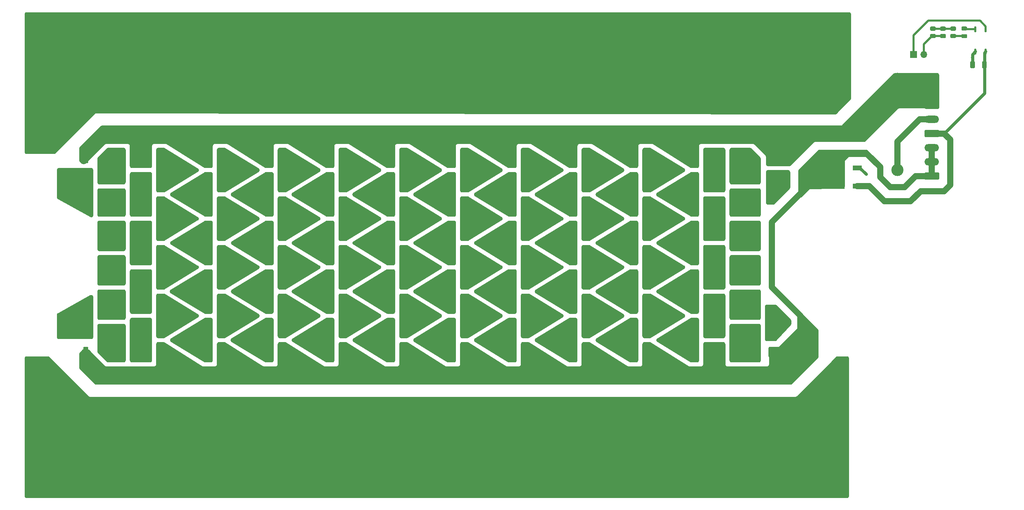
<source format=gbl>
%TF.GenerationSoftware,KiCad,Pcbnew,(5.1.9-0-10_14)*%
%TF.CreationDate,2022-11-21T01:50:29-05:00*%
%TF.ProjectId,5AhG3-12S,35416847-332d-4313-9253-2e6b69636164,rev?*%
%TF.SameCoordinates,Original*%
%TF.FileFunction,Copper,L2,Bot*%
%TF.FilePolarity,Positive*%
%FSLAX46Y46*%
G04 Gerber Fmt 4.6, Leading zero omitted, Abs format (unit mm)*
G04 Created by KiCad (PCBNEW (5.1.9-0-10_14)) date 2022-11-21 01:50:29*
%MOMM*%
%LPD*%
G01*
G04 APERTURE LIST*
%TA.AperFunction,ComponentPad*%
%ADD10C,3.000000*%
%TD*%
%TA.AperFunction,ComponentPad*%
%ADD11O,3.600000X1.800000*%
%TD*%
%TA.AperFunction,SMDPad,CuDef*%
%ADD12R,2.200000X1.200000*%
%TD*%
%TA.AperFunction,SMDPad,CuDef*%
%ADD13R,6.400000X5.800000*%
%TD*%
%TA.AperFunction,ComponentPad*%
%ADD14R,1.700000X1.700000*%
%TD*%
%TA.AperFunction,ComponentPad*%
%ADD15O,1.700000X1.700000*%
%TD*%
%TA.AperFunction,ViaPad*%
%ADD16C,0.800000*%
%TD*%
%TA.AperFunction,Conductor*%
%ADD17C,1.000000*%
%TD*%
%TA.AperFunction,Conductor*%
%ADD18C,2.000000*%
%TD*%
%TA.AperFunction,Conductor*%
%ADD19C,1.500000*%
%TD*%
%TA.AperFunction,Conductor*%
%ADD20C,0.750000*%
%TD*%
%TA.AperFunction,Conductor*%
%ADD21C,0.500000*%
%TD*%
%TA.AperFunction,Conductor*%
%ADD22C,0.254000*%
%TD*%
%TA.AperFunction,Conductor*%
%ADD23C,0.100000*%
%TD*%
%TA.AperFunction,NonConductor*%
%ADD24C,0.254000*%
%TD*%
%TA.AperFunction,NonConductor*%
%ADD25C,0.100000*%
%TD*%
G04 APERTURE END LIST*
%TO.P,R2,2*%
%TO.N,Net-(R2-Pad2)*%
%TA.AperFunction,SMDPad,CuDef*%
G36*
G01*
X90800000Y-115924999D02*
X90800000Y-118075001D01*
G75*
G02*
X90550001Y-118325000I-249999J0D01*
G01*
X89824999Y-118325000D01*
G75*
G02*
X89575000Y-118075001I0J249999D01*
G01*
X89575000Y-115924999D01*
G75*
G02*
X89824999Y-115675000I249999J0D01*
G01*
X90550001Y-115675000D01*
G75*
G02*
X90800000Y-115924999I0J-249999D01*
G01*
G37*
%TD.AperFunction*%
%TO.P,R2,1*%
%TO.N,Net-(R1-Pad2)*%
%TA.AperFunction,SMDPad,CuDef*%
G36*
G01*
X95425000Y-115924999D02*
X95425000Y-118075001D01*
G75*
G02*
X95175001Y-118325000I-249999J0D01*
G01*
X94449999Y-118325000D01*
G75*
G02*
X94200000Y-118075001I0J249999D01*
G01*
X94200000Y-115924999D01*
G75*
G02*
X94449999Y-115675000I249999J0D01*
G01*
X95175001Y-115675000D01*
G75*
G02*
X95425000Y-115924999I0J-249999D01*
G01*
G37*
%TD.AperFunction*%
%TD*%
%TO.P,R6,2*%
%TO.N,Net-(R6-Pad2)*%
%TA.AperFunction,SMDPad,CuDef*%
G36*
G01*
X93424999Y-145700000D02*
X95575001Y-145700000D01*
G75*
G02*
X95825000Y-145949999I0J-249999D01*
G01*
X95825000Y-146675001D01*
G75*
G02*
X95575001Y-146925000I-249999J0D01*
G01*
X93424999Y-146925000D01*
G75*
G02*
X93175000Y-146675001I0J249999D01*
G01*
X93175000Y-145949999D01*
G75*
G02*
X93424999Y-145700000I249999J0D01*
G01*
G37*
%TD.AperFunction*%
%TO.P,R6,1*%
%TO.N,Net-(R5-Pad2)*%
%TA.AperFunction,SMDPad,CuDef*%
G36*
G01*
X93424999Y-141075000D02*
X95575001Y-141075000D01*
G75*
G02*
X95825000Y-141324999I0J-249999D01*
G01*
X95825000Y-142050001D01*
G75*
G02*
X95575001Y-142300000I-249999J0D01*
G01*
X93424999Y-142300000D01*
G75*
G02*
X93175000Y-142050001I0J249999D01*
G01*
X93175000Y-141324999D01*
G75*
G02*
X93424999Y-141075000I249999J0D01*
G01*
G37*
%TD.AperFunction*%
%TD*%
%TO.P,R12,2*%
%TO.N,Net-(R12-Pad2)*%
%TA.AperFunction,SMDPad,CuDef*%
G36*
G01*
X108700000Y-125075001D02*
X108700000Y-122924999D01*
G75*
G02*
X108949999Y-122675000I249999J0D01*
G01*
X109675001Y-122675000D01*
G75*
G02*
X109925000Y-122924999I0J-249999D01*
G01*
X109925000Y-125075001D01*
G75*
G02*
X109675001Y-125325000I-249999J0D01*
G01*
X108949999Y-125325000D01*
G75*
G02*
X108700000Y-125075001I0J249999D01*
G01*
G37*
%TD.AperFunction*%
%TO.P,R12,1*%
%TO.N,Net-(R11-Pad2)*%
%TA.AperFunction,SMDPad,CuDef*%
G36*
G01*
X104075000Y-125075001D02*
X104075000Y-122924999D01*
G75*
G02*
X104324999Y-122675000I249999J0D01*
G01*
X105050001Y-122675000D01*
G75*
G02*
X105300000Y-122924999I0J-249999D01*
G01*
X105300000Y-125075001D01*
G75*
G02*
X105050001Y-125325000I-249999J0D01*
G01*
X104324999Y-125325000D01*
G75*
G02*
X104075000Y-125075001I0J249999D01*
G01*
G37*
%TD.AperFunction*%
%TD*%
%TO.P,R20,2*%
%TO.N,Net-(R20-Pad2)*%
%TA.AperFunction,SMDPad,CuDef*%
G36*
G01*
X120300000Y-116924999D02*
X120300000Y-119075001D01*
G75*
G02*
X120050001Y-119325000I-249999J0D01*
G01*
X119324999Y-119325000D01*
G75*
G02*
X119075000Y-119075001I0J249999D01*
G01*
X119075000Y-116924999D01*
G75*
G02*
X119324999Y-116675000I249999J0D01*
G01*
X120050001Y-116675000D01*
G75*
G02*
X120300000Y-116924999I0J-249999D01*
G01*
G37*
%TD.AperFunction*%
%TO.P,R20,1*%
%TO.N,Net-(R19-Pad2)*%
%TA.AperFunction,SMDPad,CuDef*%
G36*
G01*
X124925000Y-116924999D02*
X124925000Y-119075001D01*
G75*
G02*
X124675001Y-119325000I-249999J0D01*
G01*
X123949999Y-119325000D01*
G75*
G02*
X123700000Y-119075001I0J249999D01*
G01*
X123700000Y-116924999D01*
G75*
G02*
X123949999Y-116675000I249999J0D01*
G01*
X124675001Y-116675000D01*
G75*
G02*
X124925000Y-116924999I0J-249999D01*
G01*
G37*
%TD.AperFunction*%
%TD*%
%TO.P,R29,1*%
%TO.N,Net-(R28-Pad2)*%
%TA.AperFunction,SMDPad,CuDef*%
G36*
G01*
X139925000Y-116924999D02*
X139925000Y-119075001D01*
G75*
G02*
X139675001Y-119325000I-249999J0D01*
G01*
X138949999Y-119325000D01*
G75*
G02*
X138700000Y-119075001I0J249999D01*
G01*
X138700000Y-116924999D01*
G75*
G02*
X138949999Y-116675000I249999J0D01*
G01*
X139675001Y-116675000D01*
G75*
G02*
X139925000Y-116924999I0J-249999D01*
G01*
G37*
%TD.AperFunction*%
%TO.P,R29,2*%
%TO.N,Net-(R29-Pad2)*%
%TA.AperFunction,SMDPad,CuDef*%
G36*
G01*
X135300000Y-116924999D02*
X135300000Y-119075001D01*
G75*
G02*
X135050001Y-119325000I-249999J0D01*
G01*
X134324999Y-119325000D01*
G75*
G02*
X134075000Y-119075001I0J249999D01*
G01*
X134075000Y-116924999D01*
G75*
G02*
X134324999Y-116675000I249999J0D01*
G01*
X135050001Y-116675000D01*
G75*
G02*
X135300000Y-116924999I0J-249999D01*
G01*
G37*
%TD.AperFunction*%
%TD*%
%TO.P,R40,2*%
%TO.N,Net-(R40-Pad2)*%
%TA.AperFunction,SMDPad,CuDef*%
G36*
G01*
X150300000Y-128924999D02*
X150300000Y-131075001D01*
G75*
G02*
X150050001Y-131325000I-249999J0D01*
G01*
X149324999Y-131325000D01*
G75*
G02*
X149075000Y-131075001I0J249999D01*
G01*
X149075000Y-128924999D01*
G75*
G02*
X149324999Y-128675000I249999J0D01*
G01*
X150050001Y-128675000D01*
G75*
G02*
X150300000Y-128924999I0J-249999D01*
G01*
G37*
%TD.AperFunction*%
%TO.P,R40,1*%
%TO.N,Net-(R39-Pad2)*%
%TA.AperFunction,SMDPad,CuDef*%
G36*
G01*
X154925000Y-128924999D02*
X154925000Y-131075001D01*
G75*
G02*
X154675001Y-131325000I-249999J0D01*
G01*
X153949999Y-131325000D01*
G75*
G02*
X153700000Y-131075001I0J249999D01*
G01*
X153700000Y-128924999D01*
G75*
G02*
X153949999Y-128675000I249999J0D01*
G01*
X154675001Y-128675000D01*
G75*
G02*
X154925000Y-128924999I0J-249999D01*
G01*
G37*
%TD.AperFunction*%
%TD*%
%TO.P,R53,1*%
%TO.N,Net-(R52-Pad2)*%
%TA.AperFunction,SMDPad,CuDef*%
G36*
G01*
X169925000Y-152924999D02*
X169925000Y-155075001D01*
G75*
G02*
X169675001Y-155325000I-249999J0D01*
G01*
X168949999Y-155325000D01*
G75*
G02*
X168700000Y-155075001I0J249999D01*
G01*
X168700000Y-152924999D01*
G75*
G02*
X168949999Y-152675000I249999J0D01*
G01*
X169675001Y-152675000D01*
G75*
G02*
X169925000Y-152924999I0J-249999D01*
G01*
G37*
%TD.AperFunction*%
%TO.P,R53,2*%
%TO.N,Net-(R53-Pad2)*%
%TA.AperFunction,SMDPad,CuDef*%
G36*
G01*
X165300000Y-152924999D02*
X165300000Y-155075001D01*
G75*
G02*
X165050001Y-155325000I-249999J0D01*
G01*
X164324999Y-155325000D01*
G75*
G02*
X164075000Y-155075001I0J249999D01*
G01*
X164075000Y-152924999D01*
G75*
G02*
X164324999Y-152675000I249999J0D01*
G01*
X165050001Y-152675000D01*
G75*
G02*
X165300000Y-152924999I0J-249999D01*
G01*
G37*
%TD.AperFunction*%
%TD*%
%TO.P,R67,1*%
%TO.N,Net-(R66-Pad2)*%
%TA.AperFunction,SMDPad,CuDef*%
G36*
G01*
X199925000Y-128924999D02*
X199925000Y-131075001D01*
G75*
G02*
X199675001Y-131325000I-249999J0D01*
G01*
X198949999Y-131325000D01*
G75*
G02*
X198700000Y-131075001I0J249999D01*
G01*
X198700000Y-128924999D01*
G75*
G02*
X198949999Y-128675000I249999J0D01*
G01*
X199675001Y-128675000D01*
G75*
G02*
X199925000Y-128924999I0J-249999D01*
G01*
G37*
%TD.AperFunction*%
%TO.P,R67,2*%
%TO.N,Net-(R67-Pad2)*%
%TA.AperFunction,SMDPad,CuDef*%
G36*
G01*
X195300000Y-128924999D02*
X195300000Y-131075001D01*
G75*
G02*
X195050001Y-131325000I-249999J0D01*
G01*
X194324999Y-131325000D01*
G75*
G02*
X194075000Y-131075001I0J249999D01*
G01*
X194075000Y-128924999D01*
G75*
G02*
X194324999Y-128675000I249999J0D01*
G01*
X195050001Y-128675000D01*
G75*
G02*
X195300000Y-128924999I0J-249999D01*
G01*
G37*
%TD.AperFunction*%
%TD*%
%TO.P,R95,1*%
%TO.N,Net-(R94-Pad2)*%
%TA.AperFunction,SMDPad,CuDef*%
G36*
G01*
X239075000Y-137075001D02*
X239075000Y-134924999D01*
G75*
G02*
X239324999Y-134675000I249999J0D01*
G01*
X240050001Y-134675000D01*
G75*
G02*
X240300000Y-134924999I0J-249999D01*
G01*
X240300000Y-137075001D01*
G75*
G02*
X240050001Y-137325000I-249999J0D01*
G01*
X239324999Y-137325000D01*
G75*
G02*
X239075000Y-137075001I0J249999D01*
G01*
G37*
%TD.AperFunction*%
%TO.P,R95,2*%
%TO.N,Net-(R95-Pad2)*%
%TA.AperFunction,SMDPad,CuDef*%
G36*
G01*
X243700000Y-137075001D02*
X243700000Y-134924999D01*
G75*
G02*
X243949999Y-134675000I249999J0D01*
G01*
X244675001Y-134675000D01*
G75*
G02*
X244925000Y-134924999I0J-249999D01*
G01*
X244925000Y-137075001D01*
G75*
G02*
X244675001Y-137325000I-249999J0D01*
G01*
X243949999Y-137325000D01*
G75*
G02*
X243700000Y-137075001I0J249999D01*
G01*
G37*
%TD.AperFunction*%
%TD*%
%TO.P,R1,1*%
%TO.N,/HVDC_POS*%
%TA.AperFunction,SMDPad,CuDef*%
G36*
G01*
X89575000Y-113075001D02*
X89575000Y-110924999D01*
G75*
G02*
X89824999Y-110675000I249999J0D01*
G01*
X90550001Y-110675000D01*
G75*
G02*
X90800000Y-110924999I0J-249999D01*
G01*
X90800000Y-113075001D01*
G75*
G02*
X90550001Y-113325000I-249999J0D01*
G01*
X89824999Y-113325000D01*
G75*
G02*
X89575000Y-113075001I0J249999D01*
G01*
G37*
%TD.AperFunction*%
%TO.P,R1,2*%
%TO.N,Net-(R1-Pad2)*%
%TA.AperFunction,SMDPad,CuDef*%
G36*
G01*
X94200000Y-113075001D02*
X94200000Y-110924999D01*
G75*
G02*
X94449999Y-110675000I249999J0D01*
G01*
X95175001Y-110675000D01*
G75*
G02*
X95425000Y-110924999I0J-249999D01*
G01*
X95425000Y-113075001D01*
G75*
G02*
X95175001Y-113325000I-249999J0D01*
G01*
X94449999Y-113325000D01*
G75*
G02*
X94200000Y-113075001I0J249999D01*
G01*
G37*
%TD.AperFunction*%
%TD*%
%TO.P,R3,1*%
%TO.N,Net-(R2-Pad2)*%
%TA.AperFunction,SMDPad,CuDef*%
G36*
G01*
X89575000Y-123075001D02*
X89575000Y-120924999D01*
G75*
G02*
X89824999Y-120675000I249999J0D01*
G01*
X90550001Y-120675000D01*
G75*
G02*
X90800000Y-120924999I0J-249999D01*
G01*
X90800000Y-123075001D01*
G75*
G02*
X90550001Y-123325000I-249999J0D01*
G01*
X89824999Y-123325000D01*
G75*
G02*
X89575000Y-123075001I0J249999D01*
G01*
G37*
%TD.AperFunction*%
%TO.P,R3,2*%
%TO.N,Net-(R3-Pad2)*%
%TA.AperFunction,SMDPad,CuDef*%
G36*
G01*
X94200000Y-123075001D02*
X94200000Y-120924999D01*
G75*
G02*
X94449999Y-120675000I249999J0D01*
G01*
X95175001Y-120675000D01*
G75*
G02*
X95425000Y-120924999I0J-249999D01*
G01*
X95425000Y-123075001D01*
G75*
G02*
X95175001Y-123325000I-249999J0D01*
G01*
X94449999Y-123325000D01*
G75*
G02*
X94200000Y-123075001I0J249999D01*
G01*
G37*
%TD.AperFunction*%
%TD*%
%TO.P,R4,2*%
%TO.N,Net-(R4-Pad2)*%
%TA.AperFunction,SMDPad,CuDef*%
G36*
G01*
X93424999Y-129700000D02*
X95575001Y-129700000D01*
G75*
G02*
X95825000Y-129949999I0J-249999D01*
G01*
X95825000Y-130675001D01*
G75*
G02*
X95575001Y-130925000I-249999J0D01*
G01*
X93424999Y-130925000D01*
G75*
G02*
X93175000Y-130675001I0J249999D01*
G01*
X93175000Y-129949999D01*
G75*
G02*
X93424999Y-129700000I249999J0D01*
G01*
G37*
%TD.AperFunction*%
%TO.P,R4,1*%
%TO.N,Net-(R3-Pad2)*%
%TA.AperFunction,SMDPad,CuDef*%
G36*
G01*
X93424999Y-125075000D02*
X95575001Y-125075000D01*
G75*
G02*
X95825000Y-125324999I0J-249999D01*
G01*
X95825000Y-126050001D01*
G75*
G02*
X95575001Y-126300000I-249999J0D01*
G01*
X93424999Y-126300000D01*
G75*
G02*
X93175000Y-126050001I0J249999D01*
G01*
X93175000Y-125324999D01*
G75*
G02*
X93424999Y-125075000I249999J0D01*
G01*
G37*
%TD.AperFunction*%
%TD*%
%TO.P,R5,1*%
%TO.N,Net-(R4-Pad2)*%
%TA.AperFunction,SMDPad,CuDef*%
G36*
G01*
X93424999Y-133075000D02*
X95575001Y-133075000D01*
G75*
G02*
X95825000Y-133324999I0J-249999D01*
G01*
X95825000Y-134050001D01*
G75*
G02*
X95575001Y-134300000I-249999J0D01*
G01*
X93424999Y-134300000D01*
G75*
G02*
X93175000Y-134050001I0J249999D01*
G01*
X93175000Y-133324999D01*
G75*
G02*
X93424999Y-133075000I249999J0D01*
G01*
G37*
%TD.AperFunction*%
%TO.P,R5,2*%
%TO.N,Net-(R5-Pad2)*%
%TA.AperFunction,SMDPad,CuDef*%
G36*
G01*
X93424999Y-137700000D02*
X95575001Y-137700000D01*
G75*
G02*
X95825000Y-137949999I0J-249999D01*
G01*
X95825000Y-138675001D01*
G75*
G02*
X95575001Y-138925000I-249999J0D01*
G01*
X93424999Y-138925000D01*
G75*
G02*
X93175000Y-138675001I0J249999D01*
G01*
X93175000Y-137949999D01*
G75*
G02*
X93424999Y-137700000I249999J0D01*
G01*
G37*
%TD.AperFunction*%
%TD*%
%TO.P,R7,1*%
%TO.N,Net-(R6-Pad2)*%
%TA.AperFunction,SMDPad,CuDef*%
G36*
G01*
X95425000Y-148924999D02*
X95425000Y-151075001D01*
G75*
G02*
X95175001Y-151325000I-249999J0D01*
G01*
X94449999Y-151325000D01*
G75*
G02*
X94200000Y-151075001I0J249999D01*
G01*
X94200000Y-148924999D01*
G75*
G02*
X94449999Y-148675000I249999J0D01*
G01*
X95175001Y-148675000D01*
G75*
G02*
X95425000Y-148924999I0J-249999D01*
G01*
G37*
%TD.AperFunction*%
%TO.P,R7,2*%
%TO.N,Net-(R7-Pad2)*%
%TA.AperFunction,SMDPad,CuDef*%
G36*
G01*
X90800000Y-148924999D02*
X90800000Y-151075001D01*
G75*
G02*
X90550001Y-151325000I-249999J0D01*
G01*
X89824999Y-151325000D01*
G75*
G02*
X89575000Y-151075001I0J249999D01*
G01*
X89575000Y-148924999D01*
G75*
G02*
X89824999Y-148675000I249999J0D01*
G01*
X90550001Y-148675000D01*
G75*
G02*
X90800000Y-148924999I0J-249999D01*
G01*
G37*
%TD.AperFunction*%
%TD*%
%TO.P,R8,2*%
%TO.N,Net-(R8-Pad2)*%
%TA.AperFunction,SMDPad,CuDef*%
G36*
G01*
X94200000Y-156075001D02*
X94200000Y-153924999D01*
G75*
G02*
X94449999Y-153675000I249999J0D01*
G01*
X95175001Y-153675000D01*
G75*
G02*
X95425000Y-153924999I0J-249999D01*
G01*
X95425000Y-156075001D01*
G75*
G02*
X95175001Y-156325000I-249999J0D01*
G01*
X94449999Y-156325000D01*
G75*
G02*
X94200000Y-156075001I0J249999D01*
G01*
G37*
%TD.AperFunction*%
%TO.P,R8,1*%
%TO.N,Net-(R7-Pad2)*%
%TA.AperFunction,SMDPad,CuDef*%
G36*
G01*
X89575000Y-156075001D02*
X89575000Y-153924999D01*
G75*
G02*
X89824999Y-153675000I249999J0D01*
G01*
X90550001Y-153675000D01*
G75*
G02*
X90800000Y-153924999I0J-249999D01*
G01*
X90800000Y-156075001D01*
G75*
G02*
X90550001Y-156325000I-249999J0D01*
G01*
X89824999Y-156325000D01*
G75*
G02*
X89575000Y-156075001I0J249999D01*
G01*
G37*
%TD.AperFunction*%
%TD*%
%TO.P,R9,1*%
%TO.N,Net-(R8-Pad2)*%
%TA.AperFunction,SMDPad,CuDef*%
G36*
G01*
X95425000Y-158924999D02*
X95425000Y-161075001D01*
G75*
G02*
X95175001Y-161325000I-249999J0D01*
G01*
X94449999Y-161325000D01*
G75*
G02*
X94200000Y-161075001I0J249999D01*
G01*
X94200000Y-158924999D01*
G75*
G02*
X94449999Y-158675000I249999J0D01*
G01*
X95175001Y-158675000D01*
G75*
G02*
X95425000Y-158924999I0J-249999D01*
G01*
G37*
%TD.AperFunction*%
%TO.P,R9,2*%
%TO.N,/HVDC_NEG_SWITCHED*%
%TA.AperFunction,SMDPad,CuDef*%
G36*
G01*
X90800000Y-158924999D02*
X90800000Y-161075001D01*
G75*
G02*
X90550001Y-161325000I-249999J0D01*
G01*
X89824999Y-161325000D01*
G75*
G02*
X89575000Y-161075001I0J249999D01*
G01*
X89575000Y-158924999D01*
G75*
G02*
X89824999Y-158675000I249999J0D01*
G01*
X90550001Y-158675000D01*
G75*
G02*
X90800000Y-158924999I0J-249999D01*
G01*
G37*
%TD.AperFunction*%
%TD*%
%TO.P,R10,2*%
%TO.N,Net-(R10-Pad2)*%
%TA.AperFunction,SMDPad,CuDef*%
G36*
G01*
X108700000Y-113075001D02*
X108700000Y-110924999D01*
G75*
G02*
X108949999Y-110675000I249999J0D01*
G01*
X109675001Y-110675000D01*
G75*
G02*
X109925000Y-110924999I0J-249999D01*
G01*
X109925000Y-113075001D01*
G75*
G02*
X109675001Y-113325000I-249999J0D01*
G01*
X108949999Y-113325000D01*
G75*
G02*
X108700000Y-113075001I0J249999D01*
G01*
G37*
%TD.AperFunction*%
%TO.P,R10,1*%
%TO.N,/HVDC_POS*%
%TA.AperFunction,SMDPad,CuDef*%
G36*
G01*
X104075000Y-113075001D02*
X104075000Y-110924999D01*
G75*
G02*
X104324999Y-110675000I249999J0D01*
G01*
X105050001Y-110675000D01*
G75*
G02*
X105300000Y-110924999I0J-249999D01*
G01*
X105300000Y-113075001D01*
G75*
G02*
X105050001Y-113325000I-249999J0D01*
G01*
X104324999Y-113325000D01*
G75*
G02*
X104075000Y-113075001I0J249999D01*
G01*
G37*
%TD.AperFunction*%
%TD*%
%TO.P,R11,1*%
%TO.N,Net-(R10-Pad2)*%
%TA.AperFunction,SMDPad,CuDef*%
G36*
G01*
X109925000Y-116924999D02*
X109925000Y-119075001D01*
G75*
G02*
X109675001Y-119325000I-249999J0D01*
G01*
X108949999Y-119325000D01*
G75*
G02*
X108700000Y-119075001I0J249999D01*
G01*
X108700000Y-116924999D01*
G75*
G02*
X108949999Y-116675000I249999J0D01*
G01*
X109675001Y-116675000D01*
G75*
G02*
X109925000Y-116924999I0J-249999D01*
G01*
G37*
%TD.AperFunction*%
%TO.P,R11,2*%
%TO.N,Net-(R11-Pad2)*%
%TA.AperFunction,SMDPad,CuDef*%
G36*
G01*
X105300000Y-116924999D02*
X105300000Y-119075001D01*
G75*
G02*
X105050001Y-119325000I-249999J0D01*
G01*
X104324999Y-119325000D01*
G75*
G02*
X104075000Y-119075001I0J249999D01*
G01*
X104075000Y-116924999D01*
G75*
G02*
X104324999Y-116675000I249999J0D01*
G01*
X105050001Y-116675000D01*
G75*
G02*
X105300000Y-116924999I0J-249999D01*
G01*
G37*
%TD.AperFunction*%
%TD*%
%TO.P,R13,1*%
%TO.N,Net-(R12-Pad2)*%
%TA.AperFunction,SMDPad,CuDef*%
G36*
G01*
X109925000Y-128924999D02*
X109925000Y-131075001D01*
G75*
G02*
X109675001Y-131325000I-249999J0D01*
G01*
X108949999Y-131325000D01*
G75*
G02*
X108700000Y-131075001I0J249999D01*
G01*
X108700000Y-128924999D01*
G75*
G02*
X108949999Y-128675000I249999J0D01*
G01*
X109675001Y-128675000D01*
G75*
G02*
X109925000Y-128924999I0J-249999D01*
G01*
G37*
%TD.AperFunction*%
%TO.P,R13,2*%
%TO.N,Net-(R13-Pad2)*%
%TA.AperFunction,SMDPad,CuDef*%
G36*
G01*
X105300000Y-128924999D02*
X105300000Y-131075001D01*
G75*
G02*
X105050001Y-131325000I-249999J0D01*
G01*
X104324999Y-131325000D01*
G75*
G02*
X104075000Y-131075001I0J249999D01*
G01*
X104075000Y-128924999D01*
G75*
G02*
X104324999Y-128675000I249999J0D01*
G01*
X105050001Y-128675000D01*
G75*
G02*
X105300000Y-128924999I0J-249999D01*
G01*
G37*
%TD.AperFunction*%
%TD*%
%TO.P,R14,2*%
%TO.N,Net-(R14-Pad2)*%
%TA.AperFunction,SMDPad,CuDef*%
G36*
G01*
X108700000Y-137075001D02*
X108700000Y-134924999D01*
G75*
G02*
X108949999Y-134675000I249999J0D01*
G01*
X109675001Y-134675000D01*
G75*
G02*
X109925000Y-134924999I0J-249999D01*
G01*
X109925000Y-137075001D01*
G75*
G02*
X109675001Y-137325000I-249999J0D01*
G01*
X108949999Y-137325000D01*
G75*
G02*
X108700000Y-137075001I0J249999D01*
G01*
G37*
%TD.AperFunction*%
%TO.P,R14,1*%
%TO.N,Net-(R13-Pad2)*%
%TA.AperFunction,SMDPad,CuDef*%
G36*
G01*
X104075000Y-137075001D02*
X104075000Y-134924999D01*
G75*
G02*
X104324999Y-134675000I249999J0D01*
G01*
X105050001Y-134675000D01*
G75*
G02*
X105300000Y-134924999I0J-249999D01*
G01*
X105300000Y-137075001D01*
G75*
G02*
X105050001Y-137325000I-249999J0D01*
G01*
X104324999Y-137325000D01*
G75*
G02*
X104075000Y-137075001I0J249999D01*
G01*
G37*
%TD.AperFunction*%
%TD*%
%TO.P,R15,1*%
%TO.N,Net-(R14-Pad2)*%
%TA.AperFunction,SMDPad,CuDef*%
G36*
G01*
X109925000Y-140924999D02*
X109925000Y-143075001D01*
G75*
G02*
X109675001Y-143325000I-249999J0D01*
G01*
X108949999Y-143325000D01*
G75*
G02*
X108700000Y-143075001I0J249999D01*
G01*
X108700000Y-140924999D01*
G75*
G02*
X108949999Y-140675000I249999J0D01*
G01*
X109675001Y-140675000D01*
G75*
G02*
X109925000Y-140924999I0J-249999D01*
G01*
G37*
%TD.AperFunction*%
%TO.P,R15,2*%
%TO.N,Net-(R15-Pad2)*%
%TA.AperFunction,SMDPad,CuDef*%
G36*
G01*
X105300000Y-140924999D02*
X105300000Y-143075001D01*
G75*
G02*
X105050001Y-143325000I-249999J0D01*
G01*
X104324999Y-143325000D01*
G75*
G02*
X104075000Y-143075001I0J249999D01*
G01*
X104075000Y-140924999D01*
G75*
G02*
X104324999Y-140675000I249999J0D01*
G01*
X105050001Y-140675000D01*
G75*
G02*
X105300000Y-140924999I0J-249999D01*
G01*
G37*
%TD.AperFunction*%
%TD*%
%TO.P,R16,2*%
%TO.N,Net-(R16-Pad2)*%
%TA.AperFunction,SMDPad,CuDef*%
G36*
G01*
X108700000Y-149075001D02*
X108700000Y-146924999D01*
G75*
G02*
X108949999Y-146675000I249999J0D01*
G01*
X109675001Y-146675000D01*
G75*
G02*
X109925000Y-146924999I0J-249999D01*
G01*
X109925000Y-149075001D01*
G75*
G02*
X109675001Y-149325000I-249999J0D01*
G01*
X108949999Y-149325000D01*
G75*
G02*
X108700000Y-149075001I0J249999D01*
G01*
G37*
%TD.AperFunction*%
%TO.P,R16,1*%
%TO.N,Net-(R15-Pad2)*%
%TA.AperFunction,SMDPad,CuDef*%
G36*
G01*
X104075000Y-149075001D02*
X104075000Y-146924999D01*
G75*
G02*
X104324999Y-146675000I249999J0D01*
G01*
X105050001Y-146675000D01*
G75*
G02*
X105300000Y-146924999I0J-249999D01*
G01*
X105300000Y-149075001D01*
G75*
G02*
X105050001Y-149325000I-249999J0D01*
G01*
X104324999Y-149325000D01*
G75*
G02*
X104075000Y-149075001I0J249999D01*
G01*
G37*
%TD.AperFunction*%
%TD*%
%TO.P,R17,1*%
%TO.N,Net-(R16-Pad2)*%
%TA.AperFunction,SMDPad,CuDef*%
G36*
G01*
X109925000Y-152924999D02*
X109925000Y-155075001D01*
G75*
G02*
X109675001Y-155325000I-249999J0D01*
G01*
X108949999Y-155325000D01*
G75*
G02*
X108700000Y-155075001I0J249999D01*
G01*
X108700000Y-152924999D01*
G75*
G02*
X108949999Y-152675000I249999J0D01*
G01*
X109675001Y-152675000D01*
G75*
G02*
X109925000Y-152924999I0J-249999D01*
G01*
G37*
%TD.AperFunction*%
%TO.P,R17,2*%
%TO.N,Net-(R17-Pad2)*%
%TA.AperFunction,SMDPad,CuDef*%
G36*
G01*
X105300000Y-152924999D02*
X105300000Y-155075001D01*
G75*
G02*
X105050001Y-155325000I-249999J0D01*
G01*
X104324999Y-155325000D01*
G75*
G02*
X104075000Y-155075001I0J249999D01*
G01*
X104075000Y-152924999D01*
G75*
G02*
X104324999Y-152675000I249999J0D01*
G01*
X105050001Y-152675000D01*
G75*
G02*
X105300000Y-152924999I0J-249999D01*
G01*
G37*
%TD.AperFunction*%
%TD*%
%TO.P,R18,2*%
%TO.N,/HVDC_NEG_SWITCHED*%
%TA.AperFunction,SMDPad,CuDef*%
G36*
G01*
X108700000Y-161075001D02*
X108700000Y-158924999D01*
G75*
G02*
X108949999Y-158675000I249999J0D01*
G01*
X109675001Y-158675000D01*
G75*
G02*
X109925000Y-158924999I0J-249999D01*
G01*
X109925000Y-161075001D01*
G75*
G02*
X109675001Y-161325000I-249999J0D01*
G01*
X108949999Y-161325000D01*
G75*
G02*
X108700000Y-161075001I0J249999D01*
G01*
G37*
%TD.AperFunction*%
%TO.P,R18,1*%
%TO.N,Net-(R17-Pad2)*%
%TA.AperFunction,SMDPad,CuDef*%
G36*
G01*
X104075000Y-161075001D02*
X104075000Y-158924999D01*
G75*
G02*
X104324999Y-158675000I249999J0D01*
G01*
X105050001Y-158675000D01*
G75*
G02*
X105300000Y-158924999I0J-249999D01*
G01*
X105300000Y-161075001D01*
G75*
G02*
X105050001Y-161325000I-249999J0D01*
G01*
X104324999Y-161325000D01*
G75*
G02*
X104075000Y-161075001I0J249999D01*
G01*
G37*
%TD.AperFunction*%
%TD*%
%TO.P,R19,1*%
%TO.N,/HVDC_POS*%
%TA.AperFunction,SMDPad,CuDef*%
G36*
G01*
X119075000Y-113075001D02*
X119075000Y-110924999D01*
G75*
G02*
X119324999Y-110675000I249999J0D01*
G01*
X120050001Y-110675000D01*
G75*
G02*
X120300000Y-110924999I0J-249999D01*
G01*
X120300000Y-113075001D01*
G75*
G02*
X120050001Y-113325000I-249999J0D01*
G01*
X119324999Y-113325000D01*
G75*
G02*
X119075000Y-113075001I0J249999D01*
G01*
G37*
%TD.AperFunction*%
%TO.P,R19,2*%
%TO.N,Net-(R19-Pad2)*%
%TA.AperFunction,SMDPad,CuDef*%
G36*
G01*
X123700000Y-113075001D02*
X123700000Y-110924999D01*
G75*
G02*
X123949999Y-110675000I249999J0D01*
G01*
X124675001Y-110675000D01*
G75*
G02*
X124925000Y-110924999I0J-249999D01*
G01*
X124925000Y-113075001D01*
G75*
G02*
X124675001Y-113325000I-249999J0D01*
G01*
X123949999Y-113325000D01*
G75*
G02*
X123700000Y-113075001I0J249999D01*
G01*
G37*
%TD.AperFunction*%
%TD*%
%TO.P,R21,1*%
%TO.N,Net-(R20-Pad2)*%
%TA.AperFunction,SMDPad,CuDef*%
G36*
G01*
X119075000Y-125075001D02*
X119075000Y-122924999D01*
G75*
G02*
X119324999Y-122675000I249999J0D01*
G01*
X120050001Y-122675000D01*
G75*
G02*
X120300000Y-122924999I0J-249999D01*
G01*
X120300000Y-125075001D01*
G75*
G02*
X120050001Y-125325000I-249999J0D01*
G01*
X119324999Y-125325000D01*
G75*
G02*
X119075000Y-125075001I0J249999D01*
G01*
G37*
%TD.AperFunction*%
%TO.P,R21,2*%
%TO.N,Net-(R21-Pad2)*%
%TA.AperFunction,SMDPad,CuDef*%
G36*
G01*
X123700000Y-125075001D02*
X123700000Y-122924999D01*
G75*
G02*
X123949999Y-122675000I249999J0D01*
G01*
X124675001Y-122675000D01*
G75*
G02*
X124925000Y-122924999I0J-249999D01*
G01*
X124925000Y-125075001D01*
G75*
G02*
X124675001Y-125325000I-249999J0D01*
G01*
X123949999Y-125325000D01*
G75*
G02*
X123700000Y-125075001I0J249999D01*
G01*
G37*
%TD.AperFunction*%
%TD*%
%TO.P,R22,2*%
%TO.N,Net-(R22-Pad2)*%
%TA.AperFunction,SMDPad,CuDef*%
G36*
G01*
X120300000Y-128924999D02*
X120300000Y-131075001D01*
G75*
G02*
X120050001Y-131325000I-249999J0D01*
G01*
X119324999Y-131325000D01*
G75*
G02*
X119075000Y-131075001I0J249999D01*
G01*
X119075000Y-128924999D01*
G75*
G02*
X119324999Y-128675000I249999J0D01*
G01*
X120050001Y-128675000D01*
G75*
G02*
X120300000Y-128924999I0J-249999D01*
G01*
G37*
%TD.AperFunction*%
%TO.P,R22,1*%
%TO.N,Net-(R21-Pad2)*%
%TA.AperFunction,SMDPad,CuDef*%
G36*
G01*
X124925000Y-128924999D02*
X124925000Y-131075001D01*
G75*
G02*
X124675001Y-131325000I-249999J0D01*
G01*
X123949999Y-131325000D01*
G75*
G02*
X123700000Y-131075001I0J249999D01*
G01*
X123700000Y-128924999D01*
G75*
G02*
X123949999Y-128675000I249999J0D01*
G01*
X124675001Y-128675000D01*
G75*
G02*
X124925000Y-128924999I0J-249999D01*
G01*
G37*
%TD.AperFunction*%
%TD*%
%TO.P,R23,1*%
%TO.N,Net-(R22-Pad2)*%
%TA.AperFunction,SMDPad,CuDef*%
G36*
G01*
X119075000Y-137075001D02*
X119075000Y-134924999D01*
G75*
G02*
X119324999Y-134675000I249999J0D01*
G01*
X120050001Y-134675000D01*
G75*
G02*
X120300000Y-134924999I0J-249999D01*
G01*
X120300000Y-137075001D01*
G75*
G02*
X120050001Y-137325000I-249999J0D01*
G01*
X119324999Y-137325000D01*
G75*
G02*
X119075000Y-137075001I0J249999D01*
G01*
G37*
%TD.AperFunction*%
%TO.P,R23,2*%
%TO.N,Net-(R23-Pad2)*%
%TA.AperFunction,SMDPad,CuDef*%
G36*
G01*
X123700000Y-137075001D02*
X123700000Y-134924999D01*
G75*
G02*
X123949999Y-134675000I249999J0D01*
G01*
X124675001Y-134675000D01*
G75*
G02*
X124925000Y-134924999I0J-249999D01*
G01*
X124925000Y-137075001D01*
G75*
G02*
X124675001Y-137325000I-249999J0D01*
G01*
X123949999Y-137325000D01*
G75*
G02*
X123700000Y-137075001I0J249999D01*
G01*
G37*
%TD.AperFunction*%
%TD*%
%TO.P,R24,2*%
%TO.N,Net-(R24-Pad2)*%
%TA.AperFunction,SMDPad,CuDef*%
G36*
G01*
X120300000Y-140924999D02*
X120300000Y-143075001D01*
G75*
G02*
X120050001Y-143325000I-249999J0D01*
G01*
X119324999Y-143325000D01*
G75*
G02*
X119075000Y-143075001I0J249999D01*
G01*
X119075000Y-140924999D01*
G75*
G02*
X119324999Y-140675000I249999J0D01*
G01*
X120050001Y-140675000D01*
G75*
G02*
X120300000Y-140924999I0J-249999D01*
G01*
G37*
%TD.AperFunction*%
%TO.P,R24,1*%
%TO.N,Net-(R23-Pad2)*%
%TA.AperFunction,SMDPad,CuDef*%
G36*
G01*
X124925000Y-140924999D02*
X124925000Y-143075001D01*
G75*
G02*
X124675001Y-143325000I-249999J0D01*
G01*
X123949999Y-143325000D01*
G75*
G02*
X123700000Y-143075001I0J249999D01*
G01*
X123700000Y-140924999D01*
G75*
G02*
X123949999Y-140675000I249999J0D01*
G01*
X124675001Y-140675000D01*
G75*
G02*
X124925000Y-140924999I0J-249999D01*
G01*
G37*
%TD.AperFunction*%
%TD*%
%TO.P,R25,1*%
%TO.N,Net-(R24-Pad2)*%
%TA.AperFunction,SMDPad,CuDef*%
G36*
G01*
X119075000Y-149075001D02*
X119075000Y-146924999D01*
G75*
G02*
X119324999Y-146675000I249999J0D01*
G01*
X120050001Y-146675000D01*
G75*
G02*
X120300000Y-146924999I0J-249999D01*
G01*
X120300000Y-149075001D01*
G75*
G02*
X120050001Y-149325000I-249999J0D01*
G01*
X119324999Y-149325000D01*
G75*
G02*
X119075000Y-149075001I0J249999D01*
G01*
G37*
%TD.AperFunction*%
%TO.P,R25,2*%
%TO.N,Net-(R25-Pad2)*%
%TA.AperFunction,SMDPad,CuDef*%
G36*
G01*
X123700000Y-149075001D02*
X123700000Y-146924999D01*
G75*
G02*
X123949999Y-146675000I249999J0D01*
G01*
X124675001Y-146675000D01*
G75*
G02*
X124925000Y-146924999I0J-249999D01*
G01*
X124925000Y-149075001D01*
G75*
G02*
X124675001Y-149325000I-249999J0D01*
G01*
X123949999Y-149325000D01*
G75*
G02*
X123700000Y-149075001I0J249999D01*
G01*
G37*
%TD.AperFunction*%
%TD*%
%TO.P,R26,2*%
%TO.N,Net-(R26-Pad2)*%
%TA.AperFunction,SMDPad,CuDef*%
G36*
G01*
X120300000Y-152924999D02*
X120300000Y-155075001D01*
G75*
G02*
X120050001Y-155325000I-249999J0D01*
G01*
X119324999Y-155325000D01*
G75*
G02*
X119075000Y-155075001I0J249999D01*
G01*
X119075000Y-152924999D01*
G75*
G02*
X119324999Y-152675000I249999J0D01*
G01*
X120050001Y-152675000D01*
G75*
G02*
X120300000Y-152924999I0J-249999D01*
G01*
G37*
%TD.AperFunction*%
%TO.P,R26,1*%
%TO.N,Net-(R25-Pad2)*%
%TA.AperFunction,SMDPad,CuDef*%
G36*
G01*
X124925000Y-152924999D02*
X124925000Y-155075001D01*
G75*
G02*
X124675001Y-155325000I-249999J0D01*
G01*
X123949999Y-155325000D01*
G75*
G02*
X123700000Y-155075001I0J249999D01*
G01*
X123700000Y-152924999D01*
G75*
G02*
X123949999Y-152675000I249999J0D01*
G01*
X124675001Y-152675000D01*
G75*
G02*
X124925000Y-152924999I0J-249999D01*
G01*
G37*
%TD.AperFunction*%
%TD*%
%TO.P,R27,1*%
%TO.N,Net-(R26-Pad2)*%
%TA.AperFunction,SMDPad,CuDef*%
G36*
G01*
X119075000Y-161075001D02*
X119075000Y-158924999D01*
G75*
G02*
X119324999Y-158675000I249999J0D01*
G01*
X120050001Y-158675000D01*
G75*
G02*
X120300000Y-158924999I0J-249999D01*
G01*
X120300000Y-161075001D01*
G75*
G02*
X120050001Y-161325000I-249999J0D01*
G01*
X119324999Y-161325000D01*
G75*
G02*
X119075000Y-161075001I0J249999D01*
G01*
G37*
%TD.AperFunction*%
%TO.P,R27,2*%
%TO.N,/HVDC_NEG_SWITCHED*%
%TA.AperFunction,SMDPad,CuDef*%
G36*
G01*
X123700000Y-161075001D02*
X123700000Y-158924999D01*
G75*
G02*
X123949999Y-158675000I249999J0D01*
G01*
X124675001Y-158675000D01*
G75*
G02*
X124925000Y-158924999I0J-249999D01*
G01*
X124925000Y-161075001D01*
G75*
G02*
X124675001Y-161325000I-249999J0D01*
G01*
X123949999Y-161325000D01*
G75*
G02*
X123700000Y-161075001I0J249999D01*
G01*
G37*
%TD.AperFunction*%
%TD*%
%TO.P,R28,2*%
%TO.N,Net-(R28-Pad2)*%
%TA.AperFunction,SMDPad,CuDef*%
G36*
G01*
X138700000Y-113075001D02*
X138700000Y-110924999D01*
G75*
G02*
X138949999Y-110675000I249999J0D01*
G01*
X139675001Y-110675000D01*
G75*
G02*
X139925000Y-110924999I0J-249999D01*
G01*
X139925000Y-113075001D01*
G75*
G02*
X139675001Y-113325000I-249999J0D01*
G01*
X138949999Y-113325000D01*
G75*
G02*
X138700000Y-113075001I0J249999D01*
G01*
G37*
%TD.AperFunction*%
%TO.P,R28,1*%
%TO.N,/HVDC_POS*%
%TA.AperFunction,SMDPad,CuDef*%
G36*
G01*
X134075000Y-113075001D02*
X134075000Y-110924999D01*
G75*
G02*
X134324999Y-110675000I249999J0D01*
G01*
X135050001Y-110675000D01*
G75*
G02*
X135300000Y-110924999I0J-249999D01*
G01*
X135300000Y-113075001D01*
G75*
G02*
X135050001Y-113325000I-249999J0D01*
G01*
X134324999Y-113325000D01*
G75*
G02*
X134075000Y-113075001I0J249999D01*
G01*
G37*
%TD.AperFunction*%
%TD*%
%TO.P,R30,2*%
%TO.N,Net-(R30-Pad2)*%
%TA.AperFunction,SMDPad,CuDef*%
G36*
G01*
X138700000Y-125075001D02*
X138700000Y-122924999D01*
G75*
G02*
X138949999Y-122675000I249999J0D01*
G01*
X139675001Y-122675000D01*
G75*
G02*
X139925000Y-122924999I0J-249999D01*
G01*
X139925000Y-125075001D01*
G75*
G02*
X139675001Y-125325000I-249999J0D01*
G01*
X138949999Y-125325000D01*
G75*
G02*
X138700000Y-125075001I0J249999D01*
G01*
G37*
%TD.AperFunction*%
%TO.P,R30,1*%
%TO.N,Net-(R29-Pad2)*%
%TA.AperFunction,SMDPad,CuDef*%
G36*
G01*
X134075000Y-125075001D02*
X134075000Y-122924999D01*
G75*
G02*
X134324999Y-122675000I249999J0D01*
G01*
X135050001Y-122675000D01*
G75*
G02*
X135300000Y-122924999I0J-249999D01*
G01*
X135300000Y-125075001D01*
G75*
G02*
X135050001Y-125325000I-249999J0D01*
G01*
X134324999Y-125325000D01*
G75*
G02*
X134075000Y-125075001I0J249999D01*
G01*
G37*
%TD.AperFunction*%
%TD*%
%TO.P,R31,1*%
%TO.N,Net-(R30-Pad2)*%
%TA.AperFunction,SMDPad,CuDef*%
G36*
G01*
X139925000Y-128924999D02*
X139925000Y-131075001D01*
G75*
G02*
X139675001Y-131325000I-249999J0D01*
G01*
X138949999Y-131325000D01*
G75*
G02*
X138700000Y-131075001I0J249999D01*
G01*
X138700000Y-128924999D01*
G75*
G02*
X138949999Y-128675000I249999J0D01*
G01*
X139675001Y-128675000D01*
G75*
G02*
X139925000Y-128924999I0J-249999D01*
G01*
G37*
%TD.AperFunction*%
%TO.P,R31,2*%
%TO.N,Net-(R31-Pad2)*%
%TA.AperFunction,SMDPad,CuDef*%
G36*
G01*
X135300000Y-128924999D02*
X135300000Y-131075001D01*
G75*
G02*
X135050001Y-131325000I-249999J0D01*
G01*
X134324999Y-131325000D01*
G75*
G02*
X134075000Y-131075001I0J249999D01*
G01*
X134075000Y-128924999D01*
G75*
G02*
X134324999Y-128675000I249999J0D01*
G01*
X135050001Y-128675000D01*
G75*
G02*
X135300000Y-128924999I0J-249999D01*
G01*
G37*
%TD.AperFunction*%
%TD*%
%TO.P,R32,2*%
%TO.N,Net-(R32-Pad2)*%
%TA.AperFunction,SMDPad,CuDef*%
G36*
G01*
X138700000Y-137075001D02*
X138700000Y-134924999D01*
G75*
G02*
X138949999Y-134675000I249999J0D01*
G01*
X139675001Y-134675000D01*
G75*
G02*
X139925000Y-134924999I0J-249999D01*
G01*
X139925000Y-137075001D01*
G75*
G02*
X139675001Y-137325000I-249999J0D01*
G01*
X138949999Y-137325000D01*
G75*
G02*
X138700000Y-137075001I0J249999D01*
G01*
G37*
%TD.AperFunction*%
%TO.P,R32,1*%
%TO.N,Net-(R31-Pad2)*%
%TA.AperFunction,SMDPad,CuDef*%
G36*
G01*
X134075000Y-137075001D02*
X134075000Y-134924999D01*
G75*
G02*
X134324999Y-134675000I249999J0D01*
G01*
X135050001Y-134675000D01*
G75*
G02*
X135300000Y-134924999I0J-249999D01*
G01*
X135300000Y-137075001D01*
G75*
G02*
X135050001Y-137325000I-249999J0D01*
G01*
X134324999Y-137325000D01*
G75*
G02*
X134075000Y-137075001I0J249999D01*
G01*
G37*
%TD.AperFunction*%
%TD*%
%TO.P,R33,1*%
%TO.N,Net-(R32-Pad2)*%
%TA.AperFunction,SMDPad,CuDef*%
G36*
G01*
X139925000Y-140924999D02*
X139925000Y-143075001D01*
G75*
G02*
X139675001Y-143325000I-249999J0D01*
G01*
X138949999Y-143325000D01*
G75*
G02*
X138700000Y-143075001I0J249999D01*
G01*
X138700000Y-140924999D01*
G75*
G02*
X138949999Y-140675000I249999J0D01*
G01*
X139675001Y-140675000D01*
G75*
G02*
X139925000Y-140924999I0J-249999D01*
G01*
G37*
%TD.AperFunction*%
%TO.P,R33,2*%
%TO.N,Net-(R33-Pad2)*%
%TA.AperFunction,SMDPad,CuDef*%
G36*
G01*
X135300000Y-140924999D02*
X135300000Y-143075001D01*
G75*
G02*
X135050001Y-143325000I-249999J0D01*
G01*
X134324999Y-143325000D01*
G75*
G02*
X134075000Y-143075001I0J249999D01*
G01*
X134075000Y-140924999D01*
G75*
G02*
X134324999Y-140675000I249999J0D01*
G01*
X135050001Y-140675000D01*
G75*
G02*
X135300000Y-140924999I0J-249999D01*
G01*
G37*
%TD.AperFunction*%
%TD*%
%TO.P,R34,2*%
%TO.N,Net-(R34-Pad2)*%
%TA.AperFunction,SMDPad,CuDef*%
G36*
G01*
X138700000Y-149075001D02*
X138700000Y-146924999D01*
G75*
G02*
X138949999Y-146675000I249999J0D01*
G01*
X139675001Y-146675000D01*
G75*
G02*
X139925000Y-146924999I0J-249999D01*
G01*
X139925000Y-149075001D01*
G75*
G02*
X139675001Y-149325000I-249999J0D01*
G01*
X138949999Y-149325000D01*
G75*
G02*
X138700000Y-149075001I0J249999D01*
G01*
G37*
%TD.AperFunction*%
%TO.P,R34,1*%
%TO.N,Net-(R33-Pad2)*%
%TA.AperFunction,SMDPad,CuDef*%
G36*
G01*
X134075000Y-149075001D02*
X134075000Y-146924999D01*
G75*
G02*
X134324999Y-146675000I249999J0D01*
G01*
X135050001Y-146675000D01*
G75*
G02*
X135300000Y-146924999I0J-249999D01*
G01*
X135300000Y-149075001D01*
G75*
G02*
X135050001Y-149325000I-249999J0D01*
G01*
X134324999Y-149325000D01*
G75*
G02*
X134075000Y-149075001I0J249999D01*
G01*
G37*
%TD.AperFunction*%
%TD*%
%TO.P,R35,1*%
%TO.N,Net-(R34-Pad2)*%
%TA.AperFunction,SMDPad,CuDef*%
G36*
G01*
X139925000Y-152924999D02*
X139925000Y-155075001D01*
G75*
G02*
X139675001Y-155325000I-249999J0D01*
G01*
X138949999Y-155325000D01*
G75*
G02*
X138700000Y-155075001I0J249999D01*
G01*
X138700000Y-152924999D01*
G75*
G02*
X138949999Y-152675000I249999J0D01*
G01*
X139675001Y-152675000D01*
G75*
G02*
X139925000Y-152924999I0J-249999D01*
G01*
G37*
%TD.AperFunction*%
%TO.P,R35,2*%
%TO.N,Net-(R35-Pad2)*%
%TA.AperFunction,SMDPad,CuDef*%
G36*
G01*
X135300000Y-152924999D02*
X135300000Y-155075001D01*
G75*
G02*
X135050001Y-155325000I-249999J0D01*
G01*
X134324999Y-155325000D01*
G75*
G02*
X134075000Y-155075001I0J249999D01*
G01*
X134075000Y-152924999D01*
G75*
G02*
X134324999Y-152675000I249999J0D01*
G01*
X135050001Y-152675000D01*
G75*
G02*
X135300000Y-152924999I0J-249999D01*
G01*
G37*
%TD.AperFunction*%
%TD*%
%TO.P,R36,2*%
%TO.N,/HVDC_NEG_SWITCHED*%
%TA.AperFunction,SMDPad,CuDef*%
G36*
G01*
X138700000Y-161075001D02*
X138700000Y-158924999D01*
G75*
G02*
X138949999Y-158675000I249999J0D01*
G01*
X139675001Y-158675000D01*
G75*
G02*
X139925000Y-158924999I0J-249999D01*
G01*
X139925000Y-161075001D01*
G75*
G02*
X139675001Y-161325000I-249999J0D01*
G01*
X138949999Y-161325000D01*
G75*
G02*
X138700000Y-161075001I0J249999D01*
G01*
G37*
%TD.AperFunction*%
%TO.P,R36,1*%
%TO.N,Net-(R35-Pad2)*%
%TA.AperFunction,SMDPad,CuDef*%
G36*
G01*
X134075000Y-161075001D02*
X134075000Y-158924999D01*
G75*
G02*
X134324999Y-158675000I249999J0D01*
G01*
X135050001Y-158675000D01*
G75*
G02*
X135300000Y-158924999I0J-249999D01*
G01*
X135300000Y-161075001D01*
G75*
G02*
X135050001Y-161325000I-249999J0D01*
G01*
X134324999Y-161325000D01*
G75*
G02*
X134075000Y-161075001I0J249999D01*
G01*
G37*
%TD.AperFunction*%
%TD*%
%TO.P,R37,1*%
%TO.N,/HVDC_POS*%
%TA.AperFunction,SMDPad,CuDef*%
G36*
G01*
X149075000Y-113075001D02*
X149075000Y-110924999D01*
G75*
G02*
X149324999Y-110675000I249999J0D01*
G01*
X150050001Y-110675000D01*
G75*
G02*
X150300000Y-110924999I0J-249999D01*
G01*
X150300000Y-113075001D01*
G75*
G02*
X150050001Y-113325000I-249999J0D01*
G01*
X149324999Y-113325000D01*
G75*
G02*
X149075000Y-113075001I0J249999D01*
G01*
G37*
%TD.AperFunction*%
%TO.P,R37,2*%
%TO.N,Net-(R37-Pad2)*%
%TA.AperFunction,SMDPad,CuDef*%
G36*
G01*
X153700000Y-113075001D02*
X153700000Y-110924999D01*
G75*
G02*
X153949999Y-110675000I249999J0D01*
G01*
X154675001Y-110675000D01*
G75*
G02*
X154925000Y-110924999I0J-249999D01*
G01*
X154925000Y-113075001D01*
G75*
G02*
X154675001Y-113325000I-249999J0D01*
G01*
X153949999Y-113325000D01*
G75*
G02*
X153700000Y-113075001I0J249999D01*
G01*
G37*
%TD.AperFunction*%
%TD*%
%TO.P,R38,2*%
%TO.N,Net-(R38-Pad2)*%
%TA.AperFunction,SMDPad,CuDef*%
G36*
G01*
X150300000Y-116924999D02*
X150300000Y-119075001D01*
G75*
G02*
X150050001Y-119325000I-249999J0D01*
G01*
X149324999Y-119325000D01*
G75*
G02*
X149075000Y-119075001I0J249999D01*
G01*
X149075000Y-116924999D01*
G75*
G02*
X149324999Y-116675000I249999J0D01*
G01*
X150050001Y-116675000D01*
G75*
G02*
X150300000Y-116924999I0J-249999D01*
G01*
G37*
%TD.AperFunction*%
%TO.P,R38,1*%
%TO.N,Net-(R37-Pad2)*%
%TA.AperFunction,SMDPad,CuDef*%
G36*
G01*
X154925000Y-116924999D02*
X154925000Y-119075001D01*
G75*
G02*
X154675001Y-119325000I-249999J0D01*
G01*
X153949999Y-119325000D01*
G75*
G02*
X153700000Y-119075001I0J249999D01*
G01*
X153700000Y-116924999D01*
G75*
G02*
X153949999Y-116675000I249999J0D01*
G01*
X154675001Y-116675000D01*
G75*
G02*
X154925000Y-116924999I0J-249999D01*
G01*
G37*
%TD.AperFunction*%
%TD*%
%TO.P,R39,1*%
%TO.N,Net-(R38-Pad2)*%
%TA.AperFunction,SMDPad,CuDef*%
G36*
G01*
X149075000Y-125075001D02*
X149075000Y-122924999D01*
G75*
G02*
X149324999Y-122675000I249999J0D01*
G01*
X150050001Y-122675000D01*
G75*
G02*
X150300000Y-122924999I0J-249999D01*
G01*
X150300000Y-125075001D01*
G75*
G02*
X150050001Y-125325000I-249999J0D01*
G01*
X149324999Y-125325000D01*
G75*
G02*
X149075000Y-125075001I0J249999D01*
G01*
G37*
%TD.AperFunction*%
%TO.P,R39,2*%
%TO.N,Net-(R39-Pad2)*%
%TA.AperFunction,SMDPad,CuDef*%
G36*
G01*
X153700000Y-125075001D02*
X153700000Y-122924999D01*
G75*
G02*
X153949999Y-122675000I249999J0D01*
G01*
X154675001Y-122675000D01*
G75*
G02*
X154925000Y-122924999I0J-249999D01*
G01*
X154925000Y-125075001D01*
G75*
G02*
X154675001Y-125325000I-249999J0D01*
G01*
X153949999Y-125325000D01*
G75*
G02*
X153700000Y-125075001I0J249999D01*
G01*
G37*
%TD.AperFunction*%
%TD*%
%TO.P,R41,1*%
%TO.N,Net-(R40-Pad2)*%
%TA.AperFunction,SMDPad,CuDef*%
G36*
G01*
X149075000Y-137075001D02*
X149075000Y-134924999D01*
G75*
G02*
X149324999Y-134675000I249999J0D01*
G01*
X150050001Y-134675000D01*
G75*
G02*
X150300000Y-134924999I0J-249999D01*
G01*
X150300000Y-137075001D01*
G75*
G02*
X150050001Y-137325000I-249999J0D01*
G01*
X149324999Y-137325000D01*
G75*
G02*
X149075000Y-137075001I0J249999D01*
G01*
G37*
%TD.AperFunction*%
%TO.P,R41,2*%
%TO.N,Net-(R41-Pad2)*%
%TA.AperFunction,SMDPad,CuDef*%
G36*
G01*
X153700000Y-137075001D02*
X153700000Y-134924999D01*
G75*
G02*
X153949999Y-134675000I249999J0D01*
G01*
X154675001Y-134675000D01*
G75*
G02*
X154925000Y-134924999I0J-249999D01*
G01*
X154925000Y-137075001D01*
G75*
G02*
X154675001Y-137325000I-249999J0D01*
G01*
X153949999Y-137325000D01*
G75*
G02*
X153700000Y-137075001I0J249999D01*
G01*
G37*
%TD.AperFunction*%
%TD*%
%TO.P,R42,2*%
%TO.N,Net-(R42-Pad2)*%
%TA.AperFunction,SMDPad,CuDef*%
G36*
G01*
X150300000Y-140924999D02*
X150300000Y-143075001D01*
G75*
G02*
X150050001Y-143325000I-249999J0D01*
G01*
X149324999Y-143325000D01*
G75*
G02*
X149075000Y-143075001I0J249999D01*
G01*
X149075000Y-140924999D01*
G75*
G02*
X149324999Y-140675000I249999J0D01*
G01*
X150050001Y-140675000D01*
G75*
G02*
X150300000Y-140924999I0J-249999D01*
G01*
G37*
%TD.AperFunction*%
%TO.P,R42,1*%
%TO.N,Net-(R41-Pad2)*%
%TA.AperFunction,SMDPad,CuDef*%
G36*
G01*
X154925000Y-140924999D02*
X154925000Y-143075001D01*
G75*
G02*
X154675001Y-143325000I-249999J0D01*
G01*
X153949999Y-143325000D01*
G75*
G02*
X153700000Y-143075001I0J249999D01*
G01*
X153700000Y-140924999D01*
G75*
G02*
X153949999Y-140675000I249999J0D01*
G01*
X154675001Y-140675000D01*
G75*
G02*
X154925000Y-140924999I0J-249999D01*
G01*
G37*
%TD.AperFunction*%
%TD*%
%TO.P,R43,1*%
%TO.N,Net-(R42-Pad2)*%
%TA.AperFunction,SMDPad,CuDef*%
G36*
G01*
X149075000Y-149075001D02*
X149075000Y-146924999D01*
G75*
G02*
X149324999Y-146675000I249999J0D01*
G01*
X150050001Y-146675000D01*
G75*
G02*
X150300000Y-146924999I0J-249999D01*
G01*
X150300000Y-149075001D01*
G75*
G02*
X150050001Y-149325000I-249999J0D01*
G01*
X149324999Y-149325000D01*
G75*
G02*
X149075000Y-149075001I0J249999D01*
G01*
G37*
%TD.AperFunction*%
%TO.P,R43,2*%
%TO.N,Net-(R43-Pad2)*%
%TA.AperFunction,SMDPad,CuDef*%
G36*
G01*
X153700000Y-149075001D02*
X153700000Y-146924999D01*
G75*
G02*
X153949999Y-146675000I249999J0D01*
G01*
X154675001Y-146675000D01*
G75*
G02*
X154925000Y-146924999I0J-249999D01*
G01*
X154925000Y-149075001D01*
G75*
G02*
X154675001Y-149325000I-249999J0D01*
G01*
X153949999Y-149325000D01*
G75*
G02*
X153700000Y-149075001I0J249999D01*
G01*
G37*
%TD.AperFunction*%
%TD*%
%TO.P,R44,2*%
%TO.N,Net-(R44-Pad2)*%
%TA.AperFunction,SMDPad,CuDef*%
G36*
G01*
X150300000Y-152924999D02*
X150300000Y-155075001D01*
G75*
G02*
X150050001Y-155325000I-249999J0D01*
G01*
X149324999Y-155325000D01*
G75*
G02*
X149075000Y-155075001I0J249999D01*
G01*
X149075000Y-152924999D01*
G75*
G02*
X149324999Y-152675000I249999J0D01*
G01*
X150050001Y-152675000D01*
G75*
G02*
X150300000Y-152924999I0J-249999D01*
G01*
G37*
%TD.AperFunction*%
%TO.P,R44,1*%
%TO.N,Net-(R43-Pad2)*%
%TA.AperFunction,SMDPad,CuDef*%
G36*
G01*
X154925000Y-152924999D02*
X154925000Y-155075001D01*
G75*
G02*
X154675001Y-155325000I-249999J0D01*
G01*
X153949999Y-155325000D01*
G75*
G02*
X153700000Y-155075001I0J249999D01*
G01*
X153700000Y-152924999D01*
G75*
G02*
X153949999Y-152675000I249999J0D01*
G01*
X154675001Y-152675000D01*
G75*
G02*
X154925000Y-152924999I0J-249999D01*
G01*
G37*
%TD.AperFunction*%
%TD*%
%TO.P,R45,1*%
%TO.N,Net-(R44-Pad2)*%
%TA.AperFunction,SMDPad,CuDef*%
G36*
G01*
X149075000Y-161075001D02*
X149075000Y-158924999D01*
G75*
G02*
X149324999Y-158675000I249999J0D01*
G01*
X150050001Y-158675000D01*
G75*
G02*
X150300000Y-158924999I0J-249999D01*
G01*
X150300000Y-161075001D01*
G75*
G02*
X150050001Y-161325000I-249999J0D01*
G01*
X149324999Y-161325000D01*
G75*
G02*
X149075000Y-161075001I0J249999D01*
G01*
G37*
%TD.AperFunction*%
%TO.P,R45,2*%
%TO.N,/HVDC_NEG_SWITCHED*%
%TA.AperFunction,SMDPad,CuDef*%
G36*
G01*
X153700000Y-161075001D02*
X153700000Y-158924999D01*
G75*
G02*
X153949999Y-158675000I249999J0D01*
G01*
X154675001Y-158675000D01*
G75*
G02*
X154925000Y-158924999I0J-249999D01*
G01*
X154925000Y-161075001D01*
G75*
G02*
X154675001Y-161325000I-249999J0D01*
G01*
X153949999Y-161325000D01*
G75*
G02*
X153700000Y-161075001I0J249999D01*
G01*
G37*
%TD.AperFunction*%
%TD*%
%TO.P,R46,2*%
%TO.N,Net-(R46-Pad2)*%
%TA.AperFunction,SMDPad,CuDef*%
G36*
G01*
X168700000Y-113075001D02*
X168700000Y-110924999D01*
G75*
G02*
X168949999Y-110675000I249999J0D01*
G01*
X169675001Y-110675000D01*
G75*
G02*
X169925000Y-110924999I0J-249999D01*
G01*
X169925000Y-113075001D01*
G75*
G02*
X169675001Y-113325000I-249999J0D01*
G01*
X168949999Y-113325000D01*
G75*
G02*
X168700000Y-113075001I0J249999D01*
G01*
G37*
%TD.AperFunction*%
%TO.P,R46,1*%
%TO.N,/HVDC_POS*%
%TA.AperFunction,SMDPad,CuDef*%
G36*
G01*
X164075000Y-113075001D02*
X164075000Y-110924999D01*
G75*
G02*
X164324999Y-110675000I249999J0D01*
G01*
X165050001Y-110675000D01*
G75*
G02*
X165300000Y-110924999I0J-249999D01*
G01*
X165300000Y-113075001D01*
G75*
G02*
X165050001Y-113325000I-249999J0D01*
G01*
X164324999Y-113325000D01*
G75*
G02*
X164075000Y-113075001I0J249999D01*
G01*
G37*
%TD.AperFunction*%
%TD*%
%TO.P,R47,1*%
%TO.N,Net-(R46-Pad2)*%
%TA.AperFunction,SMDPad,CuDef*%
G36*
G01*
X169925000Y-116924999D02*
X169925000Y-119075001D01*
G75*
G02*
X169675001Y-119325000I-249999J0D01*
G01*
X168949999Y-119325000D01*
G75*
G02*
X168700000Y-119075001I0J249999D01*
G01*
X168700000Y-116924999D01*
G75*
G02*
X168949999Y-116675000I249999J0D01*
G01*
X169675001Y-116675000D01*
G75*
G02*
X169925000Y-116924999I0J-249999D01*
G01*
G37*
%TD.AperFunction*%
%TO.P,R47,2*%
%TO.N,Net-(R47-Pad2)*%
%TA.AperFunction,SMDPad,CuDef*%
G36*
G01*
X165300000Y-116924999D02*
X165300000Y-119075001D01*
G75*
G02*
X165050001Y-119325000I-249999J0D01*
G01*
X164324999Y-119325000D01*
G75*
G02*
X164075000Y-119075001I0J249999D01*
G01*
X164075000Y-116924999D01*
G75*
G02*
X164324999Y-116675000I249999J0D01*
G01*
X165050001Y-116675000D01*
G75*
G02*
X165300000Y-116924999I0J-249999D01*
G01*
G37*
%TD.AperFunction*%
%TD*%
%TO.P,R48,2*%
%TO.N,Net-(R48-Pad2)*%
%TA.AperFunction,SMDPad,CuDef*%
G36*
G01*
X168700000Y-125075001D02*
X168700000Y-122924999D01*
G75*
G02*
X168949999Y-122675000I249999J0D01*
G01*
X169675001Y-122675000D01*
G75*
G02*
X169925000Y-122924999I0J-249999D01*
G01*
X169925000Y-125075001D01*
G75*
G02*
X169675001Y-125325000I-249999J0D01*
G01*
X168949999Y-125325000D01*
G75*
G02*
X168700000Y-125075001I0J249999D01*
G01*
G37*
%TD.AperFunction*%
%TO.P,R48,1*%
%TO.N,Net-(R47-Pad2)*%
%TA.AperFunction,SMDPad,CuDef*%
G36*
G01*
X164075000Y-125075001D02*
X164075000Y-122924999D01*
G75*
G02*
X164324999Y-122675000I249999J0D01*
G01*
X165050001Y-122675000D01*
G75*
G02*
X165300000Y-122924999I0J-249999D01*
G01*
X165300000Y-125075001D01*
G75*
G02*
X165050001Y-125325000I-249999J0D01*
G01*
X164324999Y-125325000D01*
G75*
G02*
X164075000Y-125075001I0J249999D01*
G01*
G37*
%TD.AperFunction*%
%TD*%
%TO.P,R49,1*%
%TO.N,Net-(R48-Pad2)*%
%TA.AperFunction,SMDPad,CuDef*%
G36*
G01*
X169925000Y-128924999D02*
X169925000Y-131075001D01*
G75*
G02*
X169675001Y-131325000I-249999J0D01*
G01*
X168949999Y-131325000D01*
G75*
G02*
X168700000Y-131075001I0J249999D01*
G01*
X168700000Y-128924999D01*
G75*
G02*
X168949999Y-128675000I249999J0D01*
G01*
X169675001Y-128675000D01*
G75*
G02*
X169925000Y-128924999I0J-249999D01*
G01*
G37*
%TD.AperFunction*%
%TO.P,R49,2*%
%TO.N,Net-(R49-Pad2)*%
%TA.AperFunction,SMDPad,CuDef*%
G36*
G01*
X165300000Y-128924999D02*
X165300000Y-131075001D01*
G75*
G02*
X165050001Y-131325000I-249999J0D01*
G01*
X164324999Y-131325000D01*
G75*
G02*
X164075000Y-131075001I0J249999D01*
G01*
X164075000Y-128924999D01*
G75*
G02*
X164324999Y-128675000I249999J0D01*
G01*
X165050001Y-128675000D01*
G75*
G02*
X165300000Y-128924999I0J-249999D01*
G01*
G37*
%TD.AperFunction*%
%TD*%
%TO.P,R50,2*%
%TO.N,Net-(R50-Pad2)*%
%TA.AperFunction,SMDPad,CuDef*%
G36*
G01*
X168700000Y-137075001D02*
X168700000Y-134924999D01*
G75*
G02*
X168949999Y-134675000I249999J0D01*
G01*
X169675001Y-134675000D01*
G75*
G02*
X169925000Y-134924999I0J-249999D01*
G01*
X169925000Y-137075001D01*
G75*
G02*
X169675001Y-137325000I-249999J0D01*
G01*
X168949999Y-137325000D01*
G75*
G02*
X168700000Y-137075001I0J249999D01*
G01*
G37*
%TD.AperFunction*%
%TO.P,R50,1*%
%TO.N,Net-(R49-Pad2)*%
%TA.AperFunction,SMDPad,CuDef*%
G36*
G01*
X164075000Y-137075001D02*
X164075000Y-134924999D01*
G75*
G02*
X164324999Y-134675000I249999J0D01*
G01*
X165050001Y-134675000D01*
G75*
G02*
X165300000Y-134924999I0J-249999D01*
G01*
X165300000Y-137075001D01*
G75*
G02*
X165050001Y-137325000I-249999J0D01*
G01*
X164324999Y-137325000D01*
G75*
G02*
X164075000Y-137075001I0J249999D01*
G01*
G37*
%TD.AperFunction*%
%TD*%
%TO.P,R51,1*%
%TO.N,Net-(R50-Pad2)*%
%TA.AperFunction,SMDPad,CuDef*%
G36*
G01*
X169925000Y-140924999D02*
X169925000Y-143075001D01*
G75*
G02*
X169675001Y-143325000I-249999J0D01*
G01*
X168949999Y-143325000D01*
G75*
G02*
X168700000Y-143075001I0J249999D01*
G01*
X168700000Y-140924999D01*
G75*
G02*
X168949999Y-140675000I249999J0D01*
G01*
X169675001Y-140675000D01*
G75*
G02*
X169925000Y-140924999I0J-249999D01*
G01*
G37*
%TD.AperFunction*%
%TO.P,R51,2*%
%TO.N,Net-(R51-Pad2)*%
%TA.AperFunction,SMDPad,CuDef*%
G36*
G01*
X165300000Y-140924999D02*
X165300000Y-143075001D01*
G75*
G02*
X165050001Y-143325000I-249999J0D01*
G01*
X164324999Y-143325000D01*
G75*
G02*
X164075000Y-143075001I0J249999D01*
G01*
X164075000Y-140924999D01*
G75*
G02*
X164324999Y-140675000I249999J0D01*
G01*
X165050001Y-140675000D01*
G75*
G02*
X165300000Y-140924999I0J-249999D01*
G01*
G37*
%TD.AperFunction*%
%TD*%
%TO.P,R52,2*%
%TO.N,Net-(R52-Pad2)*%
%TA.AperFunction,SMDPad,CuDef*%
G36*
G01*
X168700000Y-149075001D02*
X168700000Y-146924999D01*
G75*
G02*
X168949999Y-146675000I249999J0D01*
G01*
X169675001Y-146675000D01*
G75*
G02*
X169925000Y-146924999I0J-249999D01*
G01*
X169925000Y-149075001D01*
G75*
G02*
X169675001Y-149325000I-249999J0D01*
G01*
X168949999Y-149325000D01*
G75*
G02*
X168700000Y-149075001I0J249999D01*
G01*
G37*
%TD.AperFunction*%
%TO.P,R52,1*%
%TO.N,Net-(R51-Pad2)*%
%TA.AperFunction,SMDPad,CuDef*%
G36*
G01*
X164075000Y-149075001D02*
X164075000Y-146924999D01*
G75*
G02*
X164324999Y-146675000I249999J0D01*
G01*
X165050001Y-146675000D01*
G75*
G02*
X165300000Y-146924999I0J-249999D01*
G01*
X165300000Y-149075001D01*
G75*
G02*
X165050001Y-149325000I-249999J0D01*
G01*
X164324999Y-149325000D01*
G75*
G02*
X164075000Y-149075001I0J249999D01*
G01*
G37*
%TD.AperFunction*%
%TD*%
%TO.P,R54,2*%
%TO.N,/HVDC_NEG_SWITCHED*%
%TA.AperFunction,SMDPad,CuDef*%
G36*
G01*
X168700000Y-161075001D02*
X168700000Y-158924999D01*
G75*
G02*
X168949999Y-158675000I249999J0D01*
G01*
X169675001Y-158675000D01*
G75*
G02*
X169925000Y-158924999I0J-249999D01*
G01*
X169925000Y-161075001D01*
G75*
G02*
X169675001Y-161325000I-249999J0D01*
G01*
X168949999Y-161325000D01*
G75*
G02*
X168700000Y-161075001I0J249999D01*
G01*
G37*
%TD.AperFunction*%
%TO.P,R54,1*%
%TO.N,Net-(R53-Pad2)*%
%TA.AperFunction,SMDPad,CuDef*%
G36*
G01*
X164075000Y-161075001D02*
X164075000Y-158924999D01*
G75*
G02*
X164324999Y-158675000I249999J0D01*
G01*
X165050001Y-158675000D01*
G75*
G02*
X165300000Y-158924999I0J-249999D01*
G01*
X165300000Y-161075001D01*
G75*
G02*
X165050001Y-161325000I-249999J0D01*
G01*
X164324999Y-161325000D01*
G75*
G02*
X164075000Y-161075001I0J249999D01*
G01*
G37*
%TD.AperFunction*%
%TD*%
%TO.P,R55,1*%
%TO.N,/HVDC_POS*%
%TA.AperFunction,SMDPad,CuDef*%
G36*
G01*
X179075000Y-113075001D02*
X179075000Y-110924999D01*
G75*
G02*
X179324999Y-110675000I249999J0D01*
G01*
X180050001Y-110675000D01*
G75*
G02*
X180300000Y-110924999I0J-249999D01*
G01*
X180300000Y-113075001D01*
G75*
G02*
X180050001Y-113325000I-249999J0D01*
G01*
X179324999Y-113325000D01*
G75*
G02*
X179075000Y-113075001I0J249999D01*
G01*
G37*
%TD.AperFunction*%
%TO.P,R55,2*%
%TO.N,Net-(R55-Pad2)*%
%TA.AperFunction,SMDPad,CuDef*%
G36*
G01*
X183700000Y-113075001D02*
X183700000Y-110924999D01*
G75*
G02*
X183949999Y-110675000I249999J0D01*
G01*
X184675001Y-110675000D01*
G75*
G02*
X184925000Y-110924999I0J-249999D01*
G01*
X184925000Y-113075001D01*
G75*
G02*
X184675001Y-113325000I-249999J0D01*
G01*
X183949999Y-113325000D01*
G75*
G02*
X183700000Y-113075001I0J249999D01*
G01*
G37*
%TD.AperFunction*%
%TD*%
%TO.P,R56,2*%
%TO.N,Net-(R56-Pad2)*%
%TA.AperFunction,SMDPad,CuDef*%
G36*
G01*
X180300000Y-116924999D02*
X180300000Y-119075001D01*
G75*
G02*
X180050001Y-119325000I-249999J0D01*
G01*
X179324999Y-119325000D01*
G75*
G02*
X179075000Y-119075001I0J249999D01*
G01*
X179075000Y-116924999D01*
G75*
G02*
X179324999Y-116675000I249999J0D01*
G01*
X180050001Y-116675000D01*
G75*
G02*
X180300000Y-116924999I0J-249999D01*
G01*
G37*
%TD.AperFunction*%
%TO.P,R56,1*%
%TO.N,Net-(R55-Pad2)*%
%TA.AperFunction,SMDPad,CuDef*%
G36*
G01*
X184925000Y-116924999D02*
X184925000Y-119075001D01*
G75*
G02*
X184675001Y-119325000I-249999J0D01*
G01*
X183949999Y-119325000D01*
G75*
G02*
X183700000Y-119075001I0J249999D01*
G01*
X183700000Y-116924999D01*
G75*
G02*
X183949999Y-116675000I249999J0D01*
G01*
X184675001Y-116675000D01*
G75*
G02*
X184925000Y-116924999I0J-249999D01*
G01*
G37*
%TD.AperFunction*%
%TD*%
%TO.P,R57,1*%
%TO.N,Net-(R56-Pad2)*%
%TA.AperFunction,SMDPad,CuDef*%
G36*
G01*
X179075000Y-125075001D02*
X179075000Y-122924999D01*
G75*
G02*
X179324999Y-122675000I249999J0D01*
G01*
X180050001Y-122675000D01*
G75*
G02*
X180300000Y-122924999I0J-249999D01*
G01*
X180300000Y-125075001D01*
G75*
G02*
X180050001Y-125325000I-249999J0D01*
G01*
X179324999Y-125325000D01*
G75*
G02*
X179075000Y-125075001I0J249999D01*
G01*
G37*
%TD.AperFunction*%
%TO.P,R57,2*%
%TO.N,Net-(R57-Pad2)*%
%TA.AperFunction,SMDPad,CuDef*%
G36*
G01*
X183700000Y-125075001D02*
X183700000Y-122924999D01*
G75*
G02*
X183949999Y-122675000I249999J0D01*
G01*
X184675001Y-122675000D01*
G75*
G02*
X184925000Y-122924999I0J-249999D01*
G01*
X184925000Y-125075001D01*
G75*
G02*
X184675001Y-125325000I-249999J0D01*
G01*
X183949999Y-125325000D01*
G75*
G02*
X183700000Y-125075001I0J249999D01*
G01*
G37*
%TD.AperFunction*%
%TD*%
%TO.P,R58,2*%
%TO.N,Net-(R58-Pad2)*%
%TA.AperFunction,SMDPad,CuDef*%
G36*
G01*
X180300000Y-128924999D02*
X180300000Y-131075001D01*
G75*
G02*
X180050001Y-131325000I-249999J0D01*
G01*
X179324999Y-131325000D01*
G75*
G02*
X179075000Y-131075001I0J249999D01*
G01*
X179075000Y-128924999D01*
G75*
G02*
X179324999Y-128675000I249999J0D01*
G01*
X180050001Y-128675000D01*
G75*
G02*
X180300000Y-128924999I0J-249999D01*
G01*
G37*
%TD.AperFunction*%
%TO.P,R58,1*%
%TO.N,Net-(R57-Pad2)*%
%TA.AperFunction,SMDPad,CuDef*%
G36*
G01*
X184925000Y-128924999D02*
X184925000Y-131075001D01*
G75*
G02*
X184675001Y-131325000I-249999J0D01*
G01*
X183949999Y-131325000D01*
G75*
G02*
X183700000Y-131075001I0J249999D01*
G01*
X183700000Y-128924999D01*
G75*
G02*
X183949999Y-128675000I249999J0D01*
G01*
X184675001Y-128675000D01*
G75*
G02*
X184925000Y-128924999I0J-249999D01*
G01*
G37*
%TD.AperFunction*%
%TD*%
%TO.P,R59,1*%
%TO.N,Net-(R58-Pad2)*%
%TA.AperFunction,SMDPad,CuDef*%
G36*
G01*
X179075000Y-137075001D02*
X179075000Y-134924999D01*
G75*
G02*
X179324999Y-134675000I249999J0D01*
G01*
X180050001Y-134675000D01*
G75*
G02*
X180300000Y-134924999I0J-249999D01*
G01*
X180300000Y-137075001D01*
G75*
G02*
X180050001Y-137325000I-249999J0D01*
G01*
X179324999Y-137325000D01*
G75*
G02*
X179075000Y-137075001I0J249999D01*
G01*
G37*
%TD.AperFunction*%
%TO.P,R59,2*%
%TO.N,Net-(R59-Pad2)*%
%TA.AperFunction,SMDPad,CuDef*%
G36*
G01*
X183700000Y-137075001D02*
X183700000Y-134924999D01*
G75*
G02*
X183949999Y-134675000I249999J0D01*
G01*
X184675001Y-134675000D01*
G75*
G02*
X184925000Y-134924999I0J-249999D01*
G01*
X184925000Y-137075001D01*
G75*
G02*
X184675001Y-137325000I-249999J0D01*
G01*
X183949999Y-137325000D01*
G75*
G02*
X183700000Y-137075001I0J249999D01*
G01*
G37*
%TD.AperFunction*%
%TD*%
%TO.P,R60,2*%
%TO.N,Net-(R60-Pad2)*%
%TA.AperFunction,SMDPad,CuDef*%
G36*
G01*
X180300000Y-140924999D02*
X180300000Y-143075001D01*
G75*
G02*
X180050001Y-143325000I-249999J0D01*
G01*
X179324999Y-143325000D01*
G75*
G02*
X179075000Y-143075001I0J249999D01*
G01*
X179075000Y-140924999D01*
G75*
G02*
X179324999Y-140675000I249999J0D01*
G01*
X180050001Y-140675000D01*
G75*
G02*
X180300000Y-140924999I0J-249999D01*
G01*
G37*
%TD.AperFunction*%
%TO.P,R60,1*%
%TO.N,Net-(R59-Pad2)*%
%TA.AperFunction,SMDPad,CuDef*%
G36*
G01*
X184925000Y-140924999D02*
X184925000Y-143075001D01*
G75*
G02*
X184675001Y-143325000I-249999J0D01*
G01*
X183949999Y-143325000D01*
G75*
G02*
X183700000Y-143075001I0J249999D01*
G01*
X183700000Y-140924999D01*
G75*
G02*
X183949999Y-140675000I249999J0D01*
G01*
X184675001Y-140675000D01*
G75*
G02*
X184925000Y-140924999I0J-249999D01*
G01*
G37*
%TD.AperFunction*%
%TD*%
%TO.P,R61,1*%
%TO.N,Net-(R60-Pad2)*%
%TA.AperFunction,SMDPad,CuDef*%
G36*
G01*
X179075000Y-149075001D02*
X179075000Y-146924999D01*
G75*
G02*
X179324999Y-146675000I249999J0D01*
G01*
X180050001Y-146675000D01*
G75*
G02*
X180300000Y-146924999I0J-249999D01*
G01*
X180300000Y-149075001D01*
G75*
G02*
X180050001Y-149325000I-249999J0D01*
G01*
X179324999Y-149325000D01*
G75*
G02*
X179075000Y-149075001I0J249999D01*
G01*
G37*
%TD.AperFunction*%
%TO.P,R61,2*%
%TO.N,Net-(R61-Pad2)*%
%TA.AperFunction,SMDPad,CuDef*%
G36*
G01*
X183700000Y-149075001D02*
X183700000Y-146924999D01*
G75*
G02*
X183949999Y-146675000I249999J0D01*
G01*
X184675001Y-146675000D01*
G75*
G02*
X184925000Y-146924999I0J-249999D01*
G01*
X184925000Y-149075001D01*
G75*
G02*
X184675001Y-149325000I-249999J0D01*
G01*
X183949999Y-149325000D01*
G75*
G02*
X183700000Y-149075001I0J249999D01*
G01*
G37*
%TD.AperFunction*%
%TD*%
%TO.P,R62,2*%
%TO.N,Net-(R62-Pad2)*%
%TA.AperFunction,SMDPad,CuDef*%
G36*
G01*
X180300000Y-152924999D02*
X180300000Y-155075001D01*
G75*
G02*
X180050001Y-155325000I-249999J0D01*
G01*
X179324999Y-155325000D01*
G75*
G02*
X179075000Y-155075001I0J249999D01*
G01*
X179075000Y-152924999D01*
G75*
G02*
X179324999Y-152675000I249999J0D01*
G01*
X180050001Y-152675000D01*
G75*
G02*
X180300000Y-152924999I0J-249999D01*
G01*
G37*
%TD.AperFunction*%
%TO.P,R62,1*%
%TO.N,Net-(R61-Pad2)*%
%TA.AperFunction,SMDPad,CuDef*%
G36*
G01*
X184925000Y-152924999D02*
X184925000Y-155075001D01*
G75*
G02*
X184675001Y-155325000I-249999J0D01*
G01*
X183949999Y-155325000D01*
G75*
G02*
X183700000Y-155075001I0J249999D01*
G01*
X183700000Y-152924999D01*
G75*
G02*
X183949999Y-152675000I249999J0D01*
G01*
X184675001Y-152675000D01*
G75*
G02*
X184925000Y-152924999I0J-249999D01*
G01*
G37*
%TD.AperFunction*%
%TD*%
%TO.P,R63,1*%
%TO.N,Net-(R62-Pad2)*%
%TA.AperFunction,SMDPad,CuDef*%
G36*
G01*
X179075000Y-161075001D02*
X179075000Y-158924999D01*
G75*
G02*
X179324999Y-158675000I249999J0D01*
G01*
X180050001Y-158675000D01*
G75*
G02*
X180300000Y-158924999I0J-249999D01*
G01*
X180300000Y-161075001D01*
G75*
G02*
X180050001Y-161325000I-249999J0D01*
G01*
X179324999Y-161325000D01*
G75*
G02*
X179075000Y-161075001I0J249999D01*
G01*
G37*
%TD.AperFunction*%
%TO.P,R63,2*%
%TO.N,/HVDC_NEG_SWITCHED*%
%TA.AperFunction,SMDPad,CuDef*%
G36*
G01*
X183700000Y-161075001D02*
X183700000Y-158924999D01*
G75*
G02*
X183949999Y-158675000I249999J0D01*
G01*
X184675001Y-158675000D01*
G75*
G02*
X184925000Y-158924999I0J-249999D01*
G01*
X184925000Y-161075001D01*
G75*
G02*
X184675001Y-161325000I-249999J0D01*
G01*
X183949999Y-161325000D01*
G75*
G02*
X183700000Y-161075001I0J249999D01*
G01*
G37*
%TD.AperFunction*%
%TD*%
%TO.P,R64,2*%
%TO.N,Net-(R64-Pad2)*%
%TA.AperFunction,SMDPad,CuDef*%
G36*
G01*
X198700000Y-113075001D02*
X198700000Y-110924999D01*
G75*
G02*
X198949999Y-110675000I249999J0D01*
G01*
X199675001Y-110675000D01*
G75*
G02*
X199925000Y-110924999I0J-249999D01*
G01*
X199925000Y-113075001D01*
G75*
G02*
X199675001Y-113325000I-249999J0D01*
G01*
X198949999Y-113325000D01*
G75*
G02*
X198700000Y-113075001I0J249999D01*
G01*
G37*
%TD.AperFunction*%
%TO.P,R64,1*%
%TO.N,/HVDC_POS*%
%TA.AperFunction,SMDPad,CuDef*%
G36*
G01*
X194075000Y-113075001D02*
X194075000Y-110924999D01*
G75*
G02*
X194324999Y-110675000I249999J0D01*
G01*
X195050001Y-110675000D01*
G75*
G02*
X195300000Y-110924999I0J-249999D01*
G01*
X195300000Y-113075001D01*
G75*
G02*
X195050001Y-113325000I-249999J0D01*
G01*
X194324999Y-113325000D01*
G75*
G02*
X194075000Y-113075001I0J249999D01*
G01*
G37*
%TD.AperFunction*%
%TD*%
%TO.P,R65,1*%
%TO.N,Net-(R64-Pad2)*%
%TA.AperFunction,SMDPad,CuDef*%
G36*
G01*
X199925000Y-116924999D02*
X199925000Y-119075001D01*
G75*
G02*
X199675001Y-119325000I-249999J0D01*
G01*
X198949999Y-119325000D01*
G75*
G02*
X198700000Y-119075001I0J249999D01*
G01*
X198700000Y-116924999D01*
G75*
G02*
X198949999Y-116675000I249999J0D01*
G01*
X199675001Y-116675000D01*
G75*
G02*
X199925000Y-116924999I0J-249999D01*
G01*
G37*
%TD.AperFunction*%
%TO.P,R65,2*%
%TO.N,Net-(R65-Pad2)*%
%TA.AperFunction,SMDPad,CuDef*%
G36*
G01*
X195300000Y-116924999D02*
X195300000Y-119075001D01*
G75*
G02*
X195050001Y-119325000I-249999J0D01*
G01*
X194324999Y-119325000D01*
G75*
G02*
X194075000Y-119075001I0J249999D01*
G01*
X194075000Y-116924999D01*
G75*
G02*
X194324999Y-116675000I249999J0D01*
G01*
X195050001Y-116675000D01*
G75*
G02*
X195300000Y-116924999I0J-249999D01*
G01*
G37*
%TD.AperFunction*%
%TD*%
%TO.P,R66,2*%
%TO.N,Net-(R66-Pad2)*%
%TA.AperFunction,SMDPad,CuDef*%
G36*
G01*
X198700000Y-125075001D02*
X198700000Y-122924999D01*
G75*
G02*
X198949999Y-122675000I249999J0D01*
G01*
X199675001Y-122675000D01*
G75*
G02*
X199925000Y-122924999I0J-249999D01*
G01*
X199925000Y-125075001D01*
G75*
G02*
X199675001Y-125325000I-249999J0D01*
G01*
X198949999Y-125325000D01*
G75*
G02*
X198700000Y-125075001I0J249999D01*
G01*
G37*
%TD.AperFunction*%
%TO.P,R66,1*%
%TO.N,Net-(R65-Pad2)*%
%TA.AperFunction,SMDPad,CuDef*%
G36*
G01*
X194075000Y-125075001D02*
X194075000Y-122924999D01*
G75*
G02*
X194324999Y-122675000I249999J0D01*
G01*
X195050001Y-122675000D01*
G75*
G02*
X195300000Y-122924999I0J-249999D01*
G01*
X195300000Y-125075001D01*
G75*
G02*
X195050001Y-125325000I-249999J0D01*
G01*
X194324999Y-125325000D01*
G75*
G02*
X194075000Y-125075001I0J249999D01*
G01*
G37*
%TD.AperFunction*%
%TD*%
%TO.P,R68,2*%
%TO.N,Net-(R68-Pad2)*%
%TA.AperFunction,SMDPad,CuDef*%
G36*
G01*
X198700000Y-137075001D02*
X198700000Y-134924999D01*
G75*
G02*
X198949999Y-134675000I249999J0D01*
G01*
X199675001Y-134675000D01*
G75*
G02*
X199925000Y-134924999I0J-249999D01*
G01*
X199925000Y-137075001D01*
G75*
G02*
X199675001Y-137325000I-249999J0D01*
G01*
X198949999Y-137325000D01*
G75*
G02*
X198700000Y-137075001I0J249999D01*
G01*
G37*
%TD.AperFunction*%
%TO.P,R68,1*%
%TO.N,Net-(R67-Pad2)*%
%TA.AperFunction,SMDPad,CuDef*%
G36*
G01*
X194075000Y-137075001D02*
X194075000Y-134924999D01*
G75*
G02*
X194324999Y-134675000I249999J0D01*
G01*
X195050001Y-134675000D01*
G75*
G02*
X195300000Y-134924999I0J-249999D01*
G01*
X195300000Y-137075001D01*
G75*
G02*
X195050001Y-137325000I-249999J0D01*
G01*
X194324999Y-137325000D01*
G75*
G02*
X194075000Y-137075001I0J249999D01*
G01*
G37*
%TD.AperFunction*%
%TD*%
%TO.P,R69,1*%
%TO.N,Net-(R68-Pad2)*%
%TA.AperFunction,SMDPad,CuDef*%
G36*
G01*
X199925000Y-140924999D02*
X199925000Y-143075001D01*
G75*
G02*
X199675001Y-143325000I-249999J0D01*
G01*
X198949999Y-143325000D01*
G75*
G02*
X198700000Y-143075001I0J249999D01*
G01*
X198700000Y-140924999D01*
G75*
G02*
X198949999Y-140675000I249999J0D01*
G01*
X199675001Y-140675000D01*
G75*
G02*
X199925000Y-140924999I0J-249999D01*
G01*
G37*
%TD.AperFunction*%
%TO.P,R69,2*%
%TO.N,Net-(R69-Pad2)*%
%TA.AperFunction,SMDPad,CuDef*%
G36*
G01*
X195300000Y-140924999D02*
X195300000Y-143075001D01*
G75*
G02*
X195050001Y-143325000I-249999J0D01*
G01*
X194324999Y-143325000D01*
G75*
G02*
X194075000Y-143075001I0J249999D01*
G01*
X194075000Y-140924999D01*
G75*
G02*
X194324999Y-140675000I249999J0D01*
G01*
X195050001Y-140675000D01*
G75*
G02*
X195300000Y-140924999I0J-249999D01*
G01*
G37*
%TD.AperFunction*%
%TD*%
%TO.P,R70,2*%
%TO.N,Net-(R70-Pad2)*%
%TA.AperFunction,SMDPad,CuDef*%
G36*
G01*
X198700000Y-149075001D02*
X198700000Y-146924999D01*
G75*
G02*
X198949999Y-146675000I249999J0D01*
G01*
X199675001Y-146675000D01*
G75*
G02*
X199925000Y-146924999I0J-249999D01*
G01*
X199925000Y-149075001D01*
G75*
G02*
X199675001Y-149325000I-249999J0D01*
G01*
X198949999Y-149325000D01*
G75*
G02*
X198700000Y-149075001I0J249999D01*
G01*
G37*
%TD.AperFunction*%
%TO.P,R70,1*%
%TO.N,Net-(R69-Pad2)*%
%TA.AperFunction,SMDPad,CuDef*%
G36*
G01*
X194075000Y-149075001D02*
X194075000Y-146924999D01*
G75*
G02*
X194324999Y-146675000I249999J0D01*
G01*
X195050001Y-146675000D01*
G75*
G02*
X195300000Y-146924999I0J-249999D01*
G01*
X195300000Y-149075001D01*
G75*
G02*
X195050001Y-149325000I-249999J0D01*
G01*
X194324999Y-149325000D01*
G75*
G02*
X194075000Y-149075001I0J249999D01*
G01*
G37*
%TD.AperFunction*%
%TD*%
%TO.P,R71,1*%
%TO.N,Net-(R70-Pad2)*%
%TA.AperFunction,SMDPad,CuDef*%
G36*
G01*
X199925000Y-152924999D02*
X199925000Y-155075001D01*
G75*
G02*
X199675001Y-155325000I-249999J0D01*
G01*
X198949999Y-155325000D01*
G75*
G02*
X198700000Y-155075001I0J249999D01*
G01*
X198700000Y-152924999D01*
G75*
G02*
X198949999Y-152675000I249999J0D01*
G01*
X199675001Y-152675000D01*
G75*
G02*
X199925000Y-152924999I0J-249999D01*
G01*
G37*
%TD.AperFunction*%
%TO.P,R71,2*%
%TO.N,Net-(R71-Pad2)*%
%TA.AperFunction,SMDPad,CuDef*%
G36*
G01*
X195300000Y-152924999D02*
X195300000Y-155075001D01*
G75*
G02*
X195050001Y-155325000I-249999J0D01*
G01*
X194324999Y-155325000D01*
G75*
G02*
X194075000Y-155075001I0J249999D01*
G01*
X194075000Y-152924999D01*
G75*
G02*
X194324999Y-152675000I249999J0D01*
G01*
X195050001Y-152675000D01*
G75*
G02*
X195300000Y-152924999I0J-249999D01*
G01*
G37*
%TD.AperFunction*%
%TD*%
%TO.P,R72,2*%
%TO.N,/HVDC_NEG_SWITCHED*%
%TA.AperFunction,SMDPad,CuDef*%
G36*
G01*
X198700000Y-161075001D02*
X198700000Y-158924999D01*
G75*
G02*
X198949999Y-158675000I249999J0D01*
G01*
X199675001Y-158675000D01*
G75*
G02*
X199925000Y-158924999I0J-249999D01*
G01*
X199925000Y-161075001D01*
G75*
G02*
X199675001Y-161325000I-249999J0D01*
G01*
X198949999Y-161325000D01*
G75*
G02*
X198700000Y-161075001I0J249999D01*
G01*
G37*
%TD.AperFunction*%
%TO.P,R72,1*%
%TO.N,Net-(R71-Pad2)*%
%TA.AperFunction,SMDPad,CuDef*%
G36*
G01*
X194075000Y-161075001D02*
X194075000Y-158924999D01*
G75*
G02*
X194324999Y-158675000I249999J0D01*
G01*
X195050001Y-158675000D01*
G75*
G02*
X195300000Y-158924999I0J-249999D01*
G01*
X195300000Y-161075001D01*
G75*
G02*
X195050001Y-161325000I-249999J0D01*
G01*
X194324999Y-161325000D01*
G75*
G02*
X194075000Y-161075001I0J249999D01*
G01*
G37*
%TD.AperFunction*%
%TD*%
%TO.P,R73,1*%
%TO.N,/HVDC_POS*%
%TA.AperFunction,SMDPad,CuDef*%
G36*
G01*
X209075000Y-113075001D02*
X209075000Y-110924999D01*
G75*
G02*
X209324999Y-110675000I249999J0D01*
G01*
X210050001Y-110675000D01*
G75*
G02*
X210300000Y-110924999I0J-249999D01*
G01*
X210300000Y-113075001D01*
G75*
G02*
X210050001Y-113325000I-249999J0D01*
G01*
X209324999Y-113325000D01*
G75*
G02*
X209075000Y-113075001I0J249999D01*
G01*
G37*
%TD.AperFunction*%
%TO.P,R73,2*%
%TO.N,Net-(R73-Pad2)*%
%TA.AperFunction,SMDPad,CuDef*%
G36*
G01*
X213700000Y-113075001D02*
X213700000Y-110924999D01*
G75*
G02*
X213949999Y-110675000I249999J0D01*
G01*
X214675001Y-110675000D01*
G75*
G02*
X214925000Y-110924999I0J-249999D01*
G01*
X214925000Y-113075001D01*
G75*
G02*
X214675001Y-113325000I-249999J0D01*
G01*
X213949999Y-113325000D01*
G75*
G02*
X213700000Y-113075001I0J249999D01*
G01*
G37*
%TD.AperFunction*%
%TD*%
%TO.P,R74,2*%
%TO.N,Net-(R74-Pad2)*%
%TA.AperFunction,SMDPad,CuDef*%
G36*
G01*
X210300000Y-116924999D02*
X210300000Y-119075001D01*
G75*
G02*
X210050001Y-119325000I-249999J0D01*
G01*
X209324999Y-119325000D01*
G75*
G02*
X209075000Y-119075001I0J249999D01*
G01*
X209075000Y-116924999D01*
G75*
G02*
X209324999Y-116675000I249999J0D01*
G01*
X210050001Y-116675000D01*
G75*
G02*
X210300000Y-116924999I0J-249999D01*
G01*
G37*
%TD.AperFunction*%
%TO.P,R74,1*%
%TO.N,Net-(R73-Pad2)*%
%TA.AperFunction,SMDPad,CuDef*%
G36*
G01*
X214925000Y-116924999D02*
X214925000Y-119075001D01*
G75*
G02*
X214675001Y-119325000I-249999J0D01*
G01*
X213949999Y-119325000D01*
G75*
G02*
X213700000Y-119075001I0J249999D01*
G01*
X213700000Y-116924999D01*
G75*
G02*
X213949999Y-116675000I249999J0D01*
G01*
X214675001Y-116675000D01*
G75*
G02*
X214925000Y-116924999I0J-249999D01*
G01*
G37*
%TD.AperFunction*%
%TD*%
%TO.P,R75,1*%
%TO.N,Net-(R74-Pad2)*%
%TA.AperFunction,SMDPad,CuDef*%
G36*
G01*
X209075000Y-125075001D02*
X209075000Y-122924999D01*
G75*
G02*
X209324999Y-122675000I249999J0D01*
G01*
X210050001Y-122675000D01*
G75*
G02*
X210300000Y-122924999I0J-249999D01*
G01*
X210300000Y-125075001D01*
G75*
G02*
X210050001Y-125325000I-249999J0D01*
G01*
X209324999Y-125325000D01*
G75*
G02*
X209075000Y-125075001I0J249999D01*
G01*
G37*
%TD.AperFunction*%
%TO.P,R75,2*%
%TO.N,Net-(R75-Pad2)*%
%TA.AperFunction,SMDPad,CuDef*%
G36*
G01*
X213700000Y-125075001D02*
X213700000Y-122924999D01*
G75*
G02*
X213949999Y-122675000I249999J0D01*
G01*
X214675001Y-122675000D01*
G75*
G02*
X214925000Y-122924999I0J-249999D01*
G01*
X214925000Y-125075001D01*
G75*
G02*
X214675001Y-125325000I-249999J0D01*
G01*
X213949999Y-125325000D01*
G75*
G02*
X213700000Y-125075001I0J249999D01*
G01*
G37*
%TD.AperFunction*%
%TD*%
%TO.P,R76,2*%
%TO.N,Net-(R76-Pad2)*%
%TA.AperFunction,SMDPad,CuDef*%
G36*
G01*
X210300000Y-128924999D02*
X210300000Y-131075001D01*
G75*
G02*
X210050001Y-131325000I-249999J0D01*
G01*
X209324999Y-131325000D01*
G75*
G02*
X209075000Y-131075001I0J249999D01*
G01*
X209075000Y-128924999D01*
G75*
G02*
X209324999Y-128675000I249999J0D01*
G01*
X210050001Y-128675000D01*
G75*
G02*
X210300000Y-128924999I0J-249999D01*
G01*
G37*
%TD.AperFunction*%
%TO.P,R76,1*%
%TO.N,Net-(R75-Pad2)*%
%TA.AperFunction,SMDPad,CuDef*%
G36*
G01*
X214925000Y-128924999D02*
X214925000Y-131075001D01*
G75*
G02*
X214675001Y-131325000I-249999J0D01*
G01*
X213949999Y-131325000D01*
G75*
G02*
X213700000Y-131075001I0J249999D01*
G01*
X213700000Y-128924999D01*
G75*
G02*
X213949999Y-128675000I249999J0D01*
G01*
X214675001Y-128675000D01*
G75*
G02*
X214925000Y-128924999I0J-249999D01*
G01*
G37*
%TD.AperFunction*%
%TD*%
%TO.P,R77,1*%
%TO.N,Net-(R76-Pad2)*%
%TA.AperFunction,SMDPad,CuDef*%
G36*
G01*
X209075000Y-137075001D02*
X209075000Y-134924999D01*
G75*
G02*
X209324999Y-134675000I249999J0D01*
G01*
X210050001Y-134675000D01*
G75*
G02*
X210300000Y-134924999I0J-249999D01*
G01*
X210300000Y-137075001D01*
G75*
G02*
X210050001Y-137325000I-249999J0D01*
G01*
X209324999Y-137325000D01*
G75*
G02*
X209075000Y-137075001I0J249999D01*
G01*
G37*
%TD.AperFunction*%
%TO.P,R77,2*%
%TO.N,Net-(R77-Pad2)*%
%TA.AperFunction,SMDPad,CuDef*%
G36*
G01*
X213700000Y-137075001D02*
X213700000Y-134924999D01*
G75*
G02*
X213949999Y-134675000I249999J0D01*
G01*
X214675001Y-134675000D01*
G75*
G02*
X214925000Y-134924999I0J-249999D01*
G01*
X214925000Y-137075001D01*
G75*
G02*
X214675001Y-137325000I-249999J0D01*
G01*
X213949999Y-137325000D01*
G75*
G02*
X213700000Y-137075001I0J249999D01*
G01*
G37*
%TD.AperFunction*%
%TD*%
%TO.P,R78,2*%
%TO.N,Net-(R78-Pad2)*%
%TA.AperFunction,SMDPad,CuDef*%
G36*
G01*
X210300000Y-140924999D02*
X210300000Y-143075001D01*
G75*
G02*
X210050001Y-143325000I-249999J0D01*
G01*
X209324999Y-143325000D01*
G75*
G02*
X209075000Y-143075001I0J249999D01*
G01*
X209075000Y-140924999D01*
G75*
G02*
X209324999Y-140675000I249999J0D01*
G01*
X210050001Y-140675000D01*
G75*
G02*
X210300000Y-140924999I0J-249999D01*
G01*
G37*
%TD.AperFunction*%
%TO.P,R78,1*%
%TO.N,Net-(R77-Pad2)*%
%TA.AperFunction,SMDPad,CuDef*%
G36*
G01*
X214925000Y-140924999D02*
X214925000Y-143075001D01*
G75*
G02*
X214675001Y-143325000I-249999J0D01*
G01*
X213949999Y-143325000D01*
G75*
G02*
X213700000Y-143075001I0J249999D01*
G01*
X213700000Y-140924999D01*
G75*
G02*
X213949999Y-140675000I249999J0D01*
G01*
X214675001Y-140675000D01*
G75*
G02*
X214925000Y-140924999I0J-249999D01*
G01*
G37*
%TD.AperFunction*%
%TD*%
%TO.P,R79,1*%
%TO.N,Net-(R78-Pad2)*%
%TA.AperFunction,SMDPad,CuDef*%
G36*
G01*
X209075000Y-149075001D02*
X209075000Y-146924999D01*
G75*
G02*
X209324999Y-146675000I249999J0D01*
G01*
X210050001Y-146675000D01*
G75*
G02*
X210300000Y-146924999I0J-249999D01*
G01*
X210300000Y-149075001D01*
G75*
G02*
X210050001Y-149325000I-249999J0D01*
G01*
X209324999Y-149325000D01*
G75*
G02*
X209075000Y-149075001I0J249999D01*
G01*
G37*
%TD.AperFunction*%
%TO.P,R79,2*%
%TO.N,Net-(R79-Pad2)*%
%TA.AperFunction,SMDPad,CuDef*%
G36*
G01*
X213700000Y-149075001D02*
X213700000Y-146924999D01*
G75*
G02*
X213949999Y-146675000I249999J0D01*
G01*
X214675001Y-146675000D01*
G75*
G02*
X214925000Y-146924999I0J-249999D01*
G01*
X214925000Y-149075001D01*
G75*
G02*
X214675001Y-149325000I-249999J0D01*
G01*
X213949999Y-149325000D01*
G75*
G02*
X213700000Y-149075001I0J249999D01*
G01*
G37*
%TD.AperFunction*%
%TD*%
%TO.P,R80,2*%
%TO.N,Net-(R80-Pad2)*%
%TA.AperFunction,SMDPad,CuDef*%
G36*
G01*
X210300000Y-152924999D02*
X210300000Y-155075001D01*
G75*
G02*
X210050001Y-155325000I-249999J0D01*
G01*
X209324999Y-155325000D01*
G75*
G02*
X209075000Y-155075001I0J249999D01*
G01*
X209075000Y-152924999D01*
G75*
G02*
X209324999Y-152675000I249999J0D01*
G01*
X210050001Y-152675000D01*
G75*
G02*
X210300000Y-152924999I0J-249999D01*
G01*
G37*
%TD.AperFunction*%
%TO.P,R80,1*%
%TO.N,Net-(R79-Pad2)*%
%TA.AperFunction,SMDPad,CuDef*%
G36*
G01*
X214925000Y-152924999D02*
X214925000Y-155075001D01*
G75*
G02*
X214675001Y-155325000I-249999J0D01*
G01*
X213949999Y-155325000D01*
G75*
G02*
X213700000Y-155075001I0J249999D01*
G01*
X213700000Y-152924999D01*
G75*
G02*
X213949999Y-152675000I249999J0D01*
G01*
X214675001Y-152675000D01*
G75*
G02*
X214925000Y-152924999I0J-249999D01*
G01*
G37*
%TD.AperFunction*%
%TD*%
%TO.P,R81,1*%
%TO.N,Net-(R80-Pad2)*%
%TA.AperFunction,SMDPad,CuDef*%
G36*
G01*
X209075000Y-161075001D02*
X209075000Y-158924999D01*
G75*
G02*
X209324999Y-158675000I249999J0D01*
G01*
X210050001Y-158675000D01*
G75*
G02*
X210300000Y-158924999I0J-249999D01*
G01*
X210300000Y-161075001D01*
G75*
G02*
X210050001Y-161325000I-249999J0D01*
G01*
X209324999Y-161325000D01*
G75*
G02*
X209075000Y-161075001I0J249999D01*
G01*
G37*
%TD.AperFunction*%
%TO.P,R81,2*%
%TO.N,/HVDC_NEG_SWITCHED*%
%TA.AperFunction,SMDPad,CuDef*%
G36*
G01*
X213700000Y-161075001D02*
X213700000Y-158924999D01*
G75*
G02*
X213949999Y-158675000I249999J0D01*
G01*
X214675001Y-158675000D01*
G75*
G02*
X214925000Y-158924999I0J-249999D01*
G01*
X214925000Y-161075001D01*
G75*
G02*
X214675001Y-161325000I-249999J0D01*
G01*
X213949999Y-161325000D01*
G75*
G02*
X213700000Y-161075001I0J249999D01*
G01*
G37*
%TD.AperFunction*%
%TD*%
%TO.P,R82,2*%
%TO.N,Net-(R82-Pad2)*%
%TA.AperFunction,SMDPad,CuDef*%
G36*
G01*
X228700000Y-113075001D02*
X228700000Y-110924999D01*
G75*
G02*
X228949999Y-110675000I249999J0D01*
G01*
X229675001Y-110675000D01*
G75*
G02*
X229925000Y-110924999I0J-249999D01*
G01*
X229925000Y-113075001D01*
G75*
G02*
X229675001Y-113325000I-249999J0D01*
G01*
X228949999Y-113325000D01*
G75*
G02*
X228700000Y-113075001I0J249999D01*
G01*
G37*
%TD.AperFunction*%
%TO.P,R82,1*%
%TO.N,/HVDC_POS*%
%TA.AperFunction,SMDPad,CuDef*%
G36*
G01*
X224075000Y-113075001D02*
X224075000Y-110924999D01*
G75*
G02*
X224324999Y-110675000I249999J0D01*
G01*
X225050001Y-110675000D01*
G75*
G02*
X225300000Y-110924999I0J-249999D01*
G01*
X225300000Y-113075001D01*
G75*
G02*
X225050001Y-113325000I-249999J0D01*
G01*
X224324999Y-113325000D01*
G75*
G02*
X224075000Y-113075001I0J249999D01*
G01*
G37*
%TD.AperFunction*%
%TD*%
%TO.P,R83,1*%
%TO.N,Net-(R82-Pad2)*%
%TA.AperFunction,SMDPad,CuDef*%
G36*
G01*
X229925000Y-116924999D02*
X229925000Y-119075001D01*
G75*
G02*
X229675001Y-119325000I-249999J0D01*
G01*
X228949999Y-119325000D01*
G75*
G02*
X228700000Y-119075001I0J249999D01*
G01*
X228700000Y-116924999D01*
G75*
G02*
X228949999Y-116675000I249999J0D01*
G01*
X229675001Y-116675000D01*
G75*
G02*
X229925000Y-116924999I0J-249999D01*
G01*
G37*
%TD.AperFunction*%
%TO.P,R83,2*%
%TO.N,Net-(R83-Pad2)*%
%TA.AperFunction,SMDPad,CuDef*%
G36*
G01*
X225300000Y-116924999D02*
X225300000Y-119075001D01*
G75*
G02*
X225050001Y-119325000I-249999J0D01*
G01*
X224324999Y-119325000D01*
G75*
G02*
X224075000Y-119075001I0J249999D01*
G01*
X224075000Y-116924999D01*
G75*
G02*
X224324999Y-116675000I249999J0D01*
G01*
X225050001Y-116675000D01*
G75*
G02*
X225300000Y-116924999I0J-249999D01*
G01*
G37*
%TD.AperFunction*%
%TD*%
%TO.P,R84,2*%
%TO.N,Net-(R84-Pad2)*%
%TA.AperFunction,SMDPad,CuDef*%
G36*
G01*
X228700000Y-125075001D02*
X228700000Y-122924999D01*
G75*
G02*
X228949999Y-122675000I249999J0D01*
G01*
X229675001Y-122675000D01*
G75*
G02*
X229925000Y-122924999I0J-249999D01*
G01*
X229925000Y-125075001D01*
G75*
G02*
X229675001Y-125325000I-249999J0D01*
G01*
X228949999Y-125325000D01*
G75*
G02*
X228700000Y-125075001I0J249999D01*
G01*
G37*
%TD.AperFunction*%
%TO.P,R84,1*%
%TO.N,Net-(R83-Pad2)*%
%TA.AperFunction,SMDPad,CuDef*%
G36*
G01*
X224075000Y-125075001D02*
X224075000Y-122924999D01*
G75*
G02*
X224324999Y-122675000I249999J0D01*
G01*
X225050001Y-122675000D01*
G75*
G02*
X225300000Y-122924999I0J-249999D01*
G01*
X225300000Y-125075001D01*
G75*
G02*
X225050001Y-125325000I-249999J0D01*
G01*
X224324999Y-125325000D01*
G75*
G02*
X224075000Y-125075001I0J249999D01*
G01*
G37*
%TD.AperFunction*%
%TD*%
%TO.P,R85,1*%
%TO.N,Net-(R84-Pad2)*%
%TA.AperFunction,SMDPad,CuDef*%
G36*
G01*
X229925000Y-128924999D02*
X229925000Y-131075001D01*
G75*
G02*
X229675001Y-131325000I-249999J0D01*
G01*
X228949999Y-131325000D01*
G75*
G02*
X228700000Y-131075001I0J249999D01*
G01*
X228700000Y-128924999D01*
G75*
G02*
X228949999Y-128675000I249999J0D01*
G01*
X229675001Y-128675000D01*
G75*
G02*
X229925000Y-128924999I0J-249999D01*
G01*
G37*
%TD.AperFunction*%
%TO.P,R85,2*%
%TO.N,Net-(R85-Pad2)*%
%TA.AperFunction,SMDPad,CuDef*%
G36*
G01*
X225300000Y-128924999D02*
X225300000Y-131075001D01*
G75*
G02*
X225050001Y-131325000I-249999J0D01*
G01*
X224324999Y-131325000D01*
G75*
G02*
X224075000Y-131075001I0J249999D01*
G01*
X224075000Y-128924999D01*
G75*
G02*
X224324999Y-128675000I249999J0D01*
G01*
X225050001Y-128675000D01*
G75*
G02*
X225300000Y-128924999I0J-249999D01*
G01*
G37*
%TD.AperFunction*%
%TD*%
%TO.P,R86,2*%
%TO.N,Net-(R86-Pad2)*%
%TA.AperFunction,SMDPad,CuDef*%
G36*
G01*
X228700000Y-137075001D02*
X228700000Y-134924999D01*
G75*
G02*
X228949999Y-134675000I249999J0D01*
G01*
X229675001Y-134675000D01*
G75*
G02*
X229925000Y-134924999I0J-249999D01*
G01*
X229925000Y-137075001D01*
G75*
G02*
X229675001Y-137325000I-249999J0D01*
G01*
X228949999Y-137325000D01*
G75*
G02*
X228700000Y-137075001I0J249999D01*
G01*
G37*
%TD.AperFunction*%
%TO.P,R86,1*%
%TO.N,Net-(R85-Pad2)*%
%TA.AperFunction,SMDPad,CuDef*%
G36*
G01*
X224075000Y-137075001D02*
X224075000Y-134924999D01*
G75*
G02*
X224324999Y-134675000I249999J0D01*
G01*
X225050001Y-134675000D01*
G75*
G02*
X225300000Y-134924999I0J-249999D01*
G01*
X225300000Y-137075001D01*
G75*
G02*
X225050001Y-137325000I-249999J0D01*
G01*
X224324999Y-137325000D01*
G75*
G02*
X224075000Y-137075001I0J249999D01*
G01*
G37*
%TD.AperFunction*%
%TD*%
%TO.P,R87,1*%
%TO.N,Net-(R86-Pad2)*%
%TA.AperFunction,SMDPad,CuDef*%
G36*
G01*
X229950001Y-140924999D02*
X229950001Y-143075001D01*
G75*
G02*
X229700002Y-143325000I-249999J0D01*
G01*
X228975000Y-143325000D01*
G75*
G02*
X228725001Y-143075001I0J249999D01*
G01*
X228725001Y-140924999D01*
G75*
G02*
X228975000Y-140675000I249999J0D01*
G01*
X229700002Y-140675000D01*
G75*
G02*
X229950001Y-140924999I0J-249999D01*
G01*
G37*
%TD.AperFunction*%
%TO.P,R87,2*%
%TO.N,Net-(R87-Pad2)*%
%TA.AperFunction,SMDPad,CuDef*%
G36*
G01*
X225325001Y-140924999D02*
X225325001Y-143075001D01*
G75*
G02*
X225075002Y-143325000I-249999J0D01*
G01*
X224350000Y-143325000D01*
G75*
G02*
X224100001Y-143075001I0J249999D01*
G01*
X224100001Y-140924999D01*
G75*
G02*
X224350000Y-140675000I249999J0D01*
G01*
X225075002Y-140675000D01*
G75*
G02*
X225325001Y-140924999I0J-249999D01*
G01*
G37*
%TD.AperFunction*%
%TD*%
%TO.P,R88,2*%
%TO.N,Net-(R88-Pad2)*%
%TA.AperFunction,SMDPad,CuDef*%
G36*
G01*
X228700000Y-149075001D02*
X228700000Y-146924999D01*
G75*
G02*
X228949999Y-146675000I249999J0D01*
G01*
X229675001Y-146675000D01*
G75*
G02*
X229925000Y-146924999I0J-249999D01*
G01*
X229925000Y-149075001D01*
G75*
G02*
X229675001Y-149325000I-249999J0D01*
G01*
X228949999Y-149325000D01*
G75*
G02*
X228700000Y-149075001I0J249999D01*
G01*
G37*
%TD.AperFunction*%
%TO.P,R88,1*%
%TO.N,Net-(R87-Pad2)*%
%TA.AperFunction,SMDPad,CuDef*%
G36*
G01*
X224075000Y-149075001D02*
X224075000Y-146924999D01*
G75*
G02*
X224324999Y-146675000I249999J0D01*
G01*
X225050001Y-146675000D01*
G75*
G02*
X225300000Y-146924999I0J-249999D01*
G01*
X225300000Y-149075001D01*
G75*
G02*
X225050001Y-149325000I-249999J0D01*
G01*
X224324999Y-149325000D01*
G75*
G02*
X224075000Y-149075001I0J249999D01*
G01*
G37*
%TD.AperFunction*%
%TD*%
%TO.P,R89,1*%
%TO.N,Net-(R88-Pad2)*%
%TA.AperFunction,SMDPad,CuDef*%
G36*
G01*
X229925000Y-152924999D02*
X229925000Y-155075001D01*
G75*
G02*
X229675001Y-155325000I-249999J0D01*
G01*
X228949999Y-155325000D01*
G75*
G02*
X228700000Y-155075001I0J249999D01*
G01*
X228700000Y-152924999D01*
G75*
G02*
X228949999Y-152675000I249999J0D01*
G01*
X229675001Y-152675000D01*
G75*
G02*
X229925000Y-152924999I0J-249999D01*
G01*
G37*
%TD.AperFunction*%
%TO.P,R89,2*%
%TO.N,Net-(R89-Pad2)*%
%TA.AperFunction,SMDPad,CuDef*%
G36*
G01*
X225300000Y-152924999D02*
X225300000Y-155075001D01*
G75*
G02*
X225050001Y-155325000I-249999J0D01*
G01*
X224324999Y-155325000D01*
G75*
G02*
X224075000Y-155075001I0J249999D01*
G01*
X224075000Y-152924999D01*
G75*
G02*
X224324999Y-152675000I249999J0D01*
G01*
X225050001Y-152675000D01*
G75*
G02*
X225300000Y-152924999I0J-249999D01*
G01*
G37*
%TD.AperFunction*%
%TD*%
%TO.P,R90,2*%
%TO.N,/HVDC_NEG_SWITCHED*%
%TA.AperFunction,SMDPad,CuDef*%
G36*
G01*
X228700000Y-161075001D02*
X228700000Y-158924999D01*
G75*
G02*
X228949999Y-158675000I249999J0D01*
G01*
X229675001Y-158675000D01*
G75*
G02*
X229925000Y-158924999I0J-249999D01*
G01*
X229925000Y-161075001D01*
G75*
G02*
X229675001Y-161325000I-249999J0D01*
G01*
X228949999Y-161325000D01*
G75*
G02*
X228700000Y-161075001I0J249999D01*
G01*
G37*
%TD.AperFunction*%
%TO.P,R90,1*%
%TO.N,Net-(R89-Pad2)*%
%TA.AperFunction,SMDPad,CuDef*%
G36*
G01*
X224075000Y-161075001D02*
X224075000Y-158924999D01*
G75*
G02*
X224324999Y-158675000I249999J0D01*
G01*
X225050001Y-158675000D01*
G75*
G02*
X225300000Y-158924999I0J-249999D01*
G01*
X225300000Y-161075001D01*
G75*
G02*
X225050001Y-161325000I-249999J0D01*
G01*
X224324999Y-161325000D01*
G75*
G02*
X224075000Y-161075001I0J249999D01*
G01*
G37*
%TD.AperFunction*%
%TD*%
%TO.P,R91,1*%
%TO.N,/HVDC_POS*%
%TA.AperFunction,SMDPad,CuDef*%
G36*
G01*
X239075000Y-113075001D02*
X239075000Y-110924999D01*
G75*
G02*
X239324999Y-110675000I249999J0D01*
G01*
X240050001Y-110675000D01*
G75*
G02*
X240300000Y-110924999I0J-249999D01*
G01*
X240300000Y-113075001D01*
G75*
G02*
X240050001Y-113325000I-249999J0D01*
G01*
X239324999Y-113325000D01*
G75*
G02*
X239075000Y-113075001I0J249999D01*
G01*
G37*
%TD.AperFunction*%
%TO.P,R91,2*%
%TO.N,Net-(R91-Pad2)*%
%TA.AperFunction,SMDPad,CuDef*%
G36*
G01*
X243700000Y-113075001D02*
X243700000Y-110924999D01*
G75*
G02*
X243949999Y-110675000I249999J0D01*
G01*
X244675001Y-110675000D01*
G75*
G02*
X244925000Y-110924999I0J-249999D01*
G01*
X244925000Y-113075001D01*
G75*
G02*
X244675001Y-113325000I-249999J0D01*
G01*
X243949999Y-113325000D01*
G75*
G02*
X243700000Y-113075001I0J249999D01*
G01*
G37*
%TD.AperFunction*%
%TD*%
%TO.P,R92,2*%
%TO.N,Net-(R92-Pad2)*%
%TA.AperFunction,SMDPad,CuDef*%
G36*
G01*
X240300000Y-116924999D02*
X240300000Y-119075001D01*
G75*
G02*
X240050001Y-119325000I-249999J0D01*
G01*
X239324999Y-119325000D01*
G75*
G02*
X239075000Y-119075001I0J249999D01*
G01*
X239075000Y-116924999D01*
G75*
G02*
X239324999Y-116675000I249999J0D01*
G01*
X240050001Y-116675000D01*
G75*
G02*
X240300000Y-116924999I0J-249999D01*
G01*
G37*
%TD.AperFunction*%
%TO.P,R92,1*%
%TO.N,Net-(R91-Pad2)*%
%TA.AperFunction,SMDPad,CuDef*%
G36*
G01*
X244925000Y-116924999D02*
X244925000Y-119075001D01*
G75*
G02*
X244675001Y-119325000I-249999J0D01*
G01*
X243949999Y-119325000D01*
G75*
G02*
X243700000Y-119075001I0J249999D01*
G01*
X243700000Y-116924999D01*
G75*
G02*
X243949999Y-116675000I249999J0D01*
G01*
X244675001Y-116675000D01*
G75*
G02*
X244925000Y-116924999I0J-249999D01*
G01*
G37*
%TD.AperFunction*%
%TD*%
%TO.P,R93,1*%
%TO.N,Net-(R92-Pad2)*%
%TA.AperFunction,SMDPad,CuDef*%
G36*
G01*
X239075000Y-125075001D02*
X239075000Y-122924999D01*
G75*
G02*
X239324999Y-122675000I249999J0D01*
G01*
X240050001Y-122675000D01*
G75*
G02*
X240300000Y-122924999I0J-249999D01*
G01*
X240300000Y-125075001D01*
G75*
G02*
X240050001Y-125325000I-249999J0D01*
G01*
X239324999Y-125325000D01*
G75*
G02*
X239075000Y-125075001I0J249999D01*
G01*
G37*
%TD.AperFunction*%
%TO.P,R93,2*%
%TO.N,Net-(R93-Pad2)*%
%TA.AperFunction,SMDPad,CuDef*%
G36*
G01*
X243700000Y-125075001D02*
X243700000Y-122924999D01*
G75*
G02*
X243949999Y-122675000I249999J0D01*
G01*
X244675001Y-122675000D01*
G75*
G02*
X244925000Y-122924999I0J-249999D01*
G01*
X244925000Y-125075001D01*
G75*
G02*
X244675001Y-125325000I-249999J0D01*
G01*
X243949999Y-125325000D01*
G75*
G02*
X243700000Y-125075001I0J249999D01*
G01*
G37*
%TD.AperFunction*%
%TD*%
%TO.P,R94,2*%
%TO.N,Net-(R94-Pad2)*%
%TA.AperFunction,SMDPad,CuDef*%
G36*
G01*
X240300000Y-128924999D02*
X240300000Y-131075001D01*
G75*
G02*
X240050001Y-131325000I-249999J0D01*
G01*
X239324999Y-131325000D01*
G75*
G02*
X239075000Y-131075001I0J249999D01*
G01*
X239075000Y-128924999D01*
G75*
G02*
X239324999Y-128675000I249999J0D01*
G01*
X240050001Y-128675000D01*
G75*
G02*
X240300000Y-128924999I0J-249999D01*
G01*
G37*
%TD.AperFunction*%
%TO.P,R94,1*%
%TO.N,Net-(R93-Pad2)*%
%TA.AperFunction,SMDPad,CuDef*%
G36*
G01*
X244925000Y-128924999D02*
X244925000Y-131075001D01*
G75*
G02*
X244675001Y-131325000I-249999J0D01*
G01*
X243949999Y-131325000D01*
G75*
G02*
X243700000Y-131075001I0J249999D01*
G01*
X243700000Y-128924999D01*
G75*
G02*
X243949999Y-128675000I249999J0D01*
G01*
X244675001Y-128675000D01*
G75*
G02*
X244925000Y-128924999I0J-249999D01*
G01*
G37*
%TD.AperFunction*%
%TD*%
%TO.P,R96,2*%
%TO.N,Net-(R96-Pad2)*%
%TA.AperFunction,SMDPad,CuDef*%
G36*
G01*
X240300000Y-140924999D02*
X240300000Y-143075001D01*
G75*
G02*
X240050001Y-143325000I-249999J0D01*
G01*
X239324999Y-143325000D01*
G75*
G02*
X239075000Y-143075001I0J249999D01*
G01*
X239075000Y-140924999D01*
G75*
G02*
X239324999Y-140675000I249999J0D01*
G01*
X240050001Y-140675000D01*
G75*
G02*
X240300000Y-140924999I0J-249999D01*
G01*
G37*
%TD.AperFunction*%
%TO.P,R96,1*%
%TO.N,Net-(R95-Pad2)*%
%TA.AperFunction,SMDPad,CuDef*%
G36*
G01*
X244925000Y-140924999D02*
X244925000Y-143075001D01*
G75*
G02*
X244675001Y-143325000I-249999J0D01*
G01*
X243949999Y-143325000D01*
G75*
G02*
X243700000Y-143075001I0J249999D01*
G01*
X243700000Y-140924999D01*
G75*
G02*
X243949999Y-140675000I249999J0D01*
G01*
X244675001Y-140675000D01*
G75*
G02*
X244925000Y-140924999I0J-249999D01*
G01*
G37*
%TD.AperFunction*%
%TD*%
%TO.P,R97,1*%
%TO.N,Net-(R96-Pad2)*%
%TA.AperFunction,SMDPad,CuDef*%
G36*
G01*
X239075000Y-149075001D02*
X239075000Y-146924999D01*
G75*
G02*
X239324999Y-146675000I249999J0D01*
G01*
X240050001Y-146675000D01*
G75*
G02*
X240300000Y-146924999I0J-249999D01*
G01*
X240300000Y-149075001D01*
G75*
G02*
X240050001Y-149325000I-249999J0D01*
G01*
X239324999Y-149325000D01*
G75*
G02*
X239075000Y-149075001I0J249999D01*
G01*
G37*
%TD.AperFunction*%
%TO.P,R97,2*%
%TO.N,Net-(R97-Pad2)*%
%TA.AperFunction,SMDPad,CuDef*%
G36*
G01*
X243700000Y-149075001D02*
X243700000Y-146924999D01*
G75*
G02*
X243949999Y-146675000I249999J0D01*
G01*
X244675001Y-146675000D01*
G75*
G02*
X244925000Y-146924999I0J-249999D01*
G01*
X244925000Y-149075001D01*
G75*
G02*
X244675001Y-149325000I-249999J0D01*
G01*
X243949999Y-149325000D01*
G75*
G02*
X243700000Y-149075001I0J249999D01*
G01*
G37*
%TD.AperFunction*%
%TD*%
%TO.P,R98,2*%
%TO.N,Net-(R98-Pad2)*%
%TA.AperFunction,SMDPad,CuDef*%
G36*
G01*
X240300000Y-152924999D02*
X240300000Y-155075001D01*
G75*
G02*
X240050001Y-155325000I-249999J0D01*
G01*
X239324999Y-155325000D01*
G75*
G02*
X239075000Y-155075001I0J249999D01*
G01*
X239075000Y-152924999D01*
G75*
G02*
X239324999Y-152675000I249999J0D01*
G01*
X240050001Y-152675000D01*
G75*
G02*
X240300000Y-152924999I0J-249999D01*
G01*
G37*
%TD.AperFunction*%
%TO.P,R98,1*%
%TO.N,Net-(R97-Pad2)*%
%TA.AperFunction,SMDPad,CuDef*%
G36*
G01*
X244925000Y-152924999D02*
X244925000Y-155075001D01*
G75*
G02*
X244675001Y-155325000I-249999J0D01*
G01*
X243949999Y-155325000D01*
G75*
G02*
X243700000Y-155075001I0J249999D01*
G01*
X243700000Y-152924999D01*
G75*
G02*
X243949999Y-152675000I249999J0D01*
G01*
X244675001Y-152675000D01*
G75*
G02*
X244925000Y-152924999I0J-249999D01*
G01*
G37*
%TD.AperFunction*%
%TD*%
%TO.P,R99,1*%
%TO.N,Net-(R98-Pad2)*%
%TA.AperFunction,SMDPad,CuDef*%
G36*
G01*
X239075000Y-161075001D02*
X239075000Y-158924999D01*
G75*
G02*
X239324999Y-158675000I249999J0D01*
G01*
X240050001Y-158675000D01*
G75*
G02*
X240300000Y-158924999I0J-249999D01*
G01*
X240300000Y-161075001D01*
G75*
G02*
X240050001Y-161325000I-249999J0D01*
G01*
X239324999Y-161325000D01*
G75*
G02*
X239075000Y-161075001I0J249999D01*
G01*
G37*
%TD.AperFunction*%
%TO.P,R99,2*%
%TO.N,/HVDC_NEG_SWITCHED*%
%TA.AperFunction,SMDPad,CuDef*%
G36*
G01*
X243700000Y-161075001D02*
X243700000Y-158924999D01*
G75*
G02*
X243949999Y-158675000I249999J0D01*
G01*
X244675001Y-158675000D01*
G75*
G02*
X244925000Y-158924999I0J-249999D01*
G01*
X244925000Y-161075001D01*
G75*
G02*
X244675001Y-161325000I-249999J0D01*
G01*
X243949999Y-161325000D01*
G75*
G02*
X243700000Y-161075001I0J249999D01*
G01*
G37*
%TD.AperFunction*%
%TD*%
%TO.P,R100,2*%
%TO.N,Net-(R100-Pad2)*%
%TA.AperFunction,SMDPad,CuDef*%
G36*
G01*
X255300000Y-110924999D02*
X255300000Y-113075001D01*
G75*
G02*
X255050001Y-113325000I-249999J0D01*
G01*
X254324999Y-113325000D01*
G75*
G02*
X254075000Y-113075001I0J249999D01*
G01*
X254075000Y-110924999D01*
G75*
G02*
X254324999Y-110675000I249999J0D01*
G01*
X255050001Y-110675000D01*
G75*
G02*
X255300000Y-110924999I0J-249999D01*
G01*
G37*
%TD.AperFunction*%
%TO.P,R100,1*%
%TO.N,/HVDC_POS*%
%TA.AperFunction,SMDPad,CuDef*%
G36*
G01*
X259925000Y-110924999D02*
X259925000Y-113075001D01*
G75*
G02*
X259675001Y-113325000I-249999J0D01*
G01*
X258949999Y-113325000D01*
G75*
G02*
X258700000Y-113075001I0J249999D01*
G01*
X258700000Y-110924999D01*
G75*
G02*
X258949999Y-110675000I249999J0D01*
G01*
X259675001Y-110675000D01*
G75*
G02*
X259925000Y-110924999I0J-249999D01*
G01*
G37*
%TD.AperFunction*%
%TD*%
%TO.P,R101,1*%
%TO.N,Net-(R100-Pad2)*%
%TA.AperFunction,SMDPad,CuDef*%
G36*
G01*
X254075000Y-118075001D02*
X254075000Y-115924999D01*
G75*
G02*
X254324999Y-115675000I249999J0D01*
G01*
X255050001Y-115675000D01*
G75*
G02*
X255300000Y-115924999I0J-249999D01*
G01*
X255300000Y-118075001D01*
G75*
G02*
X255050001Y-118325000I-249999J0D01*
G01*
X254324999Y-118325000D01*
G75*
G02*
X254075000Y-118075001I0J249999D01*
G01*
G37*
%TD.AperFunction*%
%TO.P,R101,2*%
%TO.N,Net-(R101-Pad2)*%
%TA.AperFunction,SMDPad,CuDef*%
G36*
G01*
X258700000Y-118075001D02*
X258700000Y-115924999D01*
G75*
G02*
X258949999Y-115675000I249999J0D01*
G01*
X259675001Y-115675000D01*
G75*
G02*
X259925000Y-115924999I0J-249999D01*
G01*
X259925000Y-118075001D01*
G75*
G02*
X259675001Y-118325000I-249999J0D01*
G01*
X258949999Y-118325000D01*
G75*
G02*
X258700000Y-118075001I0J249999D01*
G01*
G37*
%TD.AperFunction*%
%TD*%
%TO.P,R102,2*%
%TO.N,Net-(R102-Pad2)*%
%TA.AperFunction,SMDPad,CuDef*%
G36*
G01*
X255300000Y-120924999D02*
X255300000Y-123075001D01*
G75*
G02*
X255050001Y-123325000I-249999J0D01*
G01*
X254324999Y-123325000D01*
G75*
G02*
X254075000Y-123075001I0J249999D01*
G01*
X254075000Y-120924999D01*
G75*
G02*
X254324999Y-120675000I249999J0D01*
G01*
X255050001Y-120675000D01*
G75*
G02*
X255300000Y-120924999I0J-249999D01*
G01*
G37*
%TD.AperFunction*%
%TO.P,R102,1*%
%TO.N,Net-(R101-Pad2)*%
%TA.AperFunction,SMDPad,CuDef*%
G36*
G01*
X259925000Y-120924999D02*
X259925000Y-123075001D01*
G75*
G02*
X259675001Y-123325000I-249999J0D01*
G01*
X258949999Y-123325000D01*
G75*
G02*
X258700000Y-123075001I0J249999D01*
G01*
X258700000Y-120924999D01*
G75*
G02*
X258949999Y-120675000I249999J0D01*
G01*
X259675001Y-120675000D01*
G75*
G02*
X259925000Y-120924999I0J-249999D01*
G01*
G37*
%TD.AperFunction*%
%TD*%
%TO.P,R103,1*%
%TO.N,Net-(R102-Pad2)*%
%TA.AperFunction,SMDPad,CuDef*%
G36*
G01*
X254352499Y-125075000D02*
X256502501Y-125075000D01*
G75*
G02*
X256752500Y-125324999I0J-249999D01*
G01*
X256752500Y-126050001D01*
G75*
G02*
X256502501Y-126300000I-249999J0D01*
G01*
X254352499Y-126300000D01*
G75*
G02*
X254102500Y-126050001I0J249999D01*
G01*
X254102500Y-125324999D01*
G75*
G02*
X254352499Y-125075000I249999J0D01*
G01*
G37*
%TD.AperFunction*%
%TO.P,R103,2*%
%TO.N,Net-(R103-Pad2)*%
%TA.AperFunction,SMDPad,CuDef*%
G36*
G01*
X254352499Y-129700000D02*
X256502501Y-129700000D01*
G75*
G02*
X256752500Y-129949999I0J-249999D01*
G01*
X256752500Y-130675001D01*
G75*
G02*
X256502501Y-130925000I-249999J0D01*
G01*
X254352499Y-130925000D01*
G75*
G02*
X254102500Y-130675001I0J249999D01*
G01*
X254102500Y-129949999D01*
G75*
G02*
X254352499Y-129700000I249999J0D01*
G01*
G37*
%TD.AperFunction*%
%TD*%
%TO.P,R104,2*%
%TO.N,Net-(R104-Pad2)*%
%TA.AperFunction,SMDPad,CuDef*%
G36*
G01*
X254352499Y-137700000D02*
X256502501Y-137700000D01*
G75*
G02*
X256752500Y-137949999I0J-249999D01*
G01*
X256752500Y-138675001D01*
G75*
G02*
X256502501Y-138925000I-249999J0D01*
G01*
X254352499Y-138925000D01*
G75*
G02*
X254102500Y-138675001I0J249999D01*
G01*
X254102500Y-137949999D01*
G75*
G02*
X254352499Y-137700000I249999J0D01*
G01*
G37*
%TD.AperFunction*%
%TO.P,R104,1*%
%TO.N,Net-(R103-Pad2)*%
%TA.AperFunction,SMDPad,CuDef*%
G36*
G01*
X254352499Y-133075000D02*
X256502501Y-133075000D01*
G75*
G02*
X256752500Y-133324999I0J-249999D01*
G01*
X256752500Y-134050001D01*
G75*
G02*
X256502501Y-134300000I-249999J0D01*
G01*
X254352499Y-134300000D01*
G75*
G02*
X254102500Y-134050001I0J249999D01*
G01*
X254102500Y-133324999D01*
G75*
G02*
X254352499Y-133075000I249999J0D01*
G01*
G37*
%TD.AperFunction*%
%TD*%
%TO.P,R105,1*%
%TO.N,Net-(R104-Pad2)*%
%TA.AperFunction,SMDPad,CuDef*%
G36*
G01*
X254352499Y-141075000D02*
X256502501Y-141075000D01*
G75*
G02*
X256752500Y-141324999I0J-249999D01*
G01*
X256752500Y-142050001D01*
G75*
G02*
X256502501Y-142300000I-249999J0D01*
G01*
X254352499Y-142300000D01*
G75*
G02*
X254102500Y-142050001I0J249999D01*
G01*
X254102500Y-141324999D01*
G75*
G02*
X254352499Y-141075000I249999J0D01*
G01*
G37*
%TD.AperFunction*%
%TO.P,R105,2*%
%TO.N,Net-(R105-Pad2)*%
%TA.AperFunction,SMDPad,CuDef*%
G36*
G01*
X254352499Y-145700000D02*
X256502501Y-145700000D01*
G75*
G02*
X256752500Y-145949999I0J-249999D01*
G01*
X256752500Y-146675001D01*
G75*
G02*
X256502501Y-146925000I-249999J0D01*
G01*
X254352499Y-146925000D01*
G75*
G02*
X254102500Y-146675001I0J249999D01*
G01*
X254102500Y-145949999D01*
G75*
G02*
X254352499Y-145700000I249999J0D01*
G01*
G37*
%TD.AperFunction*%
%TD*%
%TO.P,R106,2*%
%TO.N,Net-(R106-Pad2)*%
%TA.AperFunction,SMDPad,CuDef*%
G36*
G01*
X258700000Y-151075001D02*
X258700000Y-148924999D01*
G75*
G02*
X258949999Y-148675000I249999J0D01*
G01*
X259675001Y-148675000D01*
G75*
G02*
X259925000Y-148924999I0J-249999D01*
G01*
X259925000Y-151075001D01*
G75*
G02*
X259675001Y-151325000I-249999J0D01*
G01*
X258949999Y-151325000D01*
G75*
G02*
X258700000Y-151075001I0J249999D01*
G01*
G37*
%TD.AperFunction*%
%TO.P,R106,1*%
%TO.N,Net-(R105-Pad2)*%
%TA.AperFunction,SMDPad,CuDef*%
G36*
G01*
X254075000Y-151075001D02*
X254075000Y-148924999D01*
G75*
G02*
X254324999Y-148675000I249999J0D01*
G01*
X255050001Y-148675000D01*
G75*
G02*
X255300000Y-148924999I0J-249999D01*
G01*
X255300000Y-151075001D01*
G75*
G02*
X255050001Y-151325000I-249999J0D01*
G01*
X254324999Y-151325000D01*
G75*
G02*
X254075000Y-151075001I0J249999D01*
G01*
G37*
%TD.AperFunction*%
%TD*%
%TO.P,R107,1*%
%TO.N,Net-(R106-Pad2)*%
%TA.AperFunction,SMDPad,CuDef*%
G36*
G01*
X259925000Y-153924999D02*
X259925000Y-156075001D01*
G75*
G02*
X259675001Y-156325000I-249999J0D01*
G01*
X258949999Y-156325000D01*
G75*
G02*
X258700000Y-156075001I0J249999D01*
G01*
X258700000Y-153924999D01*
G75*
G02*
X258949999Y-153675000I249999J0D01*
G01*
X259675001Y-153675000D01*
G75*
G02*
X259925000Y-153924999I0J-249999D01*
G01*
G37*
%TD.AperFunction*%
%TO.P,R107,2*%
%TO.N,Net-(R107-Pad2)*%
%TA.AperFunction,SMDPad,CuDef*%
G36*
G01*
X255300000Y-153924999D02*
X255300000Y-156075001D01*
G75*
G02*
X255050001Y-156325000I-249999J0D01*
G01*
X254324999Y-156325000D01*
G75*
G02*
X254075000Y-156075001I0J249999D01*
G01*
X254075000Y-153924999D01*
G75*
G02*
X254324999Y-153675000I249999J0D01*
G01*
X255050001Y-153675000D01*
G75*
G02*
X255300000Y-153924999I0J-249999D01*
G01*
G37*
%TD.AperFunction*%
%TD*%
%TO.P,R108,2*%
%TO.N,/HVDC_NEG_SWITCHED*%
%TA.AperFunction,SMDPad,CuDef*%
G36*
G01*
X258700000Y-161075001D02*
X258700000Y-158924999D01*
G75*
G02*
X258949999Y-158675000I249999J0D01*
G01*
X259675001Y-158675000D01*
G75*
G02*
X259925000Y-158924999I0J-249999D01*
G01*
X259925000Y-161075001D01*
G75*
G02*
X259675001Y-161325000I-249999J0D01*
G01*
X258949999Y-161325000D01*
G75*
G02*
X258700000Y-161075001I0J249999D01*
G01*
G37*
%TD.AperFunction*%
%TO.P,R108,1*%
%TO.N,Net-(R107-Pad2)*%
%TA.AperFunction,SMDPad,CuDef*%
G36*
G01*
X254075000Y-161075001D02*
X254075000Y-158924999D01*
G75*
G02*
X254324999Y-158675000I249999J0D01*
G01*
X255050001Y-158675000D01*
G75*
G02*
X255300000Y-158924999I0J-249999D01*
G01*
X255300000Y-161075001D01*
G75*
G02*
X255050001Y-161325000I-249999J0D01*
G01*
X254324999Y-161325000D01*
G75*
G02*
X254075000Y-161075001I0J249999D01*
G01*
G37*
%TD.AperFunction*%
%TD*%
%TO.P,R109,1*%
%TO.N,/GPIO*%
%TA.AperFunction,SMDPad,CuDef*%
G36*
G01*
X299700001Y-82425000D02*
X298799999Y-82425000D01*
G75*
G02*
X298550000Y-82175001I0J249999D01*
G01*
X298550000Y-81649999D01*
G75*
G02*
X298799999Y-81400000I249999J0D01*
G01*
X299700001Y-81400000D01*
G75*
G02*
X299950000Y-81649999I0J-249999D01*
G01*
X299950000Y-82175001D01*
G75*
G02*
X299700001Y-82425000I-249999J0D01*
G01*
G37*
%TD.AperFunction*%
%TO.P,R109,2*%
%TO.N,/GPIO_L1*%
%TA.AperFunction,SMDPad,CuDef*%
G36*
G01*
X299700001Y-80600000D02*
X298799999Y-80600000D01*
G75*
G02*
X298550000Y-80350001I0J249999D01*
G01*
X298550000Y-79824999D01*
G75*
G02*
X298799999Y-79575000I249999J0D01*
G01*
X299700001Y-79575000D01*
G75*
G02*
X299950000Y-79824999I0J-249999D01*
G01*
X299950000Y-80350001D01*
G75*
G02*
X299700001Y-80600000I-249999J0D01*
G01*
G37*
%TD.AperFunction*%
%TD*%
%TO.P,R110,2*%
%TO.N,/GPIO_L1*%
%TA.AperFunction,SMDPad,CuDef*%
G36*
G01*
X302200001Y-80600000D02*
X301299999Y-80600000D01*
G75*
G02*
X301050000Y-80350001I0J249999D01*
G01*
X301050000Y-79824999D01*
G75*
G02*
X301299999Y-79575000I249999J0D01*
G01*
X302200001Y-79575000D01*
G75*
G02*
X302450000Y-79824999I0J-249999D01*
G01*
X302450000Y-80350001D01*
G75*
G02*
X302200001Y-80600000I-249999J0D01*
G01*
G37*
%TD.AperFunction*%
%TO.P,R110,1*%
%TO.N,/GPIO*%
%TA.AperFunction,SMDPad,CuDef*%
G36*
G01*
X302200001Y-82425000D02*
X301299999Y-82425000D01*
G75*
G02*
X301050000Y-82175001I0J249999D01*
G01*
X301050000Y-81649999D01*
G75*
G02*
X301299999Y-81400000I249999J0D01*
G01*
X302200001Y-81400000D01*
G75*
G02*
X302450000Y-81649999I0J-249999D01*
G01*
X302450000Y-82175001D01*
G75*
G02*
X302200001Y-82425000I-249999J0D01*
G01*
G37*
%TD.AperFunction*%
%TD*%
%TO.P,U1,1*%
%TO.N,/LEDn*%
%TA.AperFunction,SMDPad,CuDef*%
G36*
G01*
X309592500Y-79525000D02*
X309867500Y-79525000D01*
G75*
G02*
X310005000Y-79662500I0J-137500D01*
G01*
X310005000Y-80837500D01*
G75*
G02*
X309867500Y-80975000I-137500J0D01*
G01*
X309592500Y-80975000D01*
G75*
G02*
X309455000Y-80837500I0J137500D01*
G01*
X309455000Y-79662500D01*
G75*
G02*
X309592500Y-79525000I137500J0D01*
G01*
G37*
%TD.AperFunction*%
%TO.P,U1,2*%
%TO.N,/GND_SAFE*%
%TA.AperFunction,SMDPad,CuDef*%
G36*
G01*
X312132500Y-79525000D02*
X312407500Y-79525000D01*
G75*
G02*
X312545000Y-79662500I0J-137500D01*
G01*
X312545000Y-80837500D01*
G75*
G02*
X312407500Y-80975000I-137500J0D01*
G01*
X312132500Y-80975000D01*
G75*
G02*
X311995000Y-80837500I0J137500D01*
G01*
X311995000Y-79662500D01*
G75*
G02*
X312132500Y-79525000I137500J0D01*
G01*
G37*
%TD.AperFunction*%
%TO.P,U1,3*%
%TO.N,/HVDC_NEG*%
%TA.AperFunction,SMDPad,CuDef*%
G36*
G01*
X312132500Y-85025000D02*
X312407500Y-85025000D01*
G75*
G02*
X312545000Y-85162500I0J-137500D01*
G01*
X312545000Y-86337500D01*
G75*
G02*
X312407500Y-86475000I-137500J0D01*
G01*
X312132500Y-86475000D01*
G75*
G02*
X311995000Y-86337500I0J137500D01*
G01*
X311995000Y-85162500D01*
G75*
G02*
X312132500Y-85025000I137500J0D01*
G01*
G37*
%TD.AperFunction*%
%TO.P,U1,4*%
%TO.N,/Q1_GATE*%
%TA.AperFunction,SMDPad,CuDef*%
G36*
G01*
X309592500Y-85025000D02*
X309867500Y-85025000D01*
G75*
G02*
X310005000Y-85162500I0J-137500D01*
G01*
X310005000Y-86337500D01*
G75*
G02*
X309867500Y-86475000I-137500J0D01*
G01*
X309592500Y-86475000D01*
G75*
G02*
X309455000Y-86337500I0J137500D01*
G01*
X309455000Y-85162500D01*
G75*
G02*
X309592500Y-85025000I137500J0D01*
G01*
G37*
%TD.AperFunction*%
%TD*%
%TO.P,D1,1*%
%TO.N,/LEDn*%
%TA.AperFunction,SMDPad,CuDef*%
G36*
G01*
X306543750Y-79575000D02*
X307456250Y-79575000D01*
G75*
G02*
X307700000Y-79818750I0J-243750D01*
G01*
X307700000Y-80306250D01*
G75*
G02*
X307456250Y-80550000I-243750J0D01*
G01*
X306543750Y-80550000D01*
G75*
G02*
X306300000Y-80306250I0J243750D01*
G01*
X306300000Y-79818750D01*
G75*
G02*
X306543750Y-79575000I243750J0D01*
G01*
G37*
%TD.AperFunction*%
%TO.P,D1,2*%
%TO.N,/LEDp*%
%TA.AperFunction,SMDPad,CuDef*%
G36*
G01*
X306543750Y-81450000D02*
X307456250Y-81450000D01*
G75*
G02*
X307700000Y-81693750I0J-243750D01*
G01*
X307700000Y-82181250D01*
G75*
G02*
X307456250Y-82425000I-243750J0D01*
G01*
X306543750Y-82425000D01*
G75*
G02*
X306300000Y-82181250I0J243750D01*
G01*
X306300000Y-81693750D01*
G75*
G02*
X306543750Y-81450000I243750J0D01*
G01*
G37*
%TD.AperFunction*%
%TD*%
D10*
%TO.P,F1,1*%
%TO.N,/HVDC_POS*%
X290500000Y-92500000D03*
%TO.P,F1,2*%
%TO.N,/HVDC_POS_UNFUSED*%
X290500000Y-115000000D03*
%TD*%
%TO.P,J3,1*%
%TO.N,/HVDC_POS*%
%TA.AperFunction,ComponentPad*%
G36*
G01*
X300550000Y-99900000D02*
X297450000Y-99900000D01*
G75*
G02*
X297200000Y-99650000I0J250000D01*
G01*
X297200000Y-98350000D01*
G75*
G02*
X297450000Y-98100000I250000J0D01*
G01*
X300550000Y-98100000D01*
G75*
G02*
X300800000Y-98350000I0J-250000D01*
G01*
X300800000Y-99650000D01*
G75*
G02*
X300550000Y-99900000I-250000J0D01*
G01*
G37*
%TD.AperFunction*%
D11*
%TO.P,J3,2*%
X299000000Y-95500000D03*
%TO.P,J3,3*%
X299000000Y-92000000D03*
%TD*%
%TO.P,J4,3*%
%TO.N,/HVDC_NEG_SWITCHED*%
X299000000Y-109500000D03*
%TO.P,J4,2*%
X299000000Y-113000000D03*
%TO.P,J4,1*%
%TA.AperFunction,ComponentPad*%
G36*
G01*
X300550000Y-117400000D02*
X297450000Y-117400000D01*
G75*
G02*
X297200000Y-117150000I0J250000D01*
G01*
X297200000Y-115850000D01*
G75*
G02*
X297450000Y-115600000I250000J0D01*
G01*
X300550000Y-115600000D01*
G75*
G02*
X300800000Y-115850000I0J-250000D01*
G01*
X300800000Y-117150000D01*
G75*
G02*
X300550000Y-117400000I-250000J0D01*
G01*
G37*
%TD.AperFunction*%
%TD*%
D12*
%TO.P,Q1,1*%
%TO.N,/Q1_GATE*%
X280550000Y-114470000D03*
%TO.P,Q1,2*%
%TO.N,/HVDC_NEG_SWITCHED*%
X269500000Y-116500000D03*
%TO.P,Q1,3*%
%TO.N,/HVDC_NEG*%
X280550000Y-119030000D03*
D13*
%TO.P,Q1,2*%
%TO.N,/HVDC_NEG_SWITCHED*%
X274250000Y-116750000D03*
%TD*%
%TO.P,R111,1*%
%TO.N,/Q1_GATE*%
%TA.AperFunction,SMDPad,CuDef*%
G36*
G01*
X308475000Y-89625001D02*
X308475000Y-88374999D01*
G75*
G02*
X308724999Y-88125000I249999J0D01*
G01*
X309350001Y-88125000D01*
G75*
G02*
X309600000Y-88374999I0J-249999D01*
G01*
X309600000Y-89625001D01*
G75*
G02*
X309350001Y-89875000I-249999J0D01*
G01*
X308724999Y-89875000D01*
G75*
G02*
X308475000Y-89625001I0J249999D01*
G01*
G37*
%TD.AperFunction*%
%TO.P,R111,2*%
%TO.N,/HVDC_NEG*%
%TA.AperFunction,SMDPad,CuDef*%
G36*
G01*
X311400000Y-89625001D02*
X311400000Y-88374999D01*
G75*
G02*
X311649999Y-88125000I249999J0D01*
G01*
X312275001Y-88125000D01*
G75*
G02*
X312525000Y-88374999I0J-249999D01*
G01*
X312525000Y-89625001D01*
G75*
G02*
X312275001Y-89875000I-249999J0D01*
G01*
X311649999Y-89875000D01*
G75*
G02*
X311400000Y-89625001I0J249999D01*
G01*
G37*
%TD.AperFunction*%
%TD*%
%TO.P,R112,1*%
%TO.N,/GPIO_L1*%
%TA.AperFunction,SMDPad,CuDef*%
G36*
G01*
X303799999Y-79575000D02*
X304700001Y-79575000D01*
G75*
G02*
X304950000Y-79824999I0J-249999D01*
G01*
X304950000Y-80350001D01*
G75*
G02*
X304700001Y-80600000I-249999J0D01*
G01*
X303799999Y-80600000D01*
G75*
G02*
X303550000Y-80350001I0J249999D01*
G01*
X303550000Y-79824999D01*
G75*
G02*
X303799999Y-79575000I249999J0D01*
G01*
G37*
%TD.AperFunction*%
%TO.P,R112,2*%
%TO.N,/LEDp*%
%TA.AperFunction,SMDPad,CuDef*%
G36*
G01*
X303799999Y-81400000D02*
X304700001Y-81400000D01*
G75*
G02*
X304950000Y-81649999I0J-249999D01*
G01*
X304950000Y-82175001D01*
G75*
G02*
X304700001Y-82425000I-249999J0D01*
G01*
X303799999Y-82425000D01*
G75*
G02*
X303550000Y-82175001I0J249999D01*
G01*
X303550000Y-81649999D01*
G75*
G02*
X303799999Y-81400000I249999J0D01*
G01*
G37*
%TD.AperFunction*%
%TD*%
D14*
%TO.P,J1,1*%
%TO.N,/GND_SAFE*%
X294500000Y-86500000D03*
D15*
%TO.P,J1,2*%
%TO.N,/GPIO*%
X297040000Y-86500000D03*
%TD*%
%TO.P,J2,1*%
%TO.N,/HVDC_NEG*%
%TA.AperFunction,ComponentPad*%
G36*
G01*
X300550000Y-106900000D02*
X297450000Y-106900000D01*
G75*
G02*
X297200000Y-106650000I0J250000D01*
G01*
X297200000Y-105350000D01*
G75*
G02*
X297450000Y-105100000I250000J0D01*
G01*
X300550000Y-105100000D01*
G75*
G02*
X300800000Y-105350000I0J-250000D01*
G01*
X300800000Y-106650000D01*
G75*
G02*
X300550000Y-106900000I-250000J0D01*
G01*
G37*
%TD.AperFunction*%
D11*
%TO.P,J2,2*%
%TO.N,/HVDC_POS_UNFUSED*%
X299000000Y-102500000D03*
%TD*%
D16*
%TO.N,/Q1_GATE*%
X282750000Y-116000000D03*
X309037500Y-87212500D03*
%TD*%
D17*
%TO.N,/HVDC_POS*%
X90187500Y-112312500D02*
X89750000Y-112750000D01*
X90187500Y-112000000D02*
X90187500Y-112312500D01*
X104687500Y-105687500D02*
X104500000Y-105500000D01*
X104687500Y-112000000D02*
X104687500Y-105687500D01*
D18*
X104500000Y-105500000D02*
X95500000Y-105500000D01*
D17*
X119687500Y-105687500D02*
X119500000Y-105500000D01*
X119687500Y-112000000D02*
X119687500Y-105687500D01*
D18*
X119500000Y-105500000D02*
X104500000Y-105500000D01*
D17*
X134687500Y-105687500D02*
X134500000Y-105500000D01*
D18*
X134500000Y-105500000D02*
X119500000Y-105500000D01*
D17*
X134687500Y-112000000D02*
X134687500Y-105687500D01*
X149687500Y-112000000D02*
X149687500Y-106187500D01*
X149687500Y-106187500D02*
X149000000Y-105500000D01*
D18*
X149000000Y-105500000D02*
X134500000Y-105500000D01*
D17*
X164687500Y-105687500D02*
X164500000Y-105500000D01*
X164687500Y-112000000D02*
X164687500Y-105687500D01*
D18*
X164500000Y-105500000D02*
X149000000Y-105500000D01*
X180000000Y-105500000D02*
X164500000Y-105500000D01*
D17*
X179687500Y-105812500D02*
X180000000Y-105500000D01*
X179687500Y-112000000D02*
X179687500Y-105812500D01*
X194687500Y-106187500D02*
X194000000Y-105500000D01*
X194687500Y-112000000D02*
X194687500Y-106187500D01*
D18*
X194000000Y-105500000D02*
X180000000Y-105500000D01*
X209500000Y-105500000D02*
X194000000Y-105500000D01*
D17*
X209687500Y-105687500D02*
X209500000Y-105500000D01*
X209687500Y-112000000D02*
X209687500Y-105687500D01*
X224687500Y-105687500D02*
X224500000Y-105500000D01*
X224687500Y-112000000D02*
X224687500Y-105687500D01*
D18*
X224500000Y-105500000D02*
X209500000Y-105500000D01*
X239000000Y-105500000D02*
X224500000Y-105500000D01*
D17*
X239687500Y-106187500D02*
X239000000Y-105500000D01*
X239687500Y-112000000D02*
X239687500Y-106187500D01*
X254687500Y-106187500D02*
X254000000Y-105500000D01*
D18*
X254000000Y-105500000D02*
X239000000Y-105500000D01*
D19*
X299000000Y-99000000D02*
X299000000Y-92000000D01*
X299000000Y-92000000D02*
X291000000Y-92000000D01*
D17*
X259312500Y-112000000D02*
X259312500Y-108812500D01*
X256000000Y-105500000D02*
X254000000Y-105500000D01*
X259312500Y-108812500D02*
X256000000Y-105500000D01*
D19*
X280000000Y-105500000D02*
X254000000Y-105500000D01*
X290500000Y-95000000D02*
X280000000Y-105500000D01*
X290500000Y-92500000D02*
X290500000Y-95000000D01*
%TO.N,/HVDC_NEG*%
X299000000Y-106000000D02*
X302000000Y-106000000D01*
X287250000Y-122750000D02*
X283530000Y-119030000D01*
X293750000Y-122750000D02*
X287250000Y-122750000D01*
X296250000Y-120250000D02*
X293750000Y-122750000D01*
X303500000Y-107500000D02*
X303500000Y-118750000D01*
X302000000Y-120250000D02*
X296250000Y-120250000D01*
X283530000Y-119030000D02*
X280550000Y-119030000D01*
X303500000Y-118750000D02*
X302000000Y-120250000D01*
X302000000Y-106000000D02*
X303500000Y-107500000D01*
D20*
X311962500Y-86057500D02*
X312270000Y-85750000D01*
X311962500Y-89000000D02*
X311962500Y-86057500D01*
X311962500Y-96037500D02*
X311375000Y-96625000D01*
X311962500Y-89000000D02*
X311962500Y-96037500D01*
X302000000Y-106000000D02*
X311375000Y-96625000D01*
D17*
%TO.N,Net-(R1-Pad2)*%
X94812500Y-112000000D02*
X94812500Y-117000000D01*
%TO.N,Net-(R2-Pad2)*%
X90187500Y-117000000D02*
X90187500Y-122000000D01*
%TO.N,Net-(R3-Pad2)*%
X94812500Y-125375000D02*
X94500000Y-125687500D01*
X94812500Y-122000000D02*
X94812500Y-125375000D01*
%TO.N,Net-(R4-Pad2)*%
X94500000Y-130312500D02*
X94500000Y-133687500D01*
%TO.N,Net-(R5-Pad2)*%
X94500000Y-138312500D02*
X94500000Y-141687500D01*
%TO.N,Net-(R6-Pad2)*%
X94812500Y-146625000D02*
X94500000Y-146312500D01*
X94812500Y-150000000D02*
X94812500Y-146625000D01*
%TO.N,Net-(R7-Pad2)*%
X90187500Y-150000000D02*
X90187500Y-155000000D01*
%TO.N,Net-(R8-Pad2)*%
X94812500Y-155000000D02*
X94812500Y-160000000D01*
%TO.N,Net-(R10-Pad2)*%
X109312500Y-118000000D02*
X109312500Y-112000000D01*
%TO.N,Net-(R11-Pad2)*%
X104687500Y-124000000D02*
X104687500Y-118000000D01*
%TO.N,Net-(R12-Pad2)*%
X109312500Y-130000000D02*
X109312500Y-124000000D01*
%TO.N,Net-(R13-Pad2)*%
X104687500Y-136000000D02*
X104687500Y-130000000D01*
%TO.N,Net-(R14-Pad2)*%
X109312500Y-142000000D02*
X109312500Y-136000000D01*
%TO.N,Net-(R15-Pad2)*%
X104687500Y-148000000D02*
X104687500Y-142000000D01*
%TO.N,Net-(R16-Pad2)*%
X109312500Y-154000000D02*
X109312500Y-148000000D01*
%TO.N,Net-(R17-Pad2)*%
X104687500Y-160000000D02*
X104687500Y-154000000D01*
%TO.N,Net-(R19-Pad2)*%
X124312500Y-118000000D02*
X124312500Y-112000000D01*
%TO.N,Net-(R20-Pad2)*%
X119687500Y-124000000D02*
X119687500Y-118000000D01*
%TO.N,Net-(R21-Pad2)*%
X124312500Y-130000000D02*
X124312500Y-124000000D01*
%TO.N,Net-(R22-Pad2)*%
X119687500Y-136000000D02*
X119687500Y-130000000D01*
%TO.N,Net-(R23-Pad2)*%
X124312500Y-142000000D02*
X124312500Y-136000000D01*
%TO.N,Net-(R24-Pad2)*%
X119687500Y-148000000D02*
X119687500Y-142000000D01*
%TO.N,Net-(R25-Pad2)*%
X124312500Y-154000000D02*
X124312500Y-148000000D01*
%TO.N,Net-(R26-Pad2)*%
X119687500Y-160000000D02*
X119687500Y-154000000D01*
%TO.N,Net-(R28-Pad2)*%
X139312500Y-112000000D02*
X139312500Y-118000000D01*
%TO.N,Net-(R29-Pad2)*%
X134687500Y-118000000D02*
X134687500Y-123812500D01*
X134687500Y-123812500D02*
X134687500Y-124000000D01*
%TO.N,Net-(R30-Pad2)*%
X139312500Y-130000000D02*
X139312500Y-124000000D01*
%TO.N,Net-(R31-Pad2)*%
X134687500Y-136000000D02*
X134687500Y-130000000D01*
%TO.N,Net-(R32-Pad2)*%
X139312500Y-136000000D02*
X139312500Y-142000000D01*
%TO.N,Net-(R33-Pad2)*%
X134687500Y-142000000D02*
X134687500Y-148000000D01*
%TO.N,Net-(R34-Pad2)*%
X139312500Y-148000000D02*
X139312500Y-154000000D01*
%TO.N,Net-(R35-Pad2)*%
X134687500Y-154000000D02*
X134687500Y-160000000D01*
%TO.N,Net-(R37-Pad2)*%
X154312500Y-118000000D02*
X154312500Y-112000000D01*
%TO.N,Net-(R38-Pad2)*%
X149687500Y-118000000D02*
X149687500Y-124000000D01*
%TO.N,Net-(R39-Pad2)*%
X154312500Y-130000000D02*
X154312500Y-124000000D01*
%TO.N,Net-(R40-Pad2)*%
X149687500Y-136000000D02*
X149687500Y-130000000D01*
%TO.N,Net-(R41-Pad2)*%
X154312500Y-142000000D02*
X154312500Y-136000000D01*
%TO.N,Net-(R42-Pad2)*%
X149687500Y-148000000D02*
X149687500Y-142000000D01*
%TO.N,Net-(R43-Pad2)*%
X154312500Y-154000000D02*
X154312500Y-148000000D01*
%TO.N,Net-(R44-Pad2)*%
X149687500Y-160000000D02*
X149687500Y-154000000D01*
%TO.N,Net-(R46-Pad2)*%
X169312500Y-118000000D02*
X169312500Y-112000000D01*
%TO.N,Net-(R47-Pad2)*%
X164687500Y-124000000D02*
X164687500Y-118000000D01*
%TO.N,Net-(R48-Pad2)*%
X169312500Y-130000000D02*
X169312500Y-124000000D01*
%TO.N,Net-(R49-Pad2)*%
X164687500Y-136000000D02*
X164687500Y-130000000D01*
%TO.N,Net-(R50-Pad2)*%
X169312500Y-142000000D02*
X169312500Y-136000000D01*
%TO.N,Net-(R51-Pad2)*%
X164687500Y-148000000D02*
X164687500Y-142000000D01*
%TO.N,Net-(R52-Pad2)*%
X169312500Y-154000000D02*
X169312500Y-148000000D01*
%TO.N,Net-(R53-Pad2)*%
X164687500Y-160000000D02*
X164687500Y-154000000D01*
%TO.N,Net-(R55-Pad2)*%
X184312500Y-112000000D02*
X184312500Y-118000000D01*
%TO.N,Net-(R56-Pad2)*%
X179687500Y-118000000D02*
X179687500Y-124000000D01*
%TO.N,Net-(R57-Pad2)*%
X184312500Y-124000000D02*
X184312500Y-130000000D01*
%TO.N,Net-(R58-Pad2)*%
X179687500Y-130000000D02*
X179687500Y-136000000D01*
%TO.N,Net-(R59-Pad2)*%
X184312500Y-136000000D02*
X184312500Y-142000000D01*
%TO.N,Net-(R60-Pad2)*%
X179687500Y-142000000D02*
X179687500Y-148000000D01*
%TO.N,Net-(R61-Pad2)*%
X184312500Y-148000000D02*
X184312500Y-154000000D01*
%TO.N,Net-(R62-Pad2)*%
X179687500Y-154000000D02*
X179687500Y-160000000D01*
%TO.N,Net-(R64-Pad2)*%
X199312500Y-112000000D02*
X199312500Y-118000000D01*
%TO.N,Net-(R65-Pad2)*%
X194687500Y-124000000D02*
X194687500Y-118000000D01*
%TO.N,Net-(R66-Pad2)*%
X199312500Y-124000000D02*
X199312500Y-130000000D01*
%TO.N,Net-(R67-Pad2)*%
X194687500Y-136000000D02*
X194687500Y-130000000D01*
%TO.N,Net-(R68-Pad2)*%
X199312500Y-136000000D02*
X199312500Y-142000000D01*
%TO.N,Net-(R69-Pad2)*%
X194687500Y-148000000D02*
X194687500Y-142000000D01*
%TO.N,Net-(R70-Pad2)*%
X199312500Y-148000000D02*
X199312500Y-154000000D01*
%TO.N,Net-(R71-Pad2)*%
X194687500Y-160000000D02*
X194687500Y-154000000D01*
%TO.N,Net-(R73-Pad2)*%
X214312500Y-118000000D02*
X214312500Y-112000000D01*
%TO.N,Net-(R74-Pad2)*%
X209687500Y-124000000D02*
X209687500Y-118000000D01*
%TO.N,Net-(R75-Pad2)*%
X214312500Y-130000000D02*
X214312500Y-124000000D01*
%TO.N,Net-(R76-Pad2)*%
X209687500Y-136000000D02*
X209687500Y-130000000D01*
%TO.N,Net-(R77-Pad2)*%
X214312500Y-142000000D02*
X214312500Y-136000000D01*
%TO.N,Net-(R78-Pad2)*%
X209687500Y-148000000D02*
X209687500Y-142000000D01*
%TO.N,Net-(R79-Pad2)*%
X214312500Y-154000000D02*
X214312500Y-148000000D01*
%TO.N,Net-(R80-Pad2)*%
X209687500Y-160000000D02*
X209687500Y-154000000D01*
%TO.N,Net-(R82-Pad2)*%
X229312500Y-112000000D02*
X229312500Y-118000000D01*
%TO.N,Net-(R83-Pad2)*%
X224687500Y-118000000D02*
X224687500Y-124000000D01*
%TO.N,Net-(R84-Pad2)*%
X229312500Y-124000000D02*
X229312500Y-130000000D01*
%TO.N,Net-(R85-Pad2)*%
X224687500Y-130000000D02*
X224687500Y-136000000D01*
%TO.N,Net-(R86-Pad2)*%
X229312500Y-141974999D02*
X229337501Y-142000000D01*
X229312500Y-136000000D02*
X229312500Y-141974999D01*
%TO.N,Net-(R87-Pad2)*%
X224712501Y-147974999D02*
X224687500Y-148000000D01*
X224712501Y-142000000D02*
X224712501Y-147974999D01*
%TO.N,Net-(R88-Pad2)*%
X229312500Y-148000000D02*
X229312500Y-154000000D01*
%TO.N,Net-(R89-Pad2)*%
X224687500Y-154000000D02*
X224687500Y-160000000D01*
%TO.N,Net-(R91-Pad2)*%
X244312500Y-118000000D02*
X244312500Y-112000000D01*
%TO.N,Net-(R92-Pad2)*%
X239687500Y-124000000D02*
X239687500Y-118000000D01*
%TO.N,Net-(R93-Pad2)*%
X244312500Y-130000000D02*
X244312500Y-124000000D01*
%TO.N,Net-(R94-Pad2)*%
X239687500Y-136000000D02*
X239687500Y-130000000D01*
%TO.N,Net-(R95-Pad2)*%
X244312500Y-142000000D02*
X244312500Y-136000000D01*
%TO.N,Net-(R96-Pad2)*%
X239687500Y-148000000D02*
X239687500Y-142000000D01*
%TO.N,Net-(R97-Pad2)*%
X244312500Y-154000000D02*
X244312500Y-148000000D01*
%TO.N,Net-(R98-Pad2)*%
X239687500Y-160000000D02*
X239687500Y-154000000D01*
%TO.N,Net-(R100-Pad2)*%
X254687500Y-112000000D02*
X254687500Y-117000000D01*
%TO.N,Net-(R101-Pad2)*%
X259312500Y-117000000D02*
X259312500Y-122000000D01*
%TO.N,Net-(R102-Pad2)*%
X254687500Y-124875000D02*
X255500000Y-125687500D01*
X254687500Y-122000000D02*
X254687500Y-124875000D01*
%TO.N,Net-(R103-Pad2)*%
X255500000Y-130312500D02*
X255500000Y-133687500D01*
%TO.N,Net-(R104-Pad2)*%
X255500000Y-138312500D02*
X255500000Y-141687500D01*
%TO.N,Net-(R105-Pad2)*%
X254687500Y-147125000D02*
X255500000Y-146312500D01*
X254687500Y-150000000D02*
X254687500Y-147125000D01*
%TO.N,Net-(R106-Pad2)*%
X259312500Y-150000000D02*
X259312500Y-155000000D01*
%TO.N,Net-(R107-Pad2)*%
X254687500Y-160000000D02*
X254687500Y-155000000D01*
D21*
%TO.N,/LEDn*%
X307187500Y-80250000D02*
X307000000Y-80062500D01*
X309730000Y-80250000D02*
X307187500Y-80250000D01*
%TO.N,/LEDp*%
X304275000Y-81937500D02*
X304250000Y-81912500D01*
X307000000Y-81937500D02*
X304275000Y-81937500D01*
D19*
%TO.N,/HVDC_POS_UNFUSED*%
X296000000Y-102500000D02*
X290500000Y-108000000D01*
X290500000Y-108000000D02*
X290500000Y-115000000D01*
X299000000Y-102500000D02*
X296000000Y-102500000D01*
D21*
%TO.N,/GND_SAFE*%
X294500000Y-81750000D02*
X294500000Y-86500000D01*
X298125000Y-78125000D02*
X294500000Y-81750000D01*
X312270000Y-80250000D02*
X312270000Y-79520000D01*
X312270000Y-79520000D02*
X310875000Y-78125000D01*
X310875000Y-78125000D02*
X298125000Y-78125000D01*
%TO.N,/GPIO*%
X297040000Y-86500000D02*
X297040000Y-83960000D01*
X299087500Y-81912500D02*
X299250000Y-81912500D01*
X297040000Y-83960000D02*
X299087500Y-81912500D01*
X301750000Y-81912500D02*
X299250000Y-81912500D01*
D17*
%TO.N,/HVDC_NEG_SWITCHED*%
X109312500Y-166312500D02*
X109500000Y-166500000D01*
X109312500Y-160000000D02*
X109312500Y-166312500D01*
D18*
X109500000Y-166500000D02*
X95500000Y-166500000D01*
D17*
X124312500Y-166187500D02*
X124000000Y-166500000D01*
X124312500Y-160000000D02*
X124312500Y-166187500D01*
D18*
X124000000Y-166500000D02*
X109500000Y-166500000D01*
D17*
X139312500Y-166312500D02*
X139500000Y-166500000D01*
X139312500Y-160000000D02*
X139312500Y-166312500D01*
D18*
X139500000Y-166500000D02*
X124000000Y-166500000D01*
D17*
X154312500Y-166312500D02*
X154500000Y-166500000D01*
X154312500Y-160000000D02*
X154312500Y-166312500D01*
D18*
X154500000Y-166500000D02*
X139500000Y-166500000D01*
D17*
X169312500Y-166312500D02*
X169500000Y-166500000D01*
X169312500Y-160000000D02*
X169312500Y-166312500D01*
D18*
X169500000Y-166500000D02*
X154500000Y-166500000D01*
D17*
X184312500Y-166187500D02*
X184000000Y-166500000D01*
X184312500Y-160000000D02*
X184312500Y-166187500D01*
D18*
X184000000Y-166500000D02*
X169500000Y-166500000D01*
D17*
X199312500Y-166187500D02*
X199000000Y-166500000D01*
D18*
X199000000Y-166500000D02*
X184000000Y-166500000D01*
D17*
X199312500Y-160000000D02*
X199312500Y-166187500D01*
X214312500Y-160000000D02*
X214312500Y-166312500D01*
X214312500Y-166312500D02*
X214500000Y-166500000D01*
D18*
X214500000Y-166500000D02*
X199000000Y-166500000D01*
D17*
X229312500Y-166312500D02*
X229500000Y-166500000D01*
D18*
X229500000Y-166500000D02*
X214500000Y-166500000D01*
D17*
X229312500Y-160000000D02*
X229312500Y-166312500D01*
X244312500Y-165687500D02*
X243500000Y-166500000D01*
D18*
X243500000Y-166500000D02*
X229500000Y-166500000D01*
D17*
X244312500Y-160000000D02*
X244312500Y-165687500D01*
X259312500Y-166312500D02*
X259500000Y-166500000D01*
X259312500Y-160000000D02*
X259312500Y-166312500D01*
D18*
X259500000Y-166500000D02*
X243500000Y-166500000D01*
D19*
X299000000Y-109500000D02*
X299000000Y-116500000D01*
X274250000Y-116750000D02*
X273250000Y-116750000D01*
X274250000Y-116750000D02*
X272750000Y-116750000D01*
X271500000Y-118000000D02*
X271500000Y-119000000D01*
X272750000Y-116750000D02*
X271500000Y-118000000D01*
D20*
X269500000Y-119000000D02*
X269500000Y-116500000D01*
D19*
X271500000Y-119000000D02*
X269500000Y-119000000D01*
X299000000Y-116500000D02*
X295000000Y-116500000D01*
X295000000Y-116500000D02*
X292250000Y-119250000D01*
X286250000Y-116750000D02*
X286250000Y-114250000D01*
X292250000Y-119250000D02*
X288750000Y-119250000D01*
X288750000Y-119250000D02*
X286250000Y-116750000D01*
X286250000Y-114250000D02*
X283000000Y-111000000D01*
X276750000Y-114250000D02*
X274250000Y-116750000D01*
X278250000Y-111000000D02*
X276750000Y-112500000D01*
X276750000Y-112500000D02*
X276750000Y-114250000D01*
X283000000Y-111000000D02*
X278250000Y-111000000D01*
X266500000Y-154500000D02*
X261500000Y-159500000D01*
X269500000Y-119000000D02*
X268375000Y-119000000D01*
X259500000Y-144000000D02*
X266500000Y-151000000D01*
X259500000Y-127875000D02*
X259500000Y-144000000D01*
X266500000Y-151000000D02*
X266500000Y-154500000D01*
X261500000Y-159500000D02*
X259500000Y-159500000D01*
X268375000Y-119000000D02*
X259500000Y-127875000D01*
D20*
%TO.N,/Q1_GATE*%
X281220000Y-114470000D02*
X280550000Y-114470000D01*
X282750000Y-116000000D02*
X281220000Y-114470000D01*
X309037500Y-86442500D02*
X309730000Y-85750000D01*
X309037500Y-89000000D02*
X309037500Y-87212500D01*
X309037500Y-87212500D02*
X309037500Y-86442500D01*
D21*
%TO.N,/GPIO_L1*%
X304250000Y-80087500D02*
X301750000Y-80087500D01*
X301750000Y-80087500D02*
X299250000Y-80087500D01*
%TD*%
D22*
%TO.N,Net-(R10-Pad2)*%
X109460018Y-109642101D02*
X109561261Y-109686275D01*
X117727710Y-114676882D01*
X117818024Y-114752119D01*
X117877670Y-114842344D01*
X117908813Y-114945922D01*
X117908813Y-115054078D01*
X117877670Y-115157656D01*
X117818024Y-115247881D01*
X117727710Y-115323118D01*
X109561261Y-120313725D01*
X109460018Y-120357899D01*
X109350593Y-120373000D01*
X108008328Y-120373000D01*
X107903743Y-120359231D01*
X107814045Y-120322077D01*
X107737024Y-120262976D01*
X107677923Y-120185955D01*
X107640769Y-120096257D01*
X107627000Y-119991672D01*
X107627000Y-110008328D01*
X107640769Y-109903743D01*
X107677923Y-109814045D01*
X107737024Y-109737024D01*
X107814045Y-109677923D01*
X107903743Y-109640769D01*
X108008328Y-109627000D01*
X109350593Y-109627000D01*
X109460018Y-109642101D01*
%TA.AperFunction,Conductor*%
D23*
G36*
X109460018Y-109642101D02*
G01*
X109561261Y-109686275D01*
X117727710Y-114676882D01*
X117818024Y-114752119D01*
X117877670Y-114842344D01*
X117908813Y-114945922D01*
X117908813Y-115054078D01*
X117877670Y-115157656D01*
X117818024Y-115247881D01*
X117727710Y-115323118D01*
X109561261Y-120313725D01*
X109460018Y-120357899D01*
X109350593Y-120373000D01*
X108008328Y-120373000D01*
X107903743Y-120359231D01*
X107814045Y-120322077D01*
X107737024Y-120262976D01*
X107677923Y-120185955D01*
X107640769Y-120096257D01*
X107627000Y-119991672D01*
X107627000Y-110008328D01*
X107640769Y-109903743D01*
X107677923Y-109814045D01*
X107737024Y-109737024D01*
X107814045Y-109677923D01*
X107903743Y-109640769D01*
X108008328Y-109627000D01*
X109350593Y-109627000D01*
X109460018Y-109642101D01*
G37*
%TD.AperFunction*%
%TD*%
D22*
%TO.N,Net-(R12-Pad2)*%
X109460018Y-121642101D02*
X109561261Y-121686275D01*
X117727710Y-126676882D01*
X117818024Y-126752119D01*
X117877670Y-126842344D01*
X117908813Y-126945922D01*
X117908813Y-127054078D01*
X117877670Y-127157656D01*
X117818024Y-127247881D01*
X117727710Y-127323118D01*
X109561261Y-132313725D01*
X109460018Y-132357899D01*
X109350593Y-132373000D01*
X108008328Y-132373000D01*
X107903743Y-132359231D01*
X107814045Y-132322077D01*
X107737024Y-132262976D01*
X107677923Y-132185955D01*
X107640769Y-132096257D01*
X107627000Y-131991672D01*
X107627000Y-122008328D01*
X107640769Y-121903743D01*
X107677923Y-121814045D01*
X107737024Y-121737024D01*
X107814045Y-121677923D01*
X107903743Y-121640769D01*
X108008328Y-121627000D01*
X109350593Y-121627000D01*
X109460018Y-121642101D01*
%TA.AperFunction,Conductor*%
D23*
G36*
X109460018Y-121642101D02*
G01*
X109561261Y-121686275D01*
X117727710Y-126676882D01*
X117818024Y-126752119D01*
X117877670Y-126842344D01*
X117908813Y-126945922D01*
X117908813Y-127054078D01*
X117877670Y-127157656D01*
X117818024Y-127247881D01*
X117727710Y-127323118D01*
X109561261Y-132313725D01*
X109460018Y-132357899D01*
X109350593Y-132373000D01*
X108008328Y-132373000D01*
X107903743Y-132359231D01*
X107814045Y-132322077D01*
X107737024Y-132262976D01*
X107677923Y-132185955D01*
X107640769Y-132096257D01*
X107627000Y-131991672D01*
X107627000Y-122008328D01*
X107640769Y-121903743D01*
X107677923Y-121814045D01*
X107737024Y-121737024D01*
X107814045Y-121677923D01*
X107903743Y-121640769D01*
X108008328Y-121627000D01*
X109350593Y-121627000D01*
X109460018Y-121642101D01*
G37*
%TD.AperFunction*%
%TD*%
D22*
%TO.N,Net-(R20-Pad2)*%
X121096257Y-115640769D02*
X121185955Y-115677923D01*
X121262976Y-115737024D01*
X121322077Y-115814045D01*
X121359231Y-115903743D01*
X121373000Y-116008328D01*
X121373000Y-125991672D01*
X121359231Y-126096257D01*
X121322077Y-126185955D01*
X121262976Y-126262976D01*
X121185955Y-126322077D01*
X121096257Y-126359231D01*
X120991672Y-126373000D01*
X119649407Y-126373000D01*
X119539982Y-126357899D01*
X119438739Y-126313725D01*
X111272290Y-121323118D01*
X111181976Y-121247881D01*
X111122330Y-121157656D01*
X111091187Y-121054078D01*
X111091187Y-120945922D01*
X111122330Y-120842344D01*
X111181976Y-120752119D01*
X111272290Y-120676882D01*
X119438739Y-115686275D01*
X119539982Y-115642101D01*
X119649407Y-115627000D01*
X120991672Y-115627000D01*
X121096257Y-115640769D01*
%TA.AperFunction,Conductor*%
D23*
G36*
X121096257Y-115640769D02*
G01*
X121185955Y-115677923D01*
X121262976Y-115737024D01*
X121322077Y-115814045D01*
X121359231Y-115903743D01*
X121373000Y-116008328D01*
X121373000Y-125991672D01*
X121359231Y-126096257D01*
X121322077Y-126185955D01*
X121262976Y-126262976D01*
X121185955Y-126322077D01*
X121096257Y-126359231D01*
X120991672Y-126373000D01*
X119649407Y-126373000D01*
X119539982Y-126357899D01*
X119438739Y-126313725D01*
X111272290Y-121323118D01*
X111181976Y-121247881D01*
X111122330Y-121157656D01*
X111091187Y-121054078D01*
X111091187Y-120945922D01*
X111122330Y-120842344D01*
X111181976Y-120752119D01*
X111272290Y-120676882D01*
X119438739Y-115686275D01*
X119539982Y-115642101D01*
X119649407Y-115627000D01*
X120991672Y-115627000D01*
X121096257Y-115640769D01*
G37*
%TD.AperFunction*%
%TD*%
D22*
%TO.N,Net-(R14-Pad2)*%
X109460018Y-133642101D02*
X109561261Y-133686275D01*
X117727710Y-138676882D01*
X117818024Y-138752119D01*
X117877670Y-138842344D01*
X117908813Y-138945922D01*
X117908813Y-139054078D01*
X117877670Y-139157656D01*
X117818024Y-139247881D01*
X117727710Y-139323118D01*
X109561261Y-144313725D01*
X109460018Y-144357899D01*
X109350593Y-144373000D01*
X108008328Y-144373000D01*
X107903743Y-144359231D01*
X107814045Y-144322077D01*
X107737024Y-144262976D01*
X107677923Y-144185955D01*
X107640769Y-144096257D01*
X107627000Y-143991672D01*
X107627000Y-134008328D01*
X107640769Y-133903743D01*
X107677923Y-133814045D01*
X107737024Y-133737024D01*
X107814045Y-133677923D01*
X107903743Y-133640769D01*
X108008328Y-133627000D01*
X109350593Y-133627000D01*
X109460018Y-133642101D01*
%TA.AperFunction,Conductor*%
D23*
G36*
X109460018Y-133642101D02*
G01*
X109561261Y-133686275D01*
X117727710Y-138676882D01*
X117818024Y-138752119D01*
X117877670Y-138842344D01*
X117908813Y-138945922D01*
X117908813Y-139054078D01*
X117877670Y-139157656D01*
X117818024Y-139247881D01*
X117727710Y-139323118D01*
X109561261Y-144313725D01*
X109460018Y-144357899D01*
X109350593Y-144373000D01*
X108008328Y-144373000D01*
X107903743Y-144359231D01*
X107814045Y-144322077D01*
X107737024Y-144262976D01*
X107677923Y-144185955D01*
X107640769Y-144096257D01*
X107627000Y-143991672D01*
X107627000Y-134008328D01*
X107640769Y-133903743D01*
X107677923Y-133814045D01*
X107737024Y-133737024D01*
X107814045Y-133677923D01*
X107903743Y-133640769D01*
X108008328Y-133627000D01*
X109350593Y-133627000D01*
X109460018Y-133642101D01*
G37*
%TD.AperFunction*%
%TD*%
D22*
%TO.N,Net-(R16-Pad2)*%
X109460018Y-145642101D02*
X109561261Y-145686275D01*
X117727710Y-150676882D01*
X117818024Y-150752119D01*
X117877670Y-150842344D01*
X117908813Y-150945922D01*
X117908813Y-151054078D01*
X117877670Y-151157656D01*
X117818024Y-151247881D01*
X117727710Y-151323118D01*
X109561261Y-156313725D01*
X109460018Y-156357899D01*
X109350593Y-156373000D01*
X108008328Y-156373000D01*
X107903743Y-156359231D01*
X107814045Y-156322077D01*
X107737024Y-156262976D01*
X107677923Y-156185955D01*
X107640769Y-156096257D01*
X107627000Y-155991672D01*
X107627000Y-146008328D01*
X107640769Y-145903743D01*
X107677923Y-145814045D01*
X107737024Y-145737024D01*
X107814045Y-145677923D01*
X107903743Y-145640769D01*
X108008328Y-145627000D01*
X109350593Y-145627000D01*
X109460018Y-145642101D01*
%TA.AperFunction,Conductor*%
D23*
G36*
X109460018Y-145642101D02*
G01*
X109561261Y-145686275D01*
X117727710Y-150676882D01*
X117818024Y-150752119D01*
X117877670Y-150842344D01*
X117908813Y-150945922D01*
X117908813Y-151054078D01*
X117877670Y-151157656D01*
X117818024Y-151247881D01*
X117727710Y-151323118D01*
X109561261Y-156313725D01*
X109460018Y-156357899D01*
X109350593Y-156373000D01*
X108008328Y-156373000D01*
X107903743Y-156359231D01*
X107814045Y-156322077D01*
X107737024Y-156262976D01*
X107677923Y-156185955D01*
X107640769Y-156096257D01*
X107627000Y-155991672D01*
X107627000Y-146008328D01*
X107640769Y-145903743D01*
X107677923Y-145814045D01*
X107737024Y-145737024D01*
X107814045Y-145677923D01*
X107903743Y-145640769D01*
X108008328Y-145627000D01*
X109350593Y-145627000D01*
X109460018Y-145642101D01*
G37*
%TD.AperFunction*%
%TD*%
D22*
%TO.N,Net-(R22-Pad2)*%
X121096257Y-127640769D02*
X121185955Y-127677923D01*
X121262976Y-127737024D01*
X121322077Y-127814045D01*
X121359231Y-127903743D01*
X121373000Y-128008328D01*
X121373000Y-137991672D01*
X121359231Y-138096257D01*
X121322077Y-138185955D01*
X121262976Y-138262976D01*
X121185955Y-138322077D01*
X121096257Y-138359231D01*
X120991672Y-138373000D01*
X119649288Y-138373000D01*
X119539948Y-138357922D01*
X119438761Y-138313809D01*
X111265025Y-133323193D01*
X111174654Y-133247960D01*
X111114959Y-133157709D01*
X111083795Y-133054101D01*
X111083795Y-132945899D01*
X111114959Y-132842291D01*
X111174654Y-132752040D01*
X111265025Y-132676807D01*
X119438761Y-127686191D01*
X119539948Y-127642078D01*
X119649288Y-127627000D01*
X120991672Y-127627000D01*
X121096257Y-127640769D01*
%TA.AperFunction,Conductor*%
D23*
G36*
X121096257Y-127640769D02*
G01*
X121185955Y-127677923D01*
X121262976Y-127737024D01*
X121322077Y-127814045D01*
X121359231Y-127903743D01*
X121373000Y-128008328D01*
X121373000Y-137991672D01*
X121359231Y-138096257D01*
X121322077Y-138185955D01*
X121262976Y-138262976D01*
X121185955Y-138322077D01*
X121096257Y-138359231D01*
X120991672Y-138373000D01*
X119649288Y-138373000D01*
X119539948Y-138357922D01*
X119438761Y-138313809D01*
X111265025Y-133323193D01*
X111174654Y-133247960D01*
X111114959Y-133157709D01*
X111083795Y-133054101D01*
X111083795Y-132945899D01*
X111114959Y-132842291D01*
X111174654Y-132752040D01*
X111265025Y-132676807D01*
X119438761Y-127686191D01*
X119539948Y-127642078D01*
X119649288Y-127627000D01*
X120991672Y-127627000D01*
X121096257Y-127640769D01*
G37*
%TD.AperFunction*%
%TD*%
D22*
%TO.N,Net-(R24-Pad2)*%
X121096257Y-139640769D02*
X121185955Y-139677923D01*
X121262976Y-139737024D01*
X121322077Y-139814045D01*
X121359231Y-139903743D01*
X121373000Y-140008328D01*
X121373000Y-149991672D01*
X121359231Y-150096257D01*
X121322077Y-150185955D01*
X121262976Y-150262976D01*
X121185955Y-150322077D01*
X121096257Y-150359231D01*
X120991672Y-150373000D01*
X119648149Y-150373000D01*
X119539577Y-150358138D01*
X119438999Y-150314650D01*
X111190902Y-145323956D01*
X111099922Y-145248743D01*
X111039792Y-145158286D01*
X111008387Y-145054310D01*
X111008387Y-144945690D01*
X111039792Y-144841714D01*
X111099922Y-144751257D01*
X111190902Y-144676044D01*
X119438999Y-139685350D01*
X119539577Y-139641862D01*
X119648149Y-139627000D01*
X120991672Y-139627000D01*
X121096257Y-139640769D01*
%TA.AperFunction,Conductor*%
D23*
G36*
X121096257Y-139640769D02*
G01*
X121185955Y-139677923D01*
X121262976Y-139737024D01*
X121322077Y-139814045D01*
X121359231Y-139903743D01*
X121373000Y-140008328D01*
X121373000Y-149991672D01*
X121359231Y-150096257D01*
X121322077Y-150185955D01*
X121262976Y-150262976D01*
X121185955Y-150322077D01*
X121096257Y-150359231D01*
X120991672Y-150373000D01*
X119648149Y-150373000D01*
X119539577Y-150358138D01*
X119438999Y-150314650D01*
X111190902Y-145323956D01*
X111099922Y-145248743D01*
X111039792Y-145158286D01*
X111008387Y-145054310D01*
X111008387Y-144945690D01*
X111039792Y-144841714D01*
X111099922Y-144751257D01*
X111190902Y-144676044D01*
X119438999Y-139685350D01*
X119539577Y-139641862D01*
X119648149Y-139627000D01*
X120991672Y-139627000D01*
X121096257Y-139640769D01*
G37*
%TD.AperFunction*%
%TD*%
D22*
%TO.N,Net-(R21-Pad2)*%
X124460018Y-121642101D02*
X124561261Y-121686275D01*
X132727710Y-126676882D01*
X132818024Y-126752119D01*
X132877670Y-126842344D01*
X132908813Y-126945922D01*
X132908813Y-127054078D01*
X132877670Y-127157656D01*
X132818024Y-127247881D01*
X132727710Y-127323118D01*
X124561261Y-132313725D01*
X124460018Y-132357899D01*
X124350593Y-132373000D01*
X123008328Y-132373000D01*
X122903743Y-132359231D01*
X122814045Y-132322077D01*
X122737024Y-132262976D01*
X122677923Y-132185955D01*
X122640769Y-132096257D01*
X122627000Y-131991672D01*
X122627000Y-122008328D01*
X122640769Y-121903743D01*
X122677923Y-121814045D01*
X122737024Y-121737024D01*
X122814045Y-121677923D01*
X122903743Y-121640769D01*
X123008328Y-121627000D01*
X124350593Y-121627000D01*
X124460018Y-121642101D01*
%TA.AperFunction,Conductor*%
D23*
G36*
X124460018Y-121642101D02*
G01*
X124561261Y-121686275D01*
X132727710Y-126676882D01*
X132818024Y-126752119D01*
X132877670Y-126842344D01*
X132908813Y-126945922D01*
X132908813Y-127054078D01*
X132877670Y-127157656D01*
X132818024Y-127247881D01*
X132727710Y-127323118D01*
X124561261Y-132313725D01*
X124460018Y-132357899D01*
X124350593Y-132373000D01*
X123008328Y-132373000D01*
X122903743Y-132359231D01*
X122814045Y-132322077D01*
X122737024Y-132262976D01*
X122677923Y-132185955D01*
X122640769Y-132096257D01*
X122627000Y-131991672D01*
X122627000Y-122008328D01*
X122640769Y-121903743D01*
X122677923Y-121814045D01*
X122737024Y-121737024D01*
X122814045Y-121677923D01*
X122903743Y-121640769D01*
X123008328Y-121627000D01*
X124350593Y-121627000D01*
X124460018Y-121642101D01*
G37*
%TD.AperFunction*%
%TD*%
D22*
%TO.N,Net-(R33-Pad2)*%
X136096257Y-139640769D02*
X136185955Y-139677923D01*
X136262976Y-139737024D01*
X136322077Y-139814045D01*
X136359231Y-139903743D01*
X136373000Y-140008328D01*
X136373000Y-149991672D01*
X136359231Y-150096257D01*
X136322077Y-150185955D01*
X136262976Y-150262976D01*
X136185955Y-150322077D01*
X136096257Y-150359231D01*
X135991672Y-150373000D01*
X134649407Y-150373000D01*
X134539982Y-150357899D01*
X134438739Y-150313725D01*
X126272290Y-145323118D01*
X126181976Y-145247881D01*
X126122330Y-145157656D01*
X126091187Y-145054078D01*
X126091187Y-144945922D01*
X126122330Y-144842344D01*
X126181976Y-144752119D01*
X126272290Y-144676882D01*
X134438739Y-139686275D01*
X134539982Y-139642101D01*
X134649407Y-139627000D01*
X135991672Y-139627000D01*
X136096257Y-139640769D01*
%TA.AperFunction,Conductor*%
D23*
G36*
X136096257Y-139640769D02*
G01*
X136185955Y-139677923D01*
X136262976Y-139737024D01*
X136322077Y-139814045D01*
X136359231Y-139903743D01*
X136373000Y-140008328D01*
X136373000Y-149991672D01*
X136359231Y-150096257D01*
X136322077Y-150185955D01*
X136262976Y-150262976D01*
X136185955Y-150322077D01*
X136096257Y-150359231D01*
X135991672Y-150373000D01*
X134649407Y-150373000D01*
X134539982Y-150357899D01*
X134438739Y-150313725D01*
X126272290Y-145323118D01*
X126181976Y-145247881D01*
X126122330Y-145157656D01*
X126091187Y-145054078D01*
X126091187Y-144945922D01*
X126122330Y-144842344D01*
X126181976Y-144752119D01*
X126272290Y-144676882D01*
X134438739Y-139686275D01*
X134539982Y-139642101D01*
X134649407Y-139627000D01*
X135991672Y-139627000D01*
X136096257Y-139640769D01*
G37*
%TD.AperFunction*%
%TD*%
D22*
%TO.N,Net-(R23-Pad2)*%
X124460018Y-133642101D02*
X124561261Y-133686275D01*
X132727710Y-138676882D01*
X132818024Y-138752119D01*
X132877670Y-138842344D01*
X132908813Y-138945922D01*
X132908813Y-139054078D01*
X132877670Y-139157656D01*
X132818024Y-139247881D01*
X132727710Y-139323118D01*
X124561261Y-144313725D01*
X124460018Y-144357899D01*
X124350593Y-144373000D01*
X123008328Y-144373000D01*
X122903743Y-144359231D01*
X122814045Y-144322077D01*
X122737024Y-144262976D01*
X122677923Y-144185955D01*
X122640769Y-144096257D01*
X122627000Y-143991672D01*
X122627000Y-134008328D01*
X122640769Y-133903743D01*
X122677923Y-133814045D01*
X122737024Y-133737024D01*
X122814045Y-133677923D01*
X122903743Y-133640769D01*
X123008328Y-133627000D01*
X124350593Y-133627000D01*
X124460018Y-133642101D01*
%TA.AperFunction,Conductor*%
D23*
G36*
X124460018Y-133642101D02*
G01*
X124561261Y-133686275D01*
X132727710Y-138676882D01*
X132818024Y-138752119D01*
X132877670Y-138842344D01*
X132908813Y-138945922D01*
X132908813Y-139054078D01*
X132877670Y-139157656D01*
X132818024Y-139247881D01*
X132727710Y-139323118D01*
X124561261Y-144313725D01*
X124460018Y-144357899D01*
X124350593Y-144373000D01*
X123008328Y-144373000D01*
X122903743Y-144359231D01*
X122814045Y-144322077D01*
X122737024Y-144262976D01*
X122677923Y-144185955D01*
X122640769Y-144096257D01*
X122627000Y-143991672D01*
X122627000Y-134008328D01*
X122640769Y-133903743D01*
X122677923Y-133814045D01*
X122737024Y-133737024D01*
X122814045Y-133677923D01*
X122903743Y-133640769D01*
X123008328Y-133627000D01*
X124350593Y-133627000D01*
X124460018Y-133642101D01*
G37*
%TD.AperFunction*%
%TD*%
D22*
%TO.N,Net-(R31-Pad2)*%
X136096257Y-127640769D02*
X136185955Y-127677923D01*
X136262976Y-127737024D01*
X136322077Y-127814045D01*
X136359231Y-127903743D01*
X136373000Y-128008328D01*
X136373000Y-137991672D01*
X136359231Y-138096257D01*
X136322077Y-138185955D01*
X136262976Y-138262976D01*
X136185955Y-138322077D01*
X136096257Y-138359231D01*
X135991672Y-138373000D01*
X134649288Y-138373000D01*
X134539948Y-138357922D01*
X134438761Y-138313809D01*
X126265025Y-133323193D01*
X126174654Y-133247960D01*
X126114959Y-133157709D01*
X126083795Y-133054101D01*
X126083795Y-132945899D01*
X126114959Y-132842291D01*
X126174654Y-132752040D01*
X126265025Y-132676807D01*
X134438761Y-127686191D01*
X134539948Y-127642078D01*
X134649288Y-127627000D01*
X135991672Y-127627000D01*
X136096257Y-127640769D01*
%TA.AperFunction,Conductor*%
D23*
G36*
X136096257Y-127640769D02*
G01*
X136185955Y-127677923D01*
X136262976Y-127737024D01*
X136322077Y-127814045D01*
X136359231Y-127903743D01*
X136373000Y-128008328D01*
X136373000Y-137991672D01*
X136359231Y-138096257D01*
X136322077Y-138185955D01*
X136262976Y-138262976D01*
X136185955Y-138322077D01*
X136096257Y-138359231D01*
X135991672Y-138373000D01*
X134649288Y-138373000D01*
X134539948Y-138357922D01*
X134438761Y-138313809D01*
X126265025Y-133323193D01*
X126174654Y-133247960D01*
X126114959Y-133157709D01*
X126083795Y-133054101D01*
X126083795Y-132945899D01*
X126114959Y-132842291D01*
X126174654Y-132752040D01*
X126265025Y-132676807D01*
X134438761Y-127686191D01*
X134539948Y-127642078D01*
X134649288Y-127627000D01*
X135991672Y-127627000D01*
X136096257Y-127640769D01*
G37*
%TD.AperFunction*%
%TD*%
D22*
%TO.N,Net-(R19-Pad2)*%
X124460018Y-109642101D02*
X124561261Y-109686275D01*
X132727710Y-114676882D01*
X132818024Y-114752119D01*
X132877670Y-114842344D01*
X132908813Y-114945922D01*
X132908813Y-115054078D01*
X132877670Y-115157656D01*
X132818024Y-115247881D01*
X132727710Y-115323118D01*
X124561261Y-120313725D01*
X124460018Y-120357899D01*
X124350593Y-120373000D01*
X123008328Y-120373000D01*
X122903743Y-120359231D01*
X122814045Y-120322077D01*
X122737024Y-120262976D01*
X122677923Y-120185955D01*
X122640769Y-120096257D01*
X122627000Y-119991672D01*
X122627000Y-110008328D01*
X122640769Y-109903743D01*
X122677923Y-109814045D01*
X122737024Y-109737024D01*
X122814045Y-109677923D01*
X122903743Y-109640769D01*
X123008328Y-109627000D01*
X124350593Y-109627000D01*
X124460018Y-109642101D01*
%TA.AperFunction,Conductor*%
D23*
G36*
X124460018Y-109642101D02*
G01*
X124561261Y-109686275D01*
X132727710Y-114676882D01*
X132818024Y-114752119D01*
X132877670Y-114842344D01*
X132908813Y-114945922D01*
X132908813Y-115054078D01*
X132877670Y-115157656D01*
X132818024Y-115247881D01*
X132727710Y-115323118D01*
X124561261Y-120313725D01*
X124460018Y-120357899D01*
X124350593Y-120373000D01*
X123008328Y-120373000D01*
X122903743Y-120359231D01*
X122814045Y-120322077D01*
X122737024Y-120262976D01*
X122677923Y-120185955D01*
X122640769Y-120096257D01*
X122627000Y-119991672D01*
X122627000Y-110008328D01*
X122640769Y-109903743D01*
X122677923Y-109814045D01*
X122737024Y-109737024D01*
X122814045Y-109677923D01*
X122903743Y-109640769D01*
X123008328Y-109627000D01*
X124350593Y-109627000D01*
X124460018Y-109642101D01*
G37*
%TD.AperFunction*%
%TD*%
D22*
%TO.N,Net-(R29-Pad2)*%
X136096257Y-115640769D02*
X136185955Y-115677923D01*
X136262976Y-115737024D01*
X136322077Y-115814045D01*
X136359231Y-115903743D01*
X136373000Y-116008328D01*
X136373000Y-125991672D01*
X136359231Y-126096257D01*
X136322077Y-126185955D01*
X136262976Y-126262976D01*
X136185955Y-126322077D01*
X136096257Y-126359231D01*
X135991672Y-126373000D01*
X134648976Y-126373000D01*
X134539846Y-126357981D01*
X134438826Y-126314040D01*
X126244792Y-121323404D01*
X126154251Y-121248173D01*
X126094442Y-121157872D01*
X126063210Y-121054156D01*
X126063210Y-120945844D01*
X126094442Y-120842128D01*
X126154251Y-120751827D01*
X126244792Y-120676596D01*
X134438826Y-115685960D01*
X134539846Y-115642019D01*
X134648976Y-115627000D01*
X135991672Y-115627000D01*
X136096257Y-115640769D01*
%TA.AperFunction,Conductor*%
D23*
G36*
X136096257Y-115640769D02*
G01*
X136185955Y-115677923D01*
X136262976Y-115737024D01*
X136322077Y-115814045D01*
X136359231Y-115903743D01*
X136373000Y-116008328D01*
X136373000Y-125991672D01*
X136359231Y-126096257D01*
X136322077Y-126185955D01*
X136262976Y-126262976D01*
X136185955Y-126322077D01*
X136096257Y-126359231D01*
X135991672Y-126373000D01*
X134648976Y-126373000D01*
X134539846Y-126357981D01*
X134438826Y-126314040D01*
X126244792Y-121323404D01*
X126154251Y-121248173D01*
X126094442Y-121157872D01*
X126063210Y-121054156D01*
X126063210Y-120945844D01*
X126094442Y-120842128D01*
X126154251Y-120751827D01*
X126244792Y-120676596D01*
X134438826Y-115685960D01*
X134539846Y-115642019D01*
X134648976Y-115627000D01*
X135991672Y-115627000D01*
X136096257Y-115640769D01*
G37*
%TD.AperFunction*%
%TD*%
D22*
%TO.N,Net-(R25-Pad2)*%
X124460018Y-145642101D02*
X124561261Y-145686275D01*
X132727710Y-150676882D01*
X132818024Y-150752119D01*
X132877670Y-150842344D01*
X132908813Y-150945922D01*
X132908813Y-151054078D01*
X132877670Y-151157656D01*
X132818024Y-151247881D01*
X132727710Y-151323118D01*
X124561261Y-156313725D01*
X124460018Y-156357899D01*
X124350593Y-156373000D01*
X123008328Y-156373000D01*
X122903743Y-156359231D01*
X122814045Y-156322077D01*
X122737024Y-156262976D01*
X122677923Y-156185955D01*
X122640769Y-156096257D01*
X122627000Y-155991672D01*
X122627000Y-146008328D01*
X122640769Y-145903743D01*
X122677923Y-145814045D01*
X122737024Y-145737024D01*
X122814045Y-145677923D01*
X122903743Y-145640769D01*
X123008328Y-145627000D01*
X124350593Y-145627000D01*
X124460018Y-145642101D01*
%TA.AperFunction,Conductor*%
D23*
G36*
X124460018Y-145642101D02*
G01*
X124561261Y-145686275D01*
X132727710Y-150676882D01*
X132818024Y-150752119D01*
X132877670Y-150842344D01*
X132908813Y-150945922D01*
X132908813Y-151054078D01*
X132877670Y-151157656D01*
X132818024Y-151247881D01*
X132727710Y-151323118D01*
X124561261Y-156313725D01*
X124460018Y-156357899D01*
X124350593Y-156373000D01*
X123008328Y-156373000D01*
X122903743Y-156359231D01*
X122814045Y-156322077D01*
X122737024Y-156262976D01*
X122677923Y-156185955D01*
X122640769Y-156096257D01*
X122627000Y-155991672D01*
X122627000Y-146008328D01*
X122640769Y-145903743D01*
X122677923Y-145814045D01*
X122737024Y-145737024D01*
X122814045Y-145677923D01*
X122903743Y-145640769D01*
X123008328Y-145627000D01*
X124350593Y-145627000D01*
X124460018Y-145642101D01*
G37*
%TD.AperFunction*%
%TD*%
D22*
%TO.N,Net-(R30-Pad2)*%
X139460018Y-121642101D02*
X139561261Y-121686275D01*
X147727710Y-126676882D01*
X147818024Y-126752119D01*
X147877670Y-126842344D01*
X147908813Y-126945922D01*
X147908813Y-127054078D01*
X147877670Y-127157656D01*
X147818024Y-127247881D01*
X147727710Y-127323118D01*
X139561261Y-132313725D01*
X139460018Y-132357899D01*
X139350593Y-132373000D01*
X138008328Y-132373000D01*
X137903743Y-132359231D01*
X137814045Y-132322077D01*
X137737024Y-132262976D01*
X137677923Y-132185955D01*
X137640769Y-132096257D01*
X137627000Y-131991672D01*
X137627000Y-122008328D01*
X137640769Y-121903743D01*
X137677923Y-121814045D01*
X137737024Y-121737024D01*
X137814045Y-121677923D01*
X137903743Y-121640769D01*
X138008328Y-121627000D01*
X139350593Y-121627000D01*
X139460018Y-121642101D01*
%TA.AperFunction,Conductor*%
D23*
G36*
X139460018Y-121642101D02*
G01*
X139561261Y-121686275D01*
X147727710Y-126676882D01*
X147818024Y-126752119D01*
X147877670Y-126842344D01*
X147908813Y-126945922D01*
X147908813Y-127054078D01*
X147877670Y-127157656D01*
X147818024Y-127247881D01*
X147727710Y-127323118D01*
X139561261Y-132313725D01*
X139460018Y-132357899D01*
X139350593Y-132373000D01*
X138008328Y-132373000D01*
X137903743Y-132359231D01*
X137814045Y-132322077D01*
X137737024Y-132262976D01*
X137677923Y-132185955D01*
X137640769Y-132096257D01*
X137627000Y-131991672D01*
X137627000Y-122008328D01*
X137640769Y-121903743D01*
X137677923Y-121814045D01*
X137737024Y-121737024D01*
X137814045Y-121677923D01*
X137903743Y-121640769D01*
X138008328Y-121627000D01*
X139350593Y-121627000D01*
X139460018Y-121642101D01*
G37*
%TD.AperFunction*%
%TD*%
D22*
%TO.N,Net-(R42-Pad2)*%
X151096257Y-139640769D02*
X151185955Y-139677923D01*
X151262976Y-139737024D01*
X151322077Y-139814045D01*
X151359231Y-139903743D01*
X151373000Y-140008328D01*
X151373000Y-149991672D01*
X151359231Y-150096257D01*
X151322077Y-150185955D01*
X151262976Y-150262976D01*
X151185955Y-150322077D01*
X151096257Y-150359231D01*
X150991672Y-150373000D01*
X149649407Y-150373000D01*
X149539982Y-150357899D01*
X149438739Y-150313725D01*
X141272290Y-145323118D01*
X141181976Y-145247881D01*
X141122330Y-145157656D01*
X141091187Y-145054078D01*
X141091187Y-144945922D01*
X141122330Y-144842344D01*
X141181976Y-144752119D01*
X141272290Y-144676882D01*
X149438739Y-139686275D01*
X149539982Y-139642101D01*
X149649407Y-139627000D01*
X150991672Y-139627000D01*
X151096257Y-139640769D01*
%TA.AperFunction,Conductor*%
D23*
G36*
X151096257Y-139640769D02*
G01*
X151185955Y-139677923D01*
X151262976Y-139737024D01*
X151322077Y-139814045D01*
X151359231Y-139903743D01*
X151373000Y-140008328D01*
X151373000Y-149991672D01*
X151359231Y-150096257D01*
X151322077Y-150185955D01*
X151262976Y-150262976D01*
X151185955Y-150322077D01*
X151096257Y-150359231D01*
X150991672Y-150373000D01*
X149649407Y-150373000D01*
X149539982Y-150357899D01*
X149438739Y-150313725D01*
X141272290Y-145323118D01*
X141181976Y-145247881D01*
X141122330Y-145157656D01*
X141091187Y-145054078D01*
X141091187Y-144945922D01*
X141122330Y-144842344D01*
X141181976Y-144752119D01*
X141272290Y-144676882D01*
X149438739Y-139686275D01*
X149539982Y-139642101D01*
X149649407Y-139627000D01*
X150991672Y-139627000D01*
X151096257Y-139640769D01*
G37*
%TD.AperFunction*%
%TD*%
D22*
%TO.N,Net-(R32-Pad2)*%
X139460018Y-133642101D02*
X139561261Y-133686275D01*
X147727710Y-138676882D01*
X147818024Y-138752119D01*
X147877670Y-138842344D01*
X147908813Y-138945922D01*
X147908813Y-139054078D01*
X147877670Y-139157656D01*
X147818024Y-139247881D01*
X147727710Y-139323118D01*
X139561261Y-144313725D01*
X139460018Y-144357899D01*
X139350593Y-144373000D01*
X138008328Y-144373000D01*
X137903743Y-144359231D01*
X137814045Y-144322077D01*
X137737024Y-144262976D01*
X137677923Y-144185955D01*
X137640769Y-144096257D01*
X137627000Y-143991672D01*
X137627000Y-134008328D01*
X137640769Y-133903743D01*
X137677923Y-133814045D01*
X137737024Y-133737024D01*
X137814045Y-133677923D01*
X137903743Y-133640769D01*
X138008328Y-133627000D01*
X139350593Y-133627000D01*
X139460018Y-133642101D01*
%TA.AperFunction,Conductor*%
D23*
G36*
X139460018Y-133642101D02*
G01*
X139561261Y-133686275D01*
X147727710Y-138676882D01*
X147818024Y-138752119D01*
X147877670Y-138842344D01*
X147908813Y-138945922D01*
X147908813Y-139054078D01*
X147877670Y-139157656D01*
X147818024Y-139247881D01*
X147727710Y-139323118D01*
X139561261Y-144313725D01*
X139460018Y-144357899D01*
X139350593Y-144373000D01*
X138008328Y-144373000D01*
X137903743Y-144359231D01*
X137814045Y-144322077D01*
X137737024Y-144262976D01*
X137677923Y-144185955D01*
X137640769Y-144096257D01*
X137627000Y-143991672D01*
X137627000Y-134008328D01*
X137640769Y-133903743D01*
X137677923Y-133814045D01*
X137737024Y-133737024D01*
X137814045Y-133677923D01*
X137903743Y-133640769D01*
X138008328Y-133627000D01*
X139350593Y-133627000D01*
X139460018Y-133642101D01*
G37*
%TD.AperFunction*%
%TD*%
D22*
%TO.N,Net-(R40-Pad2)*%
X151096257Y-127640769D02*
X151185955Y-127677923D01*
X151262976Y-127737024D01*
X151322077Y-127814045D01*
X151359231Y-127903743D01*
X151373000Y-128008328D01*
X151373000Y-137991672D01*
X151359231Y-138096257D01*
X151322077Y-138185955D01*
X151262976Y-138262976D01*
X151185955Y-138322077D01*
X151096257Y-138359231D01*
X150991672Y-138373000D01*
X149649288Y-138373000D01*
X149539948Y-138357922D01*
X149438761Y-138313809D01*
X141265025Y-133323193D01*
X141174654Y-133247960D01*
X141114959Y-133157709D01*
X141083795Y-133054101D01*
X141083795Y-132945899D01*
X141114959Y-132842291D01*
X141174654Y-132752040D01*
X141265025Y-132676807D01*
X149438761Y-127686191D01*
X149539948Y-127642078D01*
X149649288Y-127627000D01*
X150991672Y-127627000D01*
X151096257Y-127640769D01*
%TA.AperFunction,Conductor*%
D23*
G36*
X151096257Y-127640769D02*
G01*
X151185955Y-127677923D01*
X151262976Y-127737024D01*
X151322077Y-127814045D01*
X151359231Y-127903743D01*
X151373000Y-128008328D01*
X151373000Y-137991672D01*
X151359231Y-138096257D01*
X151322077Y-138185955D01*
X151262976Y-138262976D01*
X151185955Y-138322077D01*
X151096257Y-138359231D01*
X150991672Y-138373000D01*
X149649288Y-138373000D01*
X149539948Y-138357922D01*
X149438761Y-138313809D01*
X141265025Y-133323193D01*
X141174654Y-133247960D01*
X141114959Y-133157709D01*
X141083795Y-133054101D01*
X141083795Y-132945899D01*
X141114959Y-132842291D01*
X141174654Y-132752040D01*
X141265025Y-132676807D01*
X149438761Y-127686191D01*
X149539948Y-127642078D01*
X149649288Y-127627000D01*
X150991672Y-127627000D01*
X151096257Y-127640769D01*
G37*
%TD.AperFunction*%
%TD*%
D22*
%TO.N,Net-(R28-Pad2)*%
X139460018Y-109642101D02*
X139561261Y-109686275D01*
X147727710Y-114676882D01*
X147818024Y-114752119D01*
X147877670Y-114842344D01*
X147908813Y-114945922D01*
X147908813Y-115054078D01*
X147877670Y-115157656D01*
X147818024Y-115247881D01*
X147727710Y-115323118D01*
X139561261Y-120313725D01*
X139460018Y-120357899D01*
X139350593Y-120373000D01*
X138008328Y-120373000D01*
X137903743Y-120359231D01*
X137814045Y-120322077D01*
X137737024Y-120262976D01*
X137677923Y-120185955D01*
X137640769Y-120096257D01*
X137627000Y-119991672D01*
X137627000Y-110008328D01*
X137640769Y-109903743D01*
X137677923Y-109814045D01*
X137737024Y-109737024D01*
X137814045Y-109677923D01*
X137903743Y-109640769D01*
X138008328Y-109627000D01*
X139350593Y-109627000D01*
X139460018Y-109642101D01*
%TA.AperFunction,Conductor*%
D23*
G36*
X139460018Y-109642101D02*
G01*
X139561261Y-109686275D01*
X147727710Y-114676882D01*
X147818024Y-114752119D01*
X147877670Y-114842344D01*
X147908813Y-114945922D01*
X147908813Y-115054078D01*
X147877670Y-115157656D01*
X147818024Y-115247881D01*
X147727710Y-115323118D01*
X139561261Y-120313725D01*
X139460018Y-120357899D01*
X139350593Y-120373000D01*
X138008328Y-120373000D01*
X137903743Y-120359231D01*
X137814045Y-120322077D01*
X137737024Y-120262976D01*
X137677923Y-120185955D01*
X137640769Y-120096257D01*
X137627000Y-119991672D01*
X137627000Y-110008328D01*
X137640769Y-109903743D01*
X137677923Y-109814045D01*
X137737024Y-109737024D01*
X137814045Y-109677923D01*
X137903743Y-109640769D01*
X138008328Y-109627000D01*
X139350593Y-109627000D01*
X139460018Y-109642101D01*
G37*
%TD.AperFunction*%
%TD*%
D22*
%TO.N,Net-(R38-Pad2)*%
X151096257Y-115640769D02*
X151185955Y-115677923D01*
X151262976Y-115737024D01*
X151322077Y-115814045D01*
X151359231Y-115903743D01*
X151373000Y-116008328D01*
X151373000Y-125991672D01*
X151359231Y-126096257D01*
X151322077Y-126185955D01*
X151262976Y-126262976D01*
X151185955Y-126322077D01*
X151096257Y-126359231D01*
X150991672Y-126373000D01*
X149648976Y-126373000D01*
X149539846Y-126357981D01*
X149438826Y-126314040D01*
X141244792Y-121323404D01*
X141154251Y-121248173D01*
X141094442Y-121157872D01*
X141063210Y-121054156D01*
X141063210Y-120945844D01*
X141094442Y-120842128D01*
X141154251Y-120751827D01*
X141244792Y-120676596D01*
X149438826Y-115685960D01*
X149539846Y-115642019D01*
X149648976Y-115627000D01*
X150991672Y-115627000D01*
X151096257Y-115640769D01*
%TA.AperFunction,Conductor*%
D23*
G36*
X151096257Y-115640769D02*
G01*
X151185955Y-115677923D01*
X151262976Y-115737024D01*
X151322077Y-115814045D01*
X151359231Y-115903743D01*
X151373000Y-116008328D01*
X151373000Y-125991672D01*
X151359231Y-126096257D01*
X151322077Y-126185955D01*
X151262976Y-126262976D01*
X151185955Y-126322077D01*
X151096257Y-126359231D01*
X150991672Y-126373000D01*
X149648976Y-126373000D01*
X149539846Y-126357981D01*
X149438826Y-126314040D01*
X141244792Y-121323404D01*
X141154251Y-121248173D01*
X141094442Y-121157872D01*
X141063210Y-121054156D01*
X141063210Y-120945844D01*
X141094442Y-120842128D01*
X141154251Y-120751827D01*
X141244792Y-120676596D01*
X149438826Y-115685960D01*
X149539846Y-115642019D01*
X149648976Y-115627000D01*
X150991672Y-115627000D01*
X151096257Y-115640769D01*
G37*
%TD.AperFunction*%
%TD*%
D22*
%TO.N,Net-(R34-Pad2)*%
X139460018Y-145642101D02*
X139561261Y-145686275D01*
X147727710Y-150676882D01*
X147818024Y-150752119D01*
X147877670Y-150842344D01*
X147908813Y-150945922D01*
X147908813Y-151054078D01*
X147877670Y-151157656D01*
X147818024Y-151247881D01*
X147727710Y-151323118D01*
X139561261Y-156313725D01*
X139460018Y-156357899D01*
X139350593Y-156373000D01*
X138008328Y-156373000D01*
X137903743Y-156359231D01*
X137814045Y-156322077D01*
X137737024Y-156262976D01*
X137677923Y-156185955D01*
X137640769Y-156096257D01*
X137627000Y-155991672D01*
X137627000Y-146008328D01*
X137640769Y-145903743D01*
X137677923Y-145814045D01*
X137737024Y-145737024D01*
X137814045Y-145677923D01*
X137903743Y-145640769D01*
X138008328Y-145627000D01*
X139350593Y-145627000D01*
X139460018Y-145642101D01*
%TA.AperFunction,Conductor*%
D23*
G36*
X139460018Y-145642101D02*
G01*
X139561261Y-145686275D01*
X147727710Y-150676882D01*
X147818024Y-150752119D01*
X147877670Y-150842344D01*
X147908813Y-150945922D01*
X147908813Y-151054078D01*
X147877670Y-151157656D01*
X147818024Y-151247881D01*
X147727710Y-151323118D01*
X139561261Y-156313725D01*
X139460018Y-156357899D01*
X139350593Y-156373000D01*
X138008328Y-156373000D01*
X137903743Y-156359231D01*
X137814045Y-156322077D01*
X137737024Y-156262976D01*
X137677923Y-156185955D01*
X137640769Y-156096257D01*
X137627000Y-155991672D01*
X137627000Y-146008328D01*
X137640769Y-145903743D01*
X137677923Y-145814045D01*
X137737024Y-145737024D01*
X137814045Y-145677923D01*
X137903743Y-145640769D01*
X138008328Y-145627000D01*
X139350593Y-145627000D01*
X139460018Y-145642101D01*
G37*
%TD.AperFunction*%
%TD*%
D22*
%TO.N,Net-(R39-Pad2)*%
X154460018Y-121642101D02*
X154561261Y-121686275D01*
X162727710Y-126676882D01*
X162818024Y-126752119D01*
X162877670Y-126842344D01*
X162908813Y-126945922D01*
X162908813Y-127054078D01*
X162877670Y-127157656D01*
X162818024Y-127247881D01*
X162727710Y-127323118D01*
X154561261Y-132313725D01*
X154460018Y-132357899D01*
X154350593Y-132373000D01*
X153008328Y-132373000D01*
X152903743Y-132359231D01*
X152814045Y-132322077D01*
X152737024Y-132262976D01*
X152677923Y-132185955D01*
X152640769Y-132096257D01*
X152627000Y-131991672D01*
X152627000Y-122008328D01*
X152640769Y-121903743D01*
X152677923Y-121814045D01*
X152737024Y-121737024D01*
X152814045Y-121677923D01*
X152903743Y-121640769D01*
X153008328Y-121627000D01*
X154350593Y-121627000D01*
X154460018Y-121642101D01*
%TA.AperFunction,Conductor*%
D23*
G36*
X154460018Y-121642101D02*
G01*
X154561261Y-121686275D01*
X162727710Y-126676882D01*
X162818024Y-126752119D01*
X162877670Y-126842344D01*
X162908813Y-126945922D01*
X162908813Y-127054078D01*
X162877670Y-127157656D01*
X162818024Y-127247881D01*
X162727710Y-127323118D01*
X154561261Y-132313725D01*
X154460018Y-132357899D01*
X154350593Y-132373000D01*
X153008328Y-132373000D01*
X152903743Y-132359231D01*
X152814045Y-132322077D01*
X152737024Y-132262976D01*
X152677923Y-132185955D01*
X152640769Y-132096257D01*
X152627000Y-131991672D01*
X152627000Y-122008328D01*
X152640769Y-121903743D01*
X152677923Y-121814045D01*
X152737024Y-121737024D01*
X152814045Y-121677923D01*
X152903743Y-121640769D01*
X153008328Y-121627000D01*
X154350593Y-121627000D01*
X154460018Y-121642101D01*
G37*
%TD.AperFunction*%
%TD*%
D22*
%TO.N,Net-(R51-Pad2)*%
X166096257Y-139640769D02*
X166185955Y-139677923D01*
X166262976Y-139737024D01*
X166322077Y-139814045D01*
X166359231Y-139903743D01*
X166373000Y-140008328D01*
X166373000Y-149991672D01*
X166359231Y-150096257D01*
X166322077Y-150185955D01*
X166262976Y-150262976D01*
X166185955Y-150322077D01*
X166096257Y-150359231D01*
X165991672Y-150373000D01*
X164649407Y-150373000D01*
X164539982Y-150357899D01*
X164438739Y-150313725D01*
X156272290Y-145323118D01*
X156181976Y-145247881D01*
X156122330Y-145157656D01*
X156091187Y-145054078D01*
X156091187Y-144945922D01*
X156122330Y-144842344D01*
X156181976Y-144752119D01*
X156272290Y-144676882D01*
X164438739Y-139686275D01*
X164539982Y-139642101D01*
X164649407Y-139627000D01*
X165991672Y-139627000D01*
X166096257Y-139640769D01*
%TA.AperFunction,Conductor*%
D23*
G36*
X166096257Y-139640769D02*
G01*
X166185955Y-139677923D01*
X166262976Y-139737024D01*
X166322077Y-139814045D01*
X166359231Y-139903743D01*
X166373000Y-140008328D01*
X166373000Y-149991672D01*
X166359231Y-150096257D01*
X166322077Y-150185955D01*
X166262976Y-150262976D01*
X166185955Y-150322077D01*
X166096257Y-150359231D01*
X165991672Y-150373000D01*
X164649407Y-150373000D01*
X164539982Y-150357899D01*
X164438739Y-150313725D01*
X156272290Y-145323118D01*
X156181976Y-145247881D01*
X156122330Y-145157656D01*
X156091187Y-145054078D01*
X156091187Y-144945922D01*
X156122330Y-144842344D01*
X156181976Y-144752119D01*
X156272290Y-144676882D01*
X164438739Y-139686275D01*
X164539982Y-139642101D01*
X164649407Y-139627000D01*
X165991672Y-139627000D01*
X166096257Y-139640769D01*
G37*
%TD.AperFunction*%
%TD*%
D22*
%TO.N,Net-(R41-Pad2)*%
X154460018Y-133642101D02*
X154561261Y-133686275D01*
X162727710Y-138676882D01*
X162818024Y-138752119D01*
X162877670Y-138842344D01*
X162908813Y-138945922D01*
X162908813Y-139054078D01*
X162877670Y-139157656D01*
X162818024Y-139247881D01*
X162727710Y-139323118D01*
X154561261Y-144313725D01*
X154460018Y-144357899D01*
X154350593Y-144373000D01*
X153008328Y-144373000D01*
X152903743Y-144359231D01*
X152814045Y-144322077D01*
X152737024Y-144262976D01*
X152677923Y-144185955D01*
X152640769Y-144096257D01*
X152627000Y-143991672D01*
X152627000Y-134008328D01*
X152640769Y-133903743D01*
X152677923Y-133814045D01*
X152737024Y-133737024D01*
X152814045Y-133677923D01*
X152903743Y-133640769D01*
X153008328Y-133627000D01*
X154350593Y-133627000D01*
X154460018Y-133642101D01*
%TA.AperFunction,Conductor*%
D23*
G36*
X154460018Y-133642101D02*
G01*
X154561261Y-133686275D01*
X162727710Y-138676882D01*
X162818024Y-138752119D01*
X162877670Y-138842344D01*
X162908813Y-138945922D01*
X162908813Y-139054078D01*
X162877670Y-139157656D01*
X162818024Y-139247881D01*
X162727710Y-139323118D01*
X154561261Y-144313725D01*
X154460018Y-144357899D01*
X154350593Y-144373000D01*
X153008328Y-144373000D01*
X152903743Y-144359231D01*
X152814045Y-144322077D01*
X152737024Y-144262976D01*
X152677923Y-144185955D01*
X152640769Y-144096257D01*
X152627000Y-143991672D01*
X152627000Y-134008328D01*
X152640769Y-133903743D01*
X152677923Y-133814045D01*
X152737024Y-133737024D01*
X152814045Y-133677923D01*
X152903743Y-133640769D01*
X153008328Y-133627000D01*
X154350593Y-133627000D01*
X154460018Y-133642101D01*
G37*
%TD.AperFunction*%
%TD*%
D22*
%TO.N,Net-(R49-Pad2)*%
X166096257Y-127640769D02*
X166185955Y-127677923D01*
X166262976Y-127737024D01*
X166322077Y-127814045D01*
X166359231Y-127903743D01*
X166373000Y-128008328D01*
X166373000Y-137991672D01*
X166359231Y-138096257D01*
X166322077Y-138185955D01*
X166262976Y-138262976D01*
X166185955Y-138322077D01*
X166096257Y-138359231D01*
X165991672Y-138373000D01*
X164649288Y-138373000D01*
X164539948Y-138357922D01*
X164438761Y-138313809D01*
X156265025Y-133323193D01*
X156174654Y-133247960D01*
X156114959Y-133157709D01*
X156083795Y-133054101D01*
X156083795Y-132945899D01*
X156114959Y-132842291D01*
X156174654Y-132752040D01*
X156265025Y-132676807D01*
X164438761Y-127686191D01*
X164539948Y-127642078D01*
X164649288Y-127627000D01*
X165991672Y-127627000D01*
X166096257Y-127640769D01*
%TA.AperFunction,Conductor*%
D23*
G36*
X166096257Y-127640769D02*
G01*
X166185955Y-127677923D01*
X166262976Y-127737024D01*
X166322077Y-127814045D01*
X166359231Y-127903743D01*
X166373000Y-128008328D01*
X166373000Y-137991672D01*
X166359231Y-138096257D01*
X166322077Y-138185955D01*
X166262976Y-138262976D01*
X166185955Y-138322077D01*
X166096257Y-138359231D01*
X165991672Y-138373000D01*
X164649288Y-138373000D01*
X164539948Y-138357922D01*
X164438761Y-138313809D01*
X156265025Y-133323193D01*
X156174654Y-133247960D01*
X156114959Y-133157709D01*
X156083795Y-133054101D01*
X156083795Y-132945899D01*
X156114959Y-132842291D01*
X156174654Y-132752040D01*
X156265025Y-132676807D01*
X164438761Y-127686191D01*
X164539948Y-127642078D01*
X164649288Y-127627000D01*
X165991672Y-127627000D01*
X166096257Y-127640769D01*
G37*
%TD.AperFunction*%
%TD*%
D22*
%TO.N,Net-(R37-Pad2)*%
X154460018Y-109642101D02*
X154561261Y-109686275D01*
X162727710Y-114676882D01*
X162818024Y-114752119D01*
X162877670Y-114842344D01*
X162908813Y-114945922D01*
X162908813Y-115054078D01*
X162877670Y-115157656D01*
X162818024Y-115247881D01*
X162727710Y-115323118D01*
X154561261Y-120313725D01*
X154460018Y-120357899D01*
X154350593Y-120373000D01*
X153008328Y-120373000D01*
X152903743Y-120359231D01*
X152814045Y-120322077D01*
X152737024Y-120262976D01*
X152677923Y-120185955D01*
X152640769Y-120096257D01*
X152627000Y-119991672D01*
X152627000Y-110008328D01*
X152640769Y-109903743D01*
X152677923Y-109814045D01*
X152737024Y-109737024D01*
X152814045Y-109677923D01*
X152903743Y-109640769D01*
X153008328Y-109627000D01*
X154350593Y-109627000D01*
X154460018Y-109642101D01*
%TA.AperFunction,Conductor*%
D23*
G36*
X154460018Y-109642101D02*
G01*
X154561261Y-109686275D01*
X162727710Y-114676882D01*
X162818024Y-114752119D01*
X162877670Y-114842344D01*
X162908813Y-114945922D01*
X162908813Y-115054078D01*
X162877670Y-115157656D01*
X162818024Y-115247881D01*
X162727710Y-115323118D01*
X154561261Y-120313725D01*
X154460018Y-120357899D01*
X154350593Y-120373000D01*
X153008328Y-120373000D01*
X152903743Y-120359231D01*
X152814045Y-120322077D01*
X152737024Y-120262976D01*
X152677923Y-120185955D01*
X152640769Y-120096257D01*
X152627000Y-119991672D01*
X152627000Y-110008328D01*
X152640769Y-109903743D01*
X152677923Y-109814045D01*
X152737024Y-109737024D01*
X152814045Y-109677923D01*
X152903743Y-109640769D01*
X153008328Y-109627000D01*
X154350593Y-109627000D01*
X154460018Y-109642101D01*
G37*
%TD.AperFunction*%
%TD*%
D22*
%TO.N,Net-(R47-Pad2)*%
X166096257Y-115640769D02*
X166185955Y-115677923D01*
X166262976Y-115737024D01*
X166322077Y-115814045D01*
X166359231Y-115903743D01*
X166373000Y-116008328D01*
X166373000Y-125991672D01*
X166359231Y-126096257D01*
X166322077Y-126185955D01*
X166262976Y-126262976D01*
X166185955Y-126322077D01*
X166096257Y-126359231D01*
X165991672Y-126373000D01*
X164648976Y-126373000D01*
X164539846Y-126357981D01*
X164438826Y-126314040D01*
X156244792Y-121323404D01*
X156154251Y-121248173D01*
X156094442Y-121157872D01*
X156063210Y-121054156D01*
X156063210Y-120945844D01*
X156094442Y-120842128D01*
X156154251Y-120751827D01*
X156244792Y-120676596D01*
X164438826Y-115685960D01*
X164539846Y-115642019D01*
X164648976Y-115627000D01*
X165991672Y-115627000D01*
X166096257Y-115640769D01*
%TA.AperFunction,Conductor*%
D23*
G36*
X166096257Y-115640769D02*
G01*
X166185955Y-115677923D01*
X166262976Y-115737024D01*
X166322077Y-115814045D01*
X166359231Y-115903743D01*
X166373000Y-116008328D01*
X166373000Y-125991672D01*
X166359231Y-126096257D01*
X166322077Y-126185955D01*
X166262976Y-126262976D01*
X166185955Y-126322077D01*
X166096257Y-126359231D01*
X165991672Y-126373000D01*
X164648976Y-126373000D01*
X164539846Y-126357981D01*
X164438826Y-126314040D01*
X156244792Y-121323404D01*
X156154251Y-121248173D01*
X156094442Y-121157872D01*
X156063210Y-121054156D01*
X156063210Y-120945844D01*
X156094442Y-120842128D01*
X156154251Y-120751827D01*
X156244792Y-120676596D01*
X164438826Y-115685960D01*
X164539846Y-115642019D01*
X164648976Y-115627000D01*
X165991672Y-115627000D01*
X166096257Y-115640769D01*
G37*
%TD.AperFunction*%
%TD*%
D22*
%TO.N,Net-(R43-Pad2)*%
X154460018Y-145642101D02*
X154561261Y-145686275D01*
X162727710Y-150676882D01*
X162818024Y-150752119D01*
X162877670Y-150842344D01*
X162908813Y-150945922D01*
X162908813Y-151054078D01*
X162877670Y-151157656D01*
X162818024Y-151247881D01*
X162727710Y-151323118D01*
X154561261Y-156313725D01*
X154460018Y-156357899D01*
X154350593Y-156373000D01*
X153008328Y-156373000D01*
X152903743Y-156359231D01*
X152814045Y-156322077D01*
X152737024Y-156262976D01*
X152677923Y-156185955D01*
X152640769Y-156096257D01*
X152627000Y-155991672D01*
X152627000Y-146008328D01*
X152640769Y-145903743D01*
X152677923Y-145814045D01*
X152737024Y-145737024D01*
X152814045Y-145677923D01*
X152903743Y-145640769D01*
X153008328Y-145627000D01*
X154350593Y-145627000D01*
X154460018Y-145642101D01*
%TA.AperFunction,Conductor*%
D23*
G36*
X154460018Y-145642101D02*
G01*
X154561261Y-145686275D01*
X162727710Y-150676882D01*
X162818024Y-150752119D01*
X162877670Y-150842344D01*
X162908813Y-150945922D01*
X162908813Y-151054078D01*
X162877670Y-151157656D01*
X162818024Y-151247881D01*
X162727710Y-151323118D01*
X154561261Y-156313725D01*
X154460018Y-156357899D01*
X154350593Y-156373000D01*
X153008328Y-156373000D01*
X152903743Y-156359231D01*
X152814045Y-156322077D01*
X152737024Y-156262976D01*
X152677923Y-156185955D01*
X152640769Y-156096257D01*
X152627000Y-155991672D01*
X152627000Y-146008328D01*
X152640769Y-145903743D01*
X152677923Y-145814045D01*
X152737024Y-145737024D01*
X152814045Y-145677923D01*
X152903743Y-145640769D01*
X153008328Y-145627000D01*
X154350593Y-145627000D01*
X154460018Y-145642101D01*
G37*
%TD.AperFunction*%
%TD*%
D22*
%TO.N,Net-(R48-Pad2)*%
X169460018Y-121642101D02*
X169561261Y-121686275D01*
X177727710Y-126676882D01*
X177818024Y-126752119D01*
X177877670Y-126842344D01*
X177908813Y-126945922D01*
X177908813Y-127054078D01*
X177877670Y-127157656D01*
X177818024Y-127247881D01*
X177727710Y-127323118D01*
X169561261Y-132313725D01*
X169460018Y-132357899D01*
X169350593Y-132373000D01*
X168008328Y-132373000D01*
X167903743Y-132359231D01*
X167814045Y-132322077D01*
X167737024Y-132262976D01*
X167677923Y-132185955D01*
X167640769Y-132096257D01*
X167627000Y-131991672D01*
X167627000Y-122008328D01*
X167640769Y-121903743D01*
X167677923Y-121814045D01*
X167737024Y-121737024D01*
X167814045Y-121677923D01*
X167903743Y-121640769D01*
X168008328Y-121627000D01*
X169350593Y-121627000D01*
X169460018Y-121642101D01*
%TA.AperFunction,Conductor*%
D23*
G36*
X169460018Y-121642101D02*
G01*
X169561261Y-121686275D01*
X177727710Y-126676882D01*
X177818024Y-126752119D01*
X177877670Y-126842344D01*
X177908813Y-126945922D01*
X177908813Y-127054078D01*
X177877670Y-127157656D01*
X177818024Y-127247881D01*
X177727710Y-127323118D01*
X169561261Y-132313725D01*
X169460018Y-132357899D01*
X169350593Y-132373000D01*
X168008328Y-132373000D01*
X167903743Y-132359231D01*
X167814045Y-132322077D01*
X167737024Y-132262976D01*
X167677923Y-132185955D01*
X167640769Y-132096257D01*
X167627000Y-131991672D01*
X167627000Y-122008328D01*
X167640769Y-121903743D01*
X167677923Y-121814045D01*
X167737024Y-121737024D01*
X167814045Y-121677923D01*
X167903743Y-121640769D01*
X168008328Y-121627000D01*
X169350593Y-121627000D01*
X169460018Y-121642101D01*
G37*
%TD.AperFunction*%
%TD*%
D22*
%TO.N,Net-(R60-Pad2)*%
X181096257Y-139640769D02*
X181185955Y-139677923D01*
X181262976Y-139737024D01*
X181322077Y-139814045D01*
X181359231Y-139903743D01*
X181373000Y-140008328D01*
X181373000Y-149991672D01*
X181359231Y-150096257D01*
X181322077Y-150185955D01*
X181262976Y-150262976D01*
X181185955Y-150322077D01*
X181096257Y-150359231D01*
X180991672Y-150373000D01*
X179649407Y-150373000D01*
X179539982Y-150357899D01*
X179438739Y-150313725D01*
X171272290Y-145323118D01*
X171181976Y-145247881D01*
X171122330Y-145157656D01*
X171091187Y-145054078D01*
X171091187Y-144945922D01*
X171122330Y-144842344D01*
X171181976Y-144752119D01*
X171272290Y-144676882D01*
X179438739Y-139686275D01*
X179539982Y-139642101D01*
X179649407Y-139627000D01*
X180991672Y-139627000D01*
X181096257Y-139640769D01*
%TA.AperFunction,Conductor*%
D23*
G36*
X181096257Y-139640769D02*
G01*
X181185955Y-139677923D01*
X181262976Y-139737024D01*
X181322077Y-139814045D01*
X181359231Y-139903743D01*
X181373000Y-140008328D01*
X181373000Y-149991672D01*
X181359231Y-150096257D01*
X181322077Y-150185955D01*
X181262976Y-150262976D01*
X181185955Y-150322077D01*
X181096257Y-150359231D01*
X180991672Y-150373000D01*
X179649407Y-150373000D01*
X179539982Y-150357899D01*
X179438739Y-150313725D01*
X171272290Y-145323118D01*
X171181976Y-145247881D01*
X171122330Y-145157656D01*
X171091187Y-145054078D01*
X171091187Y-144945922D01*
X171122330Y-144842344D01*
X171181976Y-144752119D01*
X171272290Y-144676882D01*
X179438739Y-139686275D01*
X179539982Y-139642101D01*
X179649407Y-139627000D01*
X180991672Y-139627000D01*
X181096257Y-139640769D01*
G37*
%TD.AperFunction*%
%TD*%
D22*
%TO.N,Net-(R50-Pad2)*%
X169460018Y-133642101D02*
X169561261Y-133686275D01*
X177727710Y-138676882D01*
X177818024Y-138752119D01*
X177877670Y-138842344D01*
X177908813Y-138945922D01*
X177908813Y-139054078D01*
X177877670Y-139157656D01*
X177818024Y-139247881D01*
X177727710Y-139323118D01*
X169561261Y-144313725D01*
X169460018Y-144357899D01*
X169350593Y-144373000D01*
X168008328Y-144373000D01*
X167903743Y-144359231D01*
X167814045Y-144322077D01*
X167737024Y-144262976D01*
X167677923Y-144185955D01*
X167640769Y-144096257D01*
X167627000Y-143991672D01*
X167627000Y-134008328D01*
X167640769Y-133903743D01*
X167677923Y-133814045D01*
X167737024Y-133737024D01*
X167814045Y-133677923D01*
X167903743Y-133640769D01*
X168008328Y-133627000D01*
X169350593Y-133627000D01*
X169460018Y-133642101D01*
%TA.AperFunction,Conductor*%
D23*
G36*
X169460018Y-133642101D02*
G01*
X169561261Y-133686275D01*
X177727710Y-138676882D01*
X177818024Y-138752119D01*
X177877670Y-138842344D01*
X177908813Y-138945922D01*
X177908813Y-139054078D01*
X177877670Y-139157656D01*
X177818024Y-139247881D01*
X177727710Y-139323118D01*
X169561261Y-144313725D01*
X169460018Y-144357899D01*
X169350593Y-144373000D01*
X168008328Y-144373000D01*
X167903743Y-144359231D01*
X167814045Y-144322077D01*
X167737024Y-144262976D01*
X167677923Y-144185955D01*
X167640769Y-144096257D01*
X167627000Y-143991672D01*
X167627000Y-134008328D01*
X167640769Y-133903743D01*
X167677923Y-133814045D01*
X167737024Y-133737024D01*
X167814045Y-133677923D01*
X167903743Y-133640769D01*
X168008328Y-133627000D01*
X169350593Y-133627000D01*
X169460018Y-133642101D01*
G37*
%TD.AperFunction*%
%TD*%
D22*
%TO.N,Net-(R58-Pad2)*%
X181096257Y-127640769D02*
X181185955Y-127677923D01*
X181262976Y-127737024D01*
X181322077Y-127814045D01*
X181359231Y-127903743D01*
X181373000Y-128008328D01*
X181373000Y-137991672D01*
X181359231Y-138096257D01*
X181322077Y-138185955D01*
X181262976Y-138262976D01*
X181185955Y-138322077D01*
X181096257Y-138359231D01*
X180991672Y-138373000D01*
X179649288Y-138373000D01*
X179539948Y-138357922D01*
X179438761Y-138313809D01*
X171265025Y-133323193D01*
X171174654Y-133247960D01*
X171114959Y-133157709D01*
X171083795Y-133054101D01*
X171083795Y-132945899D01*
X171114959Y-132842291D01*
X171174654Y-132752040D01*
X171265025Y-132676807D01*
X179438761Y-127686191D01*
X179539948Y-127642078D01*
X179649288Y-127627000D01*
X180991672Y-127627000D01*
X181096257Y-127640769D01*
%TA.AperFunction,Conductor*%
D23*
G36*
X181096257Y-127640769D02*
G01*
X181185955Y-127677923D01*
X181262976Y-127737024D01*
X181322077Y-127814045D01*
X181359231Y-127903743D01*
X181373000Y-128008328D01*
X181373000Y-137991672D01*
X181359231Y-138096257D01*
X181322077Y-138185955D01*
X181262976Y-138262976D01*
X181185955Y-138322077D01*
X181096257Y-138359231D01*
X180991672Y-138373000D01*
X179649288Y-138373000D01*
X179539948Y-138357922D01*
X179438761Y-138313809D01*
X171265025Y-133323193D01*
X171174654Y-133247960D01*
X171114959Y-133157709D01*
X171083795Y-133054101D01*
X171083795Y-132945899D01*
X171114959Y-132842291D01*
X171174654Y-132752040D01*
X171265025Y-132676807D01*
X179438761Y-127686191D01*
X179539948Y-127642078D01*
X179649288Y-127627000D01*
X180991672Y-127627000D01*
X181096257Y-127640769D01*
G37*
%TD.AperFunction*%
%TD*%
D22*
%TO.N,Net-(R46-Pad2)*%
X169460018Y-109642101D02*
X169561261Y-109686275D01*
X177727710Y-114676882D01*
X177818024Y-114752119D01*
X177877670Y-114842344D01*
X177908813Y-114945922D01*
X177908813Y-115054078D01*
X177877670Y-115157656D01*
X177818024Y-115247881D01*
X177727710Y-115323118D01*
X169561261Y-120313725D01*
X169460018Y-120357899D01*
X169350593Y-120373000D01*
X168008328Y-120373000D01*
X167903743Y-120359231D01*
X167814045Y-120322077D01*
X167737024Y-120262976D01*
X167677923Y-120185955D01*
X167640769Y-120096257D01*
X167627000Y-119991672D01*
X167627000Y-110008328D01*
X167640769Y-109903743D01*
X167677923Y-109814045D01*
X167737024Y-109737024D01*
X167814045Y-109677923D01*
X167903743Y-109640769D01*
X168008328Y-109627000D01*
X169350593Y-109627000D01*
X169460018Y-109642101D01*
%TA.AperFunction,Conductor*%
D23*
G36*
X169460018Y-109642101D02*
G01*
X169561261Y-109686275D01*
X177727710Y-114676882D01*
X177818024Y-114752119D01*
X177877670Y-114842344D01*
X177908813Y-114945922D01*
X177908813Y-115054078D01*
X177877670Y-115157656D01*
X177818024Y-115247881D01*
X177727710Y-115323118D01*
X169561261Y-120313725D01*
X169460018Y-120357899D01*
X169350593Y-120373000D01*
X168008328Y-120373000D01*
X167903743Y-120359231D01*
X167814045Y-120322077D01*
X167737024Y-120262976D01*
X167677923Y-120185955D01*
X167640769Y-120096257D01*
X167627000Y-119991672D01*
X167627000Y-110008328D01*
X167640769Y-109903743D01*
X167677923Y-109814045D01*
X167737024Y-109737024D01*
X167814045Y-109677923D01*
X167903743Y-109640769D01*
X168008328Y-109627000D01*
X169350593Y-109627000D01*
X169460018Y-109642101D01*
G37*
%TD.AperFunction*%
%TD*%
D22*
%TO.N,Net-(R56-Pad2)*%
X181096257Y-115640769D02*
X181185955Y-115677923D01*
X181262976Y-115737024D01*
X181322077Y-115814045D01*
X181359231Y-115903743D01*
X181373000Y-116008328D01*
X181373000Y-125991672D01*
X181359231Y-126096257D01*
X181322077Y-126185955D01*
X181262976Y-126262976D01*
X181185955Y-126322077D01*
X181096257Y-126359231D01*
X180991672Y-126373000D01*
X179649407Y-126373000D01*
X179539982Y-126357899D01*
X179438739Y-126313725D01*
X171272290Y-121323118D01*
X171181976Y-121247881D01*
X171122330Y-121157656D01*
X171091187Y-121054078D01*
X171091187Y-120945922D01*
X171122330Y-120842344D01*
X171181976Y-120752119D01*
X171272290Y-120676882D01*
X179438739Y-115686275D01*
X179539982Y-115642101D01*
X179649407Y-115627000D01*
X180991672Y-115627000D01*
X181096257Y-115640769D01*
%TA.AperFunction,Conductor*%
D23*
G36*
X181096257Y-115640769D02*
G01*
X181185955Y-115677923D01*
X181262976Y-115737024D01*
X181322077Y-115814045D01*
X181359231Y-115903743D01*
X181373000Y-116008328D01*
X181373000Y-125991672D01*
X181359231Y-126096257D01*
X181322077Y-126185955D01*
X181262976Y-126262976D01*
X181185955Y-126322077D01*
X181096257Y-126359231D01*
X180991672Y-126373000D01*
X179649407Y-126373000D01*
X179539982Y-126357899D01*
X179438739Y-126313725D01*
X171272290Y-121323118D01*
X171181976Y-121247881D01*
X171122330Y-121157656D01*
X171091187Y-121054078D01*
X171091187Y-120945922D01*
X171122330Y-120842344D01*
X171181976Y-120752119D01*
X171272290Y-120676882D01*
X179438739Y-115686275D01*
X179539982Y-115642101D01*
X179649407Y-115627000D01*
X180991672Y-115627000D01*
X181096257Y-115640769D01*
G37*
%TD.AperFunction*%
%TD*%
D22*
%TO.N,Net-(R52-Pad2)*%
X169460018Y-145642101D02*
X169561261Y-145686275D01*
X177727710Y-150676882D01*
X177818024Y-150752119D01*
X177877670Y-150842344D01*
X177908813Y-150945922D01*
X177908813Y-151054078D01*
X177877670Y-151157656D01*
X177818024Y-151247881D01*
X177727710Y-151323118D01*
X169561261Y-156313725D01*
X169460018Y-156357899D01*
X169350593Y-156373000D01*
X168008328Y-156373000D01*
X167903743Y-156359231D01*
X167814045Y-156322077D01*
X167737024Y-156262976D01*
X167677923Y-156185955D01*
X167640769Y-156096257D01*
X167627000Y-155991672D01*
X167627000Y-146008328D01*
X167640769Y-145903743D01*
X167677923Y-145814045D01*
X167737024Y-145737024D01*
X167814045Y-145677923D01*
X167903743Y-145640769D01*
X168008328Y-145627000D01*
X169350593Y-145627000D01*
X169460018Y-145642101D01*
%TA.AperFunction,Conductor*%
D23*
G36*
X169460018Y-145642101D02*
G01*
X169561261Y-145686275D01*
X177727710Y-150676882D01*
X177818024Y-150752119D01*
X177877670Y-150842344D01*
X177908813Y-150945922D01*
X177908813Y-151054078D01*
X177877670Y-151157656D01*
X177818024Y-151247881D01*
X177727710Y-151323118D01*
X169561261Y-156313725D01*
X169460018Y-156357899D01*
X169350593Y-156373000D01*
X168008328Y-156373000D01*
X167903743Y-156359231D01*
X167814045Y-156322077D01*
X167737024Y-156262976D01*
X167677923Y-156185955D01*
X167640769Y-156096257D01*
X167627000Y-155991672D01*
X167627000Y-146008328D01*
X167640769Y-145903743D01*
X167677923Y-145814045D01*
X167737024Y-145737024D01*
X167814045Y-145677923D01*
X167903743Y-145640769D01*
X168008328Y-145627000D01*
X169350593Y-145627000D01*
X169460018Y-145642101D01*
G37*
%TD.AperFunction*%
%TD*%
D22*
%TO.N,Net-(R57-Pad2)*%
X184460018Y-121642101D02*
X184561261Y-121686275D01*
X192727710Y-126676882D01*
X192818024Y-126752119D01*
X192877670Y-126842344D01*
X192908813Y-126945922D01*
X192908813Y-127054078D01*
X192877670Y-127157656D01*
X192818024Y-127247881D01*
X192727710Y-127323118D01*
X184561261Y-132313725D01*
X184460018Y-132357899D01*
X184350593Y-132373000D01*
X183008328Y-132373000D01*
X182903743Y-132359231D01*
X182814045Y-132322077D01*
X182737024Y-132262976D01*
X182677923Y-132185955D01*
X182640769Y-132096257D01*
X182627000Y-131991672D01*
X182627000Y-122008328D01*
X182640769Y-121903743D01*
X182677923Y-121814045D01*
X182737024Y-121737024D01*
X182814045Y-121677923D01*
X182903743Y-121640769D01*
X183008328Y-121627000D01*
X184350593Y-121627000D01*
X184460018Y-121642101D01*
%TA.AperFunction,Conductor*%
D23*
G36*
X184460018Y-121642101D02*
G01*
X184561261Y-121686275D01*
X192727710Y-126676882D01*
X192818024Y-126752119D01*
X192877670Y-126842344D01*
X192908813Y-126945922D01*
X192908813Y-127054078D01*
X192877670Y-127157656D01*
X192818024Y-127247881D01*
X192727710Y-127323118D01*
X184561261Y-132313725D01*
X184460018Y-132357899D01*
X184350593Y-132373000D01*
X183008328Y-132373000D01*
X182903743Y-132359231D01*
X182814045Y-132322077D01*
X182737024Y-132262976D01*
X182677923Y-132185955D01*
X182640769Y-132096257D01*
X182627000Y-131991672D01*
X182627000Y-122008328D01*
X182640769Y-121903743D01*
X182677923Y-121814045D01*
X182737024Y-121737024D01*
X182814045Y-121677923D01*
X182903743Y-121640769D01*
X183008328Y-121627000D01*
X184350593Y-121627000D01*
X184460018Y-121642101D01*
G37*
%TD.AperFunction*%
%TD*%
D22*
%TO.N,Net-(R69-Pad2)*%
X196096257Y-139640769D02*
X196185955Y-139677923D01*
X196262976Y-139737024D01*
X196322077Y-139814045D01*
X196359231Y-139903743D01*
X196373000Y-140008328D01*
X196373000Y-149991672D01*
X196359231Y-150096257D01*
X196322077Y-150185955D01*
X196262976Y-150262976D01*
X196185955Y-150322077D01*
X196096257Y-150359231D01*
X195991672Y-150373000D01*
X194649407Y-150373000D01*
X194539982Y-150357899D01*
X194438739Y-150313725D01*
X186272290Y-145323118D01*
X186181976Y-145247881D01*
X186122330Y-145157656D01*
X186091187Y-145054078D01*
X186091187Y-144945922D01*
X186122330Y-144842344D01*
X186181976Y-144752119D01*
X186272290Y-144676882D01*
X194438739Y-139686275D01*
X194539982Y-139642101D01*
X194649407Y-139627000D01*
X195991672Y-139627000D01*
X196096257Y-139640769D01*
%TA.AperFunction,Conductor*%
D23*
G36*
X196096257Y-139640769D02*
G01*
X196185955Y-139677923D01*
X196262976Y-139737024D01*
X196322077Y-139814045D01*
X196359231Y-139903743D01*
X196373000Y-140008328D01*
X196373000Y-149991672D01*
X196359231Y-150096257D01*
X196322077Y-150185955D01*
X196262976Y-150262976D01*
X196185955Y-150322077D01*
X196096257Y-150359231D01*
X195991672Y-150373000D01*
X194649407Y-150373000D01*
X194539982Y-150357899D01*
X194438739Y-150313725D01*
X186272290Y-145323118D01*
X186181976Y-145247881D01*
X186122330Y-145157656D01*
X186091187Y-145054078D01*
X186091187Y-144945922D01*
X186122330Y-144842344D01*
X186181976Y-144752119D01*
X186272290Y-144676882D01*
X194438739Y-139686275D01*
X194539982Y-139642101D01*
X194649407Y-139627000D01*
X195991672Y-139627000D01*
X196096257Y-139640769D01*
G37*
%TD.AperFunction*%
%TD*%
D22*
%TO.N,Net-(R59-Pad2)*%
X184460018Y-133642101D02*
X184561261Y-133686275D01*
X192727710Y-138676882D01*
X192818024Y-138752119D01*
X192877670Y-138842344D01*
X192908813Y-138945922D01*
X192908813Y-139054078D01*
X192877670Y-139157656D01*
X192818024Y-139247881D01*
X192727710Y-139323118D01*
X184561261Y-144313725D01*
X184460018Y-144357899D01*
X184350593Y-144373000D01*
X183008328Y-144373000D01*
X182903743Y-144359231D01*
X182814045Y-144322077D01*
X182737024Y-144262976D01*
X182677923Y-144185955D01*
X182640769Y-144096257D01*
X182627000Y-143991672D01*
X182627000Y-134008328D01*
X182640769Y-133903743D01*
X182677923Y-133814045D01*
X182737024Y-133737024D01*
X182814045Y-133677923D01*
X182903743Y-133640769D01*
X183008328Y-133627000D01*
X184350593Y-133627000D01*
X184460018Y-133642101D01*
%TA.AperFunction,Conductor*%
D23*
G36*
X184460018Y-133642101D02*
G01*
X184561261Y-133686275D01*
X192727710Y-138676882D01*
X192818024Y-138752119D01*
X192877670Y-138842344D01*
X192908813Y-138945922D01*
X192908813Y-139054078D01*
X192877670Y-139157656D01*
X192818024Y-139247881D01*
X192727710Y-139323118D01*
X184561261Y-144313725D01*
X184460018Y-144357899D01*
X184350593Y-144373000D01*
X183008328Y-144373000D01*
X182903743Y-144359231D01*
X182814045Y-144322077D01*
X182737024Y-144262976D01*
X182677923Y-144185955D01*
X182640769Y-144096257D01*
X182627000Y-143991672D01*
X182627000Y-134008328D01*
X182640769Y-133903743D01*
X182677923Y-133814045D01*
X182737024Y-133737024D01*
X182814045Y-133677923D01*
X182903743Y-133640769D01*
X183008328Y-133627000D01*
X184350593Y-133627000D01*
X184460018Y-133642101D01*
G37*
%TD.AperFunction*%
%TD*%
D22*
%TO.N,Net-(R67-Pad2)*%
X196096257Y-127640769D02*
X196185955Y-127677923D01*
X196262976Y-127737024D01*
X196322077Y-127814045D01*
X196359231Y-127903743D01*
X196373000Y-128008328D01*
X196373000Y-137991672D01*
X196359231Y-138096257D01*
X196322077Y-138185955D01*
X196262976Y-138262976D01*
X196185955Y-138322077D01*
X196096257Y-138359231D01*
X195991672Y-138373000D01*
X194649288Y-138373000D01*
X194539948Y-138357922D01*
X194438761Y-138313809D01*
X186265025Y-133323193D01*
X186174654Y-133247960D01*
X186114959Y-133157709D01*
X186083795Y-133054101D01*
X186083795Y-132945899D01*
X186114959Y-132842291D01*
X186174654Y-132752040D01*
X186265025Y-132676807D01*
X194438761Y-127686191D01*
X194539948Y-127642078D01*
X194649288Y-127627000D01*
X195991672Y-127627000D01*
X196096257Y-127640769D01*
%TA.AperFunction,Conductor*%
D23*
G36*
X196096257Y-127640769D02*
G01*
X196185955Y-127677923D01*
X196262976Y-127737024D01*
X196322077Y-127814045D01*
X196359231Y-127903743D01*
X196373000Y-128008328D01*
X196373000Y-137991672D01*
X196359231Y-138096257D01*
X196322077Y-138185955D01*
X196262976Y-138262976D01*
X196185955Y-138322077D01*
X196096257Y-138359231D01*
X195991672Y-138373000D01*
X194649288Y-138373000D01*
X194539948Y-138357922D01*
X194438761Y-138313809D01*
X186265025Y-133323193D01*
X186174654Y-133247960D01*
X186114959Y-133157709D01*
X186083795Y-133054101D01*
X186083795Y-132945899D01*
X186114959Y-132842291D01*
X186174654Y-132752040D01*
X186265025Y-132676807D01*
X194438761Y-127686191D01*
X194539948Y-127642078D01*
X194649288Y-127627000D01*
X195991672Y-127627000D01*
X196096257Y-127640769D01*
G37*
%TD.AperFunction*%
%TD*%
D22*
%TO.N,Net-(R55-Pad2)*%
X184460018Y-109642101D02*
X184561261Y-109686275D01*
X192727710Y-114676882D01*
X192818024Y-114752119D01*
X192877670Y-114842344D01*
X192908813Y-114945922D01*
X192908813Y-115054078D01*
X192877670Y-115157656D01*
X192818024Y-115247881D01*
X192727710Y-115323118D01*
X184561261Y-120313725D01*
X184460018Y-120357899D01*
X184350593Y-120373000D01*
X183008328Y-120373000D01*
X182903743Y-120359231D01*
X182814045Y-120322077D01*
X182737024Y-120262976D01*
X182677923Y-120185955D01*
X182640769Y-120096257D01*
X182627000Y-119991672D01*
X182627000Y-110008328D01*
X182640769Y-109903743D01*
X182677923Y-109814045D01*
X182737024Y-109737024D01*
X182814045Y-109677923D01*
X182903743Y-109640769D01*
X183008328Y-109627000D01*
X184350593Y-109627000D01*
X184460018Y-109642101D01*
%TA.AperFunction,Conductor*%
D23*
G36*
X184460018Y-109642101D02*
G01*
X184561261Y-109686275D01*
X192727710Y-114676882D01*
X192818024Y-114752119D01*
X192877670Y-114842344D01*
X192908813Y-114945922D01*
X192908813Y-115054078D01*
X192877670Y-115157656D01*
X192818024Y-115247881D01*
X192727710Y-115323118D01*
X184561261Y-120313725D01*
X184460018Y-120357899D01*
X184350593Y-120373000D01*
X183008328Y-120373000D01*
X182903743Y-120359231D01*
X182814045Y-120322077D01*
X182737024Y-120262976D01*
X182677923Y-120185955D01*
X182640769Y-120096257D01*
X182627000Y-119991672D01*
X182627000Y-110008328D01*
X182640769Y-109903743D01*
X182677923Y-109814045D01*
X182737024Y-109737024D01*
X182814045Y-109677923D01*
X182903743Y-109640769D01*
X183008328Y-109627000D01*
X184350593Y-109627000D01*
X184460018Y-109642101D01*
G37*
%TD.AperFunction*%
%TD*%
D22*
%TO.N,Net-(R65-Pad2)*%
X196096257Y-115640769D02*
X196185955Y-115677923D01*
X196262976Y-115737024D01*
X196322077Y-115814045D01*
X196359231Y-115903743D01*
X196373000Y-116008328D01*
X196373000Y-125991672D01*
X196359231Y-126096257D01*
X196322077Y-126185955D01*
X196262976Y-126262976D01*
X196185955Y-126322077D01*
X196096257Y-126359231D01*
X195991672Y-126373000D01*
X194648976Y-126373000D01*
X194539846Y-126357981D01*
X194438826Y-126314040D01*
X186244792Y-121323404D01*
X186154251Y-121248173D01*
X186094442Y-121157872D01*
X186063210Y-121054156D01*
X186063210Y-120945844D01*
X186094442Y-120842128D01*
X186154251Y-120751827D01*
X186244792Y-120676596D01*
X194438826Y-115685960D01*
X194539846Y-115642019D01*
X194648976Y-115627000D01*
X195991672Y-115627000D01*
X196096257Y-115640769D01*
%TA.AperFunction,Conductor*%
D23*
G36*
X196096257Y-115640769D02*
G01*
X196185955Y-115677923D01*
X196262976Y-115737024D01*
X196322077Y-115814045D01*
X196359231Y-115903743D01*
X196373000Y-116008328D01*
X196373000Y-125991672D01*
X196359231Y-126096257D01*
X196322077Y-126185955D01*
X196262976Y-126262976D01*
X196185955Y-126322077D01*
X196096257Y-126359231D01*
X195991672Y-126373000D01*
X194648976Y-126373000D01*
X194539846Y-126357981D01*
X194438826Y-126314040D01*
X186244792Y-121323404D01*
X186154251Y-121248173D01*
X186094442Y-121157872D01*
X186063210Y-121054156D01*
X186063210Y-120945844D01*
X186094442Y-120842128D01*
X186154251Y-120751827D01*
X186244792Y-120676596D01*
X194438826Y-115685960D01*
X194539846Y-115642019D01*
X194648976Y-115627000D01*
X195991672Y-115627000D01*
X196096257Y-115640769D01*
G37*
%TD.AperFunction*%
%TD*%
D22*
%TO.N,Net-(R61-Pad2)*%
X184460018Y-145642101D02*
X184561261Y-145686275D01*
X192727710Y-150676882D01*
X192818024Y-150752119D01*
X192877670Y-150842344D01*
X192908813Y-150945922D01*
X192908813Y-151054078D01*
X192877670Y-151157656D01*
X192818024Y-151247881D01*
X192727710Y-151323118D01*
X184561261Y-156313725D01*
X184460018Y-156357899D01*
X184350593Y-156373000D01*
X183008328Y-156373000D01*
X182903743Y-156359231D01*
X182814045Y-156322077D01*
X182737024Y-156262976D01*
X182677923Y-156185955D01*
X182640769Y-156096257D01*
X182627000Y-155991672D01*
X182627000Y-146008328D01*
X182640769Y-145903743D01*
X182677923Y-145814045D01*
X182737024Y-145737024D01*
X182814045Y-145677923D01*
X182903743Y-145640769D01*
X183008328Y-145627000D01*
X184350593Y-145627000D01*
X184460018Y-145642101D01*
%TA.AperFunction,Conductor*%
D23*
G36*
X184460018Y-145642101D02*
G01*
X184561261Y-145686275D01*
X192727710Y-150676882D01*
X192818024Y-150752119D01*
X192877670Y-150842344D01*
X192908813Y-150945922D01*
X192908813Y-151054078D01*
X192877670Y-151157656D01*
X192818024Y-151247881D01*
X192727710Y-151323118D01*
X184561261Y-156313725D01*
X184460018Y-156357899D01*
X184350593Y-156373000D01*
X183008328Y-156373000D01*
X182903743Y-156359231D01*
X182814045Y-156322077D01*
X182737024Y-156262976D01*
X182677923Y-156185955D01*
X182640769Y-156096257D01*
X182627000Y-155991672D01*
X182627000Y-146008328D01*
X182640769Y-145903743D01*
X182677923Y-145814045D01*
X182737024Y-145737024D01*
X182814045Y-145677923D01*
X182903743Y-145640769D01*
X183008328Y-145627000D01*
X184350593Y-145627000D01*
X184460018Y-145642101D01*
G37*
%TD.AperFunction*%
%TD*%
D22*
%TO.N,Net-(R66-Pad2)*%
X199460018Y-121642101D02*
X199561261Y-121686275D01*
X207727710Y-126676882D01*
X207818024Y-126752119D01*
X207877670Y-126842344D01*
X207908813Y-126945922D01*
X207908813Y-127054078D01*
X207877670Y-127157656D01*
X207818024Y-127247881D01*
X207727710Y-127323118D01*
X199561261Y-132313725D01*
X199460018Y-132357899D01*
X199350593Y-132373000D01*
X198008328Y-132373000D01*
X197903743Y-132359231D01*
X197814045Y-132322077D01*
X197737024Y-132262976D01*
X197677923Y-132185955D01*
X197640769Y-132096257D01*
X197627000Y-131991672D01*
X197627000Y-122008328D01*
X197640769Y-121903743D01*
X197677923Y-121814045D01*
X197737024Y-121737024D01*
X197814045Y-121677923D01*
X197903743Y-121640769D01*
X198008328Y-121627000D01*
X199350593Y-121627000D01*
X199460018Y-121642101D01*
%TA.AperFunction,Conductor*%
D23*
G36*
X199460018Y-121642101D02*
G01*
X199561261Y-121686275D01*
X207727710Y-126676882D01*
X207818024Y-126752119D01*
X207877670Y-126842344D01*
X207908813Y-126945922D01*
X207908813Y-127054078D01*
X207877670Y-127157656D01*
X207818024Y-127247881D01*
X207727710Y-127323118D01*
X199561261Y-132313725D01*
X199460018Y-132357899D01*
X199350593Y-132373000D01*
X198008328Y-132373000D01*
X197903743Y-132359231D01*
X197814045Y-132322077D01*
X197737024Y-132262976D01*
X197677923Y-132185955D01*
X197640769Y-132096257D01*
X197627000Y-131991672D01*
X197627000Y-122008328D01*
X197640769Y-121903743D01*
X197677923Y-121814045D01*
X197737024Y-121737024D01*
X197814045Y-121677923D01*
X197903743Y-121640769D01*
X198008328Y-121627000D01*
X199350593Y-121627000D01*
X199460018Y-121642101D01*
G37*
%TD.AperFunction*%
%TD*%
D22*
%TO.N,Net-(R78-Pad2)*%
X211096257Y-139640769D02*
X211185955Y-139677923D01*
X211262976Y-139737024D01*
X211322077Y-139814045D01*
X211359231Y-139903743D01*
X211373000Y-140008328D01*
X211373000Y-149991672D01*
X211359231Y-150096257D01*
X211322077Y-150185955D01*
X211262976Y-150262976D01*
X211185955Y-150322077D01*
X211096257Y-150359231D01*
X210991672Y-150373000D01*
X209649407Y-150373000D01*
X209539982Y-150357899D01*
X209438739Y-150313725D01*
X201272290Y-145323118D01*
X201181976Y-145247881D01*
X201122330Y-145157656D01*
X201091187Y-145054078D01*
X201091187Y-144945922D01*
X201122330Y-144842344D01*
X201181976Y-144752119D01*
X201272290Y-144676882D01*
X209438739Y-139686275D01*
X209539982Y-139642101D01*
X209649407Y-139627000D01*
X210991672Y-139627000D01*
X211096257Y-139640769D01*
%TA.AperFunction,Conductor*%
D23*
G36*
X211096257Y-139640769D02*
G01*
X211185955Y-139677923D01*
X211262976Y-139737024D01*
X211322077Y-139814045D01*
X211359231Y-139903743D01*
X211373000Y-140008328D01*
X211373000Y-149991672D01*
X211359231Y-150096257D01*
X211322077Y-150185955D01*
X211262976Y-150262976D01*
X211185955Y-150322077D01*
X211096257Y-150359231D01*
X210991672Y-150373000D01*
X209649407Y-150373000D01*
X209539982Y-150357899D01*
X209438739Y-150313725D01*
X201272290Y-145323118D01*
X201181976Y-145247881D01*
X201122330Y-145157656D01*
X201091187Y-145054078D01*
X201091187Y-144945922D01*
X201122330Y-144842344D01*
X201181976Y-144752119D01*
X201272290Y-144676882D01*
X209438739Y-139686275D01*
X209539982Y-139642101D01*
X209649407Y-139627000D01*
X210991672Y-139627000D01*
X211096257Y-139640769D01*
G37*
%TD.AperFunction*%
%TD*%
D22*
%TO.N,Net-(R68-Pad2)*%
X199460018Y-133642101D02*
X199561261Y-133686275D01*
X207727710Y-138676882D01*
X207818024Y-138752119D01*
X207877670Y-138842344D01*
X207908813Y-138945922D01*
X207908813Y-139054078D01*
X207877670Y-139157656D01*
X207818024Y-139247881D01*
X207727710Y-139323118D01*
X199561261Y-144313725D01*
X199460018Y-144357899D01*
X199350593Y-144373000D01*
X198008328Y-144373000D01*
X197903743Y-144359231D01*
X197814045Y-144322077D01*
X197737024Y-144262976D01*
X197677923Y-144185955D01*
X197640769Y-144096257D01*
X197627000Y-143991672D01*
X197627000Y-134008328D01*
X197640769Y-133903743D01*
X197677923Y-133814045D01*
X197737024Y-133737024D01*
X197814045Y-133677923D01*
X197903743Y-133640769D01*
X198008328Y-133627000D01*
X199350593Y-133627000D01*
X199460018Y-133642101D01*
%TA.AperFunction,Conductor*%
D23*
G36*
X199460018Y-133642101D02*
G01*
X199561261Y-133686275D01*
X207727710Y-138676882D01*
X207818024Y-138752119D01*
X207877670Y-138842344D01*
X207908813Y-138945922D01*
X207908813Y-139054078D01*
X207877670Y-139157656D01*
X207818024Y-139247881D01*
X207727710Y-139323118D01*
X199561261Y-144313725D01*
X199460018Y-144357899D01*
X199350593Y-144373000D01*
X198008328Y-144373000D01*
X197903743Y-144359231D01*
X197814045Y-144322077D01*
X197737024Y-144262976D01*
X197677923Y-144185955D01*
X197640769Y-144096257D01*
X197627000Y-143991672D01*
X197627000Y-134008328D01*
X197640769Y-133903743D01*
X197677923Y-133814045D01*
X197737024Y-133737024D01*
X197814045Y-133677923D01*
X197903743Y-133640769D01*
X198008328Y-133627000D01*
X199350593Y-133627000D01*
X199460018Y-133642101D01*
G37*
%TD.AperFunction*%
%TD*%
D22*
%TO.N,Net-(R76-Pad2)*%
X211096257Y-127640769D02*
X211185955Y-127677923D01*
X211262976Y-127737024D01*
X211322077Y-127814045D01*
X211359231Y-127903743D01*
X211373000Y-128008328D01*
X211373000Y-137991672D01*
X211359231Y-138096257D01*
X211322077Y-138185955D01*
X211262976Y-138262976D01*
X211185955Y-138322077D01*
X211096257Y-138359231D01*
X210991672Y-138373000D01*
X209649288Y-138373000D01*
X209539948Y-138357922D01*
X209438761Y-138313809D01*
X201265025Y-133323193D01*
X201174654Y-133247960D01*
X201114959Y-133157709D01*
X201083795Y-133054101D01*
X201083795Y-132945899D01*
X201114959Y-132842291D01*
X201174654Y-132752040D01*
X201265025Y-132676807D01*
X209438761Y-127686191D01*
X209539948Y-127642078D01*
X209649288Y-127627000D01*
X210991672Y-127627000D01*
X211096257Y-127640769D01*
%TA.AperFunction,Conductor*%
D23*
G36*
X211096257Y-127640769D02*
G01*
X211185955Y-127677923D01*
X211262976Y-127737024D01*
X211322077Y-127814045D01*
X211359231Y-127903743D01*
X211373000Y-128008328D01*
X211373000Y-137991672D01*
X211359231Y-138096257D01*
X211322077Y-138185955D01*
X211262976Y-138262976D01*
X211185955Y-138322077D01*
X211096257Y-138359231D01*
X210991672Y-138373000D01*
X209649288Y-138373000D01*
X209539948Y-138357922D01*
X209438761Y-138313809D01*
X201265025Y-133323193D01*
X201174654Y-133247960D01*
X201114959Y-133157709D01*
X201083795Y-133054101D01*
X201083795Y-132945899D01*
X201114959Y-132842291D01*
X201174654Y-132752040D01*
X201265025Y-132676807D01*
X209438761Y-127686191D01*
X209539948Y-127642078D01*
X209649288Y-127627000D01*
X210991672Y-127627000D01*
X211096257Y-127640769D01*
G37*
%TD.AperFunction*%
%TD*%
D22*
%TO.N,Net-(R64-Pad2)*%
X199460018Y-109642101D02*
X199561261Y-109686275D01*
X207727710Y-114676882D01*
X207818024Y-114752119D01*
X207877670Y-114842344D01*
X207908813Y-114945922D01*
X207908813Y-115054078D01*
X207877670Y-115157656D01*
X207818024Y-115247881D01*
X207727710Y-115323118D01*
X199561261Y-120313725D01*
X199460018Y-120357899D01*
X199350593Y-120373000D01*
X198008328Y-120373000D01*
X197903743Y-120359231D01*
X197814045Y-120322077D01*
X197737024Y-120262976D01*
X197677923Y-120185955D01*
X197640769Y-120096257D01*
X197627000Y-119991672D01*
X197627000Y-110008328D01*
X197640769Y-109903743D01*
X197677923Y-109814045D01*
X197737024Y-109737024D01*
X197814045Y-109677923D01*
X197903743Y-109640769D01*
X198008328Y-109627000D01*
X199350593Y-109627000D01*
X199460018Y-109642101D01*
%TA.AperFunction,Conductor*%
D23*
G36*
X199460018Y-109642101D02*
G01*
X199561261Y-109686275D01*
X207727710Y-114676882D01*
X207818024Y-114752119D01*
X207877670Y-114842344D01*
X207908813Y-114945922D01*
X207908813Y-115054078D01*
X207877670Y-115157656D01*
X207818024Y-115247881D01*
X207727710Y-115323118D01*
X199561261Y-120313725D01*
X199460018Y-120357899D01*
X199350593Y-120373000D01*
X198008328Y-120373000D01*
X197903743Y-120359231D01*
X197814045Y-120322077D01*
X197737024Y-120262976D01*
X197677923Y-120185955D01*
X197640769Y-120096257D01*
X197627000Y-119991672D01*
X197627000Y-110008328D01*
X197640769Y-109903743D01*
X197677923Y-109814045D01*
X197737024Y-109737024D01*
X197814045Y-109677923D01*
X197903743Y-109640769D01*
X198008328Y-109627000D01*
X199350593Y-109627000D01*
X199460018Y-109642101D01*
G37*
%TD.AperFunction*%
%TD*%
D22*
%TO.N,Net-(R74-Pad2)*%
X211096257Y-115640769D02*
X211185955Y-115677923D01*
X211262976Y-115737024D01*
X211322077Y-115814045D01*
X211359231Y-115903743D01*
X211373000Y-116008328D01*
X211373000Y-125991672D01*
X211359231Y-126096257D01*
X211322077Y-126185955D01*
X211262976Y-126262976D01*
X211185955Y-126322077D01*
X211096257Y-126359231D01*
X210991672Y-126373000D01*
X209648976Y-126373000D01*
X209539846Y-126357981D01*
X209438826Y-126314040D01*
X201244792Y-121323404D01*
X201154251Y-121248173D01*
X201094442Y-121157872D01*
X201063210Y-121054156D01*
X201063210Y-120945844D01*
X201094442Y-120842128D01*
X201154251Y-120751827D01*
X201244792Y-120676596D01*
X209438826Y-115685960D01*
X209539846Y-115642019D01*
X209648976Y-115627000D01*
X210991672Y-115627000D01*
X211096257Y-115640769D01*
%TA.AperFunction,Conductor*%
D23*
G36*
X211096257Y-115640769D02*
G01*
X211185955Y-115677923D01*
X211262976Y-115737024D01*
X211322077Y-115814045D01*
X211359231Y-115903743D01*
X211373000Y-116008328D01*
X211373000Y-125991672D01*
X211359231Y-126096257D01*
X211322077Y-126185955D01*
X211262976Y-126262976D01*
X211185955Y-126322077D01*
X211096257Y-126359231D01*
X210991672Y-126373000D01*
X209648976Y-126373000D01*
X209539846Y-126357981D01*
X209438826Y-126314040D01*
X201244792Y-121323404D01*
X201154251Y-121248173D01*
X201094442Y-121157872D01*
X201063210Y-121054156D01*
X201063210Y-120945844D01*
X201094442Y-120842128D01*
X201154251Y-120751827D01*
X201244792Y-120676596D01*
X209438826Y-115685960D01*
X209539846Y-115642019D01*
X209648976Y-115627000D01*
X210991672Y-115627000D01*
X211096257Y-115640769D01*
G37*
%TD.AperFunction*%
%TD*%
D22*
%TO.N,Net-(R70-Pad2)*%
X199460018Y-145642101D02*
X199561261Y-145686275D01*
X207727710Y-150676882D01*
X207818024Y-150752119D01*
X207877670Y-150842344D01*
X207908813Y-150945922D01*
X207908813Y-151054078D01*
X207877670Y-151157656D01*
X207818024Y-151247881D01*
X207727710Y-151323118D01*
X199561261Y-156313725D01*
X199460018Y-156357899D01*
X199350593Y-156373000D01*
X198008328Y-156373000D01*
X197903743Y-156359231D01*
X197814045Y-156322077D01*
X197737024Y-156262976D01*
X197677923Y-156185955D01*
X197640769Y-156096257D01*
X197627000Y-155991672D01*
X197627000Y-146008328D01*
X197640769Y-145903743D01*
X197677923Y-145814045D01*
X197737024Y-145737024D01*
X197814045Y-145677923D01*
X197903743Y-145640769D01*
X198008328Y-145627000D01*
X199350593Y-145627000D01*
X199460018Y-145642101D01*
%TA.AperFunction,Conductor*%
D23*
G36*
X199460018Y-145642101D02*
G01*
X199561261Y-145686275D01*
X207727710Y-150676882D01*
X207818024Y-150752119D01*
X207877670Y-150842344D01*
X207908813Y-150945922D01*
X207908813Y-151054078D01*
X207877670Y-151157656D01*
X207818024Y-151247881D01*
X207727710Y-151323118D01*
X199561261Y-156313725D01*
X199460018Y-156357899D01*
X199350593Y-156373000D01*
X198008328Y-156373000D01*
X197903743Y-156359231D01*
X197814045Y-156322077D01*
X197737024Y-156262976D01*
X197677923Y-156185955D01*
X197640769Y-156096257D01*
X197627000Y-155991672D01*
X197627000Y-146008328D01*
X197640769Y-145903743D01*
X197677923Y-145814045D01*
X197737024Y-145737024D01*
X197814045Y-145677923D01*
X197903743Y-145640769D01*
X198008328Y-145627000D01*
X199350593Y-145627000D01*
X199460018Y-145642101D01*
G37*
%TD.AperFunction*%
%TD*%
D22*
%TO.N,Net-(R80-Pad2)*%
X211096257Y-151640769D02*
X211185955Y-151677923D01*
X211262976Y-151737024D01*
X211322077Y-151814045D01*
X211359231Y-151903743D01*
X211373000Y-152008328D01*
X211373000Y-161991672D01*
X211359231Y-162096257D01*
X211322077Y-162185955D01*
X211262976Y-162262976D01*
X211185955Y-162322077D01*
X211096257Y-162359231D01*
X210991672Y-162373000D01*
X209649407Y-162373000D01*
X209539982Y-162357899D01*
X209438739Y-162313725D01*
X201272290Y-157323118D01*
X201181976Y-157247881D01*
X201122330Y-157157656D01*
X201091187Y-157054078D01*
X201091187Y-156945922D01*
X201122330Y-156842344D01*
X201181976Y-156752119D01*
X201272290Y-156676882D01*
X209438739Y-151686275D01*
X209539982Y-151642101D01*
X209649407Y-151627000D01*
X210991672Y-151627000D01*
X211096257Y-151640769D01*
%TA.AperFunction,Conductor*%
D23*
G36*
X211096257Y-151640769D02*
G01*
X211185955Y-151677923D01*
X211262976Y-151737024D01*
X211322077Y-151814045D01*
X211359231Y-151903743D01*
X211373000Y-152008328D01*
X211373000Y-161991672D01*
X211359231Y-162096257D01*
X211322077Y-162185955D01*
X211262976Y-162262976D01*
X211185955Y-162322077D01*
X211096257Y-162359231D01*
X210991672Y-162373000D01*
X209649407Y-162373000D01*
X209539982Y-162357899D01*
X209438739Y-162313725D01*
X201272290Y-157323118D01*
X201181976Y-157247881D01*
X201122330Y-157157656D01*
X201091187Y-157054078D01*
X201091187Y-156945922D01*
X201122330Y-156842344D01*
X201181976Y-156752119D01*
X201272290Y-156676882D01*
X209438739Y-151686275D01*
X209539982Y-151642101D01*
X209649407Y-151627000D01*
X210991672Y-151627000D01*
X211096257Y-151640769D01*
G37*
%TD.AperFunction*%
%TD*%
D22*
%TO.N,Net-(R75-Pad2)*%
X214460018Y-121642101D02*
X214561261Y-121686275D01*
X222727710Y-126676882D01*
X222818024Y-126752119D01*
X222877670Y-126842344D01*
X222908813Y-126945922D01*
X222908813Y-127054078D01*
X222877670Y-127157656D01*
X222818024Y-127247881D01*
X222727710Y-127323118D01*
X214561261Y-132313725D01*
X214460018Y-132357899D01*
X214350593Y-132373000D01*
X213008328Y-132373000D01*
X212903743Y-132359231D01*
X212814045Y-132322077D01*
X212737024Y-132262976D01*
X212677923Y-132185955D01*
X212640769Y-132096257D01*
X212627000Y-131991672D01*
X212627000Y-122008328D01*
X212640769Y-121903743D01*
X212677923Y-121814045D01*
X212
... [123364 chars truncated]
</source>
